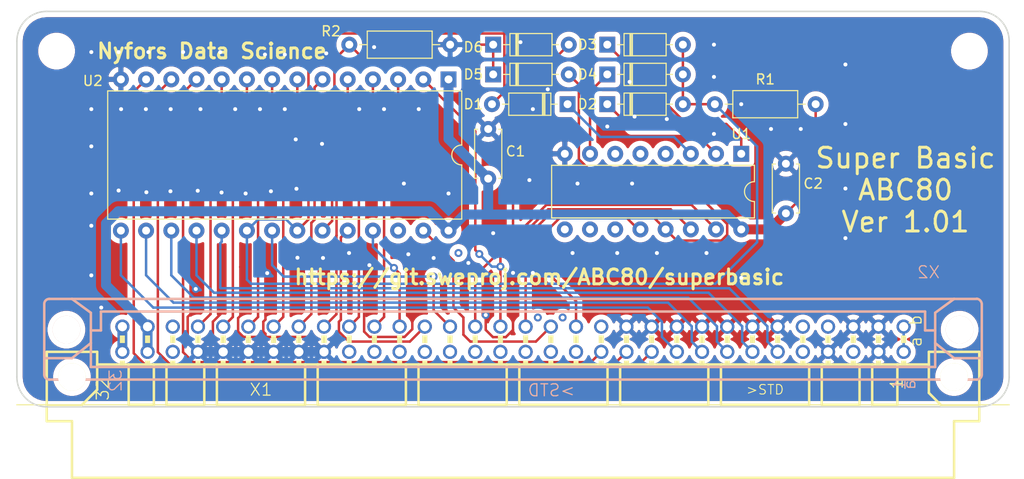
<source format=kicad_pcb>
(kicad_pcb (version 20171130) (host pcbnew 5.1.10-88a1d61d58~90~ubuntu20.04.1)

  (general
    (thickness 1.6)
    (drawings 11)
    (tracks 331)
    (zones 0)
    (modules 16)
    (nets 37)
  )

  (page A4)
  (title_block
    (title SuperBasic)
    (date 2021-07-31)
    (rev 1.01)
    (company SweProj.com)
  )

  (layers
    (0 F.Cu signal)
    (31 B.Cu signal)
    (32 B.Adhes user)
    (33 F.Adhes user)
    (34 B.Paste user)
    (35 F.Paste user)
    (36 B.SilkS user)
    (37 F.SilkS user)
    (38 B.Mask user)
    (39 F.Mask user)
    (40 Dwgs.User user)
    (41 Cmts.User user)
    (42 Eco1.User user)
    (43 Eco2.User user)
    (44 Edge.Cuts user)
    (45 Margin user)
    (46 B.CrtYd user)
    (47 F.CrtYd user)
    (48 B.Fab user)
    (49 F.Fab user)
  )

  (setup
    (last_trace_width 0.25)
    (trace_clearance 0.2)
    (zone_clearance 0.508)
    (zone_45_only no)
    (trace_min 0.2)
    (via_size 0.8)
    (via_drill 0.4)
    (via_min_size 0.4)
    (via_min_drill 0.3)
    (uvia_size 0.3)
    (uvia_drill 0.1)
    (uvias_allowed no)
    (uvia_min_size 0.2)
    (uvia_min_drill 0.1)
    (edge_width 0.05)
    (segment_width 0.2)
    (pcb_text_width 0.3)
    (pcb_text_size 1.5 1.5)
    (mod_edge_width 0.12)
    (mod_text_size 1 1)
    (mod_text_width 0.15)
    (pad_size 1.524 1.524)
    (pad_drill 0.762)
    (pad_to_mask_clearance 0)
    (aux_axis_origin 0 0)
    (grid_origin 139.65 100.15)
    (visible_elements FFFFFF7F)
    (pcbplotparams
      (layerselection 0x010fc_ffffffff)
      (usegerberextensions false)
      (usegerberattributes true)
      (usegerberadvancedattributes true)
      (creategerberjobfile true)
      (excludeedgelayer true)
      (linewidth 0.100000)
      (plotframeref false)
      (viasonmask false)
      (mode 1)
      (useauxorigin false)
      (hpglpennumber 1)
      (hpglpenspeed 20)
      (hpglpendiameter 15.000000)
      (psnegative false)
      (psa4output false)
      (plotreference true)
      (plotvalue true)
      (plotinvisibletext false)
      (padsonsilk false)
      (subtractmaskfromsilk false)
      (outputformat 1)
      (mirror false)
      (drillshape 1)
      (scaleselection 1)
      (outputdirectory ""))
  )

  (net 0 "")
  (net 1 GND)
  (net 2 +5V)
  (net 3 /~E_CE)
  (net 4 /Q_2)
  (net 5 /Q_1)
  (net 6 /Q_0)
  (net 7 /Q_7)
  (net 8 /A13)
  (net 9 /EA11)
  (net 10 /A11)
  (net 11 /A12)
  (net 12 /A15)
  (net 13 /A14)
  (net 14 /D2)
  (net 15 /D1)
  (net 16 /A8)
  (net 17 /D0)
  (net 18 /A9)
  (net 19 /A0)
  (net 20 /A1)
  (net 21 /A2)
  (net 22 /A10)
  (net 23 /A3)
  (net 24 /A4)
  (net 25 /D7)
  (net 26 /A5)
  (net 27 /D6)
  (net 28 /A6)
  (net 29 /D5)
  (net 30 /A7)
  (net 31 /D4)
  (net 32 /D3)
  (net 33 "Net-(X1-PadA32)")
  (net 34 "Net-(X1-PadA1)")
  (net 35 "Net-(X2-PadA32)")
  (net 36 "Net-(X2-PadA1)")

  (net_class Default "This is the default net class."
    (clearance 0.2)
    (trace_width 0.25)
    (via_dia 0.8)
    (via_drill 0.4)
    (uvia_dia 0.3)
    (uvia_drill 0.1)
    (add_net +5V)
    (add_net /A0)
    (add_net /A1)
    (add_net /A10)
    (add_net /A11)
    (add_net /A12)
    (add_net /A13)
    (add_net /A14)
    (add_net /A15)
    (add_net /A2)
    (add_net /A3)
    (add_net /A4)
    (add_net /A5)
    (add_net /A6)
    (add_net /A7)
    (add_net /A8)
    (add_net /A9)
    (add_net /D0)
    (add_net /D1)
    (add_net /D2)
    (add_net /D3)
    (add_net /D4)
    (add_net /D5)
    (add_net /D6)
    (add_net /D7)
    (add_net /EA11)
    (add_net /Q_0)
    (add_net /Q_1)
    (add_net /Q_2)
    (add_net /Q_7)
    (add_net /~E_CE)
    (add_net GND)
    (add_net "Net-(X1-PadA1)")
    (add_net "Net-(X1-PadA32)")
    (add_net "Net-(X2-PadA1)")
    (add_net "Net-(X2-PadA32)")
  )

  (module sm6uax:FAB64B (layer B.Cu) (tedit 0) (tstamp 6104FE88)
    (at 132 100.19 90)
    (descr "<b>DIN 41612 CONNECTOR</b>\n<p>\nFemale, 64 pins, type B, rows AB, grid 2.54 mm.<br />\nB mates with Q, but pin numbers reversed.\n</p>")
    (path /6105A34D)
    (fp_text reference X2 (at 6.05 40.65 180) (layer B.SilkS)
      (effects (font (size 1.2065 1.2065) (thickness 0.12065)) (justify right bottom mirror))
    )
    (fp_text value ABC-Bus (at -4.445 -34.29 180) (layer B.Fab)
      (effects (font (size 1.2065 1.2065) (thickness 0.12065)) (justify right bottom mirror))
    )
    (fp_poly (pts (xy 0.889 38.735) (xy 1.651 38.735) (xy 1.651 40.005) (xy 0.889 40.005)) (layer B.Fab) (width 0))
    (fp_poly (pts (xy 0.889 36.195) (xy 1.651 36.195) (xy 1.651 37.465) (xy 0.889 37.465)) (layer B.Fab) (width 0))
    (fp_poly (pts (xy 0.889 33.655) (xy 1.651 33.655) (xy 1.651 34.925) (xy 0.889 34.925)) (layer B.Fab) (width 0))
    (fp_poly (pts (xy 0.889 31.115) (xy 1.651 31.115) (xy 1.651 32.385) (xy 0.889 32.385)) (layer B.Fab) (width 0))
    (fp_poly (pts (xy 0.889 28.575) (xy 1.651 28.575) (xy 1.651 29.845) (xy 0.889 29.845)) (layer B.Fab) (width 0))
    (fp_poly (pts (xy 0.889 26.035) (xy 1.651 26.035) (xy 1.651 27.305) (xy 0.889 27.305)) (layer B.Fab) (width 0))
    (fp_poly (pts (xy -1.651 38.735) (xy -0.889 38.735) (xy -0.889 40.005) (xy -1.651 40.005)) (layer B.Fab) (width 0))
    (fp_poly (pts (xy -1.651 36.195) (xy -0.889 36.195) (xy -0.889 37.465) (xy -1.651 37.465)) (layer B.Fab) (width 0))
    (fp_poly (pts (xy -1.651 33.655) (xy -0.889 33.655) (xy -0.889 34.925) (xy -1.651 34.925)) (layer B.Fab) (width 0))
    (fp_poly (pts (xy -1.651 31.115) (xy -0.889 31.115) (xy -0.889 32.385) (xy -1.651 32.385)) (layer B.Fab) (width 0))
    (fp_poly (pts (xy -1.651 28.575) (xy -0.889 28.575) (xy -0.889 29.845) (xy -1.651 29.845)) (layer B.Fab) (width 0))
    (fp_poly (pts (xy -1.651 26.035) (xy -0.889 26.035) (xy -0.889 27.305) (xy -1.651 27.305)) (layer B.Fab) (width 0))
    (fp_poly (pts (xy -1.651 23.495) (xy -0.889 23.495) (xy -0.889 24.765) (xy -1.651 24.765)) (layer B.Fab) (width 0))
    (fp_poly (pts (xy -1.651 20.955) (xy -0.889 20.955) (xy -0.889 22.225) (xy -1.651 22.225)) (layer B.Fab) (width 0))
    (fp_poly (pts (xy -1.651 18.415) (xy -0.889 18.415) (xy -0.889 19.685) (xy -1.651 19.685)) (layer B.Fab) (width 0))
    (fp_poly (pts (xy -1.651 15.875) (xy -0.889 15.875) (xy -0.889 17.145) (xy -1.651 17.145)) (layer B.Fab) (width 0))
    (fp_poly (pts (xy -1.651 13.335) (xy -0.889 13.335) (xy -0.889 14.605) (xy -1.651 14.605)) (layer B.Fab) (width 0))
    (fp_poly (pts (xy -1.651 10.795) (xy -0.889 10.795) (xy -0.889 12.065) (xy -1.651 12.065)) (layer B.Fab) (width 0))
    (fp_poly (pts (xy -1.651 8.255) (xy -0.889 8.255) (xy -0.889 9.525) (xy -1.651 9.525)) (layer B.Fab) (width 0))
    (fp_poly (pts (xy -1.651 5.715) (xy -0.889 5.715) (xy -0.889 6.985) (xy -1.651 6.985)) (layer B.Fab) (width 0))
    (fp_poly (pts (xy -1.651 3.175) (xy -0.889 3.175) (xy -0.889 4.445) (xy -1.651 4.445)) (layer B.Fab) (width 0))
    (fp_poly (pts (xy -1.651 0.635) (xy -0.889 0.635) (xy -0.889 1.905) (xy -1.651 1.905)) (layer B.Fab) (width 0))
    (fp_poly (pts (xy -1.651 -1.905) (xy -0.889 -1.905) (xy -0.889 -0.635) (xy -1.651 -0.635)) (layer B.Fab) (width 0))
    (fp_poly (pts (xy -1.651 -4.445) (xy -0.889 -4.445) (xy -0.889 -3.175) (xy -1.651 -3.175)) (layer B.Fab) (width 0))
    (fp_poly (pts (xy -1.651 -6.985) (xy -0.889 -6.985) (xy -0.889 -5.715) (xy -1.651 -5.715)) (layer B.Fab) (width 0))
    (fp_poly (pts (xy -1.651 -9.525) (xy -0.889 -9.525) (xy -0.889 -8.255) (xy -1.651 -8.255)) (layer B.Fab) (width 0))
    (fp_poly (pts (xy -1.651 -12.065) (xy -0.889 -12.065) (xy -0.889 -10.795) (xy -1.651 -10.795)) (layer B.Fab) (width 0))
    (fp_poly (pts (xy -1.651 -14.605) (xy -0.889 -14.605) (xy -0.889 -13.335) (xy -1.651 -13.335)) (layer B.Fab) (width 0))
    (fp_poly (pts (xy 0.889 23.495) (xy 1.651 23.495) (xy 1.651 24.765) (xy 0.889 24.765)) (layer B.Fab) (width 0))
    (fp_poly (pts (xy 0.889 20.955) (xy 1.651 20.955) (xy 1.651 22.225) (xy 0.889 22.225)) (layer B.Fab) (width 0))
    (fp_poly (pts (xy 0.889 18.415) (xy 1.651 18.415) (xy 1.651 19.685) (xy 0.889 19.685)) (layer B.Fab) (width 0))
    (fp_poly (pts (xy 0.889 15.875) (xy 1.651 15.875) (xy 1.651 17.145) (xy 0.889 17.145)) (layer B.Fab) (width 0))
    (fp_poly (pts (xy 0.889 13.335) (xy 1.651 13.335) (xy 1.651 14.605) (xy 0.889 14.605)) (layer B.Fab) (width 0))
    (fp_poly (pts (xy 0.889 10.795) (xy 1.651 10.795) (xy 1.651 12.065) (xy 0.889 12.065)) (layer B.Fab) (width 0))
    (fp_poly (pts (xy 0.889 8.255) (xy 1.651 8.255) (xy 1.651 9.525) (xy 0.889 9.525)) (layer B.Fab) (width 0))
    (fp_poly (pts (xy 0.889 5.715) (xy 1.651 5.715) (xy 1.651 6.985) (xy 0.889 6.985)) (layer B.Fab) (width 0))
    (fp_poly (pts (xy 0.889 3.175) (xy 1.651 3.175) (xy 1.651 4.445) (xy 0.889 4.445)) (layer B.Fab) (width 0))
    (fp_poly (pts (xy 0.889 0.635) (xy 1.651 0.635) (xy 1.651 1.905) (xy 0.889 1.905)) (layer B.Fab) (width 0))
    (fp_poly (pts (xy 0.889 -1.905) (xy 1.651 -1.905) (xy 1.651 -0.635) (xy 0.889 -0.635)) (layer B.Fab) (width 0))
    (fp_poly (pts (xy 0.889 -4.445) (xy 1.651 -4.445) (xy 1.651 -3.175) (xy 0.889 -3.175)) (layer B.Fab) (width 0))
    (fp_poly (pts (xy 0.889 -6.985) (xy 1.651 -6.985) (xy 1.651 -5.715) (xy 0.889 -5.715)) (layer B.Fab) (width 0))
    (fp_poly (pts (xy 0.889 -9.525) (xy 1.651 -9.525) (xy 1.651 -8.255) (xy 0.889 -8.255)) (layer B.Fab) (width 0))
    (fp_poly (pts (xy 0.889 -12.065) (xy 1.651 -12.065) (xy 1.651 -10.795) (xy 0.889 -10.795)) (layer B.Fab) (width 0))
    (fp_poly (pts (xy 0.889 -14.605) (xy 1.651 -14.605) (xy 1.651 -13.335) (xy 0.889 -13.335)) (layer B.Fab) (width 0))
    (fp_poly (pts (xy -1.651 -17.145) (xy -0.889 -17.145) (xy -0.889 -15.875) (xy -1.651 -15.875)) (layer B.Fab) (width 0))
    (fp_poly (pts (xy 0.889 -17.145) (xy 1.651 -17.145) (xy 1.651 -15.875) (xy 0.889 -15.875)) (layer B.Fab) (width 0))
    (fp_poly (pts (xy 0.889 -19.685) (xy 1.651 -19.685) (xy 1.651 -18.415) (xy 0.889 -18.415)) (layer B.Fab) (width 0))
    (fp_poly (pts (xy 0.889 -22.225) (xy 1.651 -22.225) (xy 1.651 -20.955) (xy 0.889 -20.955)) (layer B.Fab) (width 0))
    (fp_poly (pts (xy -1.651 -19.685) (xy -0.889 -19.685) (xy -0.889 -18.415) (xy -1.651 -18.415)) (layer B.Fab) (width 0))
    (fp_poly (pts (xy -1.651 -22.225) (xy -0.889 -22.225) (xy -0.889 -20.955) (xy -1.651 -20.955)) (layer B.Fab) (width 0))
    (fp_poly (pts (xy -1.651 -24.765) (xy -0.889 -24.765) (xy -0.889 -23.495) (xy -1.651 -23.495)) (layer B.Fab) (width 0))
    (fp_poly (pts (xy 0.889 -24.765) (xy 1.651 -24.765) (xy 1.651 -23.495) (xy 0.889 -23.495)) (layer B.Fab) (width 0))
    (fp_poly (pts (xy 0.889 -27.305) (xy 1.651 -27.305) (xy 1.651 -26.035) (xy 0.889 -26.035)) (layer B.Fab) (width 0))
    (fp_poly (pts (xy 0.889 -29.845) (xy 1.651 -29.845) (xy 1.651 -28.575) (xy 0.889 -28.575)) (layer B.Fab) (width 0))
    (fp_poly (pts (xy -1.651 -27.305) (xy -0.889 -27.305) (xy -0.889 -26.035) (xy -1.651 -26.035)) (layer B.Fab) (width 0))
    (fp_poly (pts (xy -1.651 -29.845) (xy -0.889 -29.845) (xy -0.889 -28.575) (xy -1.651 -28.575)) (layer B.Fab) (width 0))
    (fp_poly (pts (xy 0.889 -32.385) (xy 1.651 -32.385) (xy 1.651 -31.115) (xy 0.889 -31.115)) (layer B.Fab) (width 0))
    (fp_poly (pts (xy 0.889 -34.925) (xy 1.651 -34.925) (xy 1.651 -33.655) (xy 0.889 -33.655)) (layer B.Fab) (width 0))
    (fp_poly (pts (xy -1.651 -32.385) (xy -0.889 -32.385) (xy -0.889 -31.115) (xy -1.651 -31.115)) (layer B.Fab) (width 0))
    (fp_poly (pts (xy -1.651 -34.925) (xy -0.889 -34.925) (xy -0.889 -33.655) (xy -1.651 -33.655)) (layer B.Fab) (width 0))
    (fp_poly (pts (xy -1.651 -37.465) (xy -0.889 -37.465) (xy -0.889 -36.195) (xy -1.651 -36.195)) (layer B.Fab) (width 0))
    (fp_poly (pts (xy 0.889 -37.465) (xy 1.651 -37.465) (xy 1.651 -36.195) (xy 0.889 -36.195)) (layer B.Fab) (width 0))
    (fp_poly (pts (xy -1.651 -40.005) (xy -0.889 -40.005) (xy -0.889 -38.735) (xy -1.651 -38.735)) (layer B.Fab) (width 0))
    (fp_poly (pts (xy 0.889 -40.005) (xy 1.651 -40.005) (xy 1.651 -38.735) (xy 0.889 -38.735)) (layer B.Fab) (width 0))
    (fp_circle (center 0.9652 45.0088) (end 2.2352 45.0088) (layer B.SilkS) (width 0.254))
    (fp_circle (center 0.9652 45.0088) (end 3.2512 45.0088) (layer Dwgs.User) (width 1.778))
    (fp_circle (center 0.9652 45.0088) (end 3.2512 45.0088) (layer Dwgs.User) (width 1.778))
    (fp_circle (center 0.9652 -45.0088) (end 2.2352 -45.0088) (layer B.SilkS) (width 0.254))
    (fp_circle (center 0.9652 -45.0088) (end 3.2512 -45.0088) (layer Dwgs.User) (width 1.778))
    (fp_circle (center 0.9652 -45.0088) (end 3.2512 -45.0088) (layer Dwgs.User) (width 1.778))
    (fp_line (start 4.064 -46.736) (end 4.064 -44.45) (layer B.SilkS) (width 0.254))
    (fp_line (start -4.064 -46.736) (end -4.064 46.736) (layer B.SilkS) (width 0.254))
    (fp_line (start -3.556 -47.244) (end -1.905 -47.244) (layer B.SilkS) (width 0.254))
    (fp_line (start 3.556 47.244) (end -1.905 47.244) (layer B.SilkS) (width 0.254))
    (fp_line (start -0.381 42.545) (end -2.794 42.545) (layer B.SilkS) (width 0.254))
    (fp_line (start 0.635 42.291) (end -2.54 42.291) (layer B.Fab) (width 0.254))
    (fp_line (start -0.381 42.545) (end 0.889 42.545) (layer B.SilkS) (width 0.254))
    (fp_line (start 0.635 41.275) (end 0.635 42.291) (layer B.Fab) (width 0.254))
    (fp_line (start 0.889 42.545) (end 2.667 42.545) (layer B.SilkS) (width 0.254))
    (fp_line (start 0.889 41.529) (end 0.889 42.545) (layer B.SilkS) (width 0.254))
    (fp_line (start 2.794 41.529) (end 0.889 41.529) (layer B.SilkS) (width 0.254))
    (fp_line (start -2.794 -42.545) (end -2.794 42.545) (layer B.SilkS) (width 0.254))
    (fp_line (start 2.794 -41.529) (end 2.794 41.529) (layer B.SilkS) (width 0.254))
    (fp_line (start 0.889 -41.529) (end 2.794 -41.529) (layer B.SilkS) (width 0.254))
    (fp_line (start 0.889 -42.545) (end 2.667 -42.545) (layer B.SilkS) (width 0.254))
    (fp_line (start 0.889 -42.545) (end 0.889 -41.529) (layer B.SilkS) (width 0.254))
    (fp_line (start -0.381 -42.545) (end -2.794 -42.545) (layer B.SilkS) (width 0.254))
    (fp_line (start 0.635 -42.291) (end -2.54 -42.291) (layer B.Fab) (width 0.254))
    (fp_line (start 0.889 -42.545) (end -0.381 -42.545) (layer B.SilkS) (width 0.254))
    (fp_line (start 0.635 -41.275) (end 0.635 -42.291) (layer B.Fab) (width 0.254))
    (fp_line (start 2.667 -42.545) (end 4.064 -44.45) (layer B.SilkS) (width 0.254))
    (fp_line (start 4.064 44.45) (end 4.064 -44.45) (layer B.SilkS) (width 0.254))
    (fp_line (start 2.667 42.545) (end 4.064 44.45) (layer B.SilkS) (width 0.254))
    (fp_line (start 4.064 44.45) (end 4.064 46.736) (layer B.SilkS) (width 0.254))
    (fp_line (start -0.381 -42.545) (end -1.905 -44.45) (layer B.SilkS) (width 0.254))
    (fp_line (start -1.905 -47.244) (end 3.556 -47.244) (layer B.SilkS) (width 0.254))
    (fp_line (start -1.905 -47.244) (end -1.905 -44.45) (layer B.SilkS) (width 0.254))
    (fp_line (start -0.381 42.545) (end -1.905 44.45) (layer B.SilkS) (width 0.254))
    (fp_line (start -1.905 47.244) (end -3.556 47.244) (layer B.SilkS) (width 0.254))
    (fp_line (start -1.905 47.244) (end -1.905 44.45) (layer B.SilkS) (width 0.254))
    (fp_line (start 2.54 41.275) (end 0.635 41.275) (layer B.Fab) (width 0.254))
    (fp_line (start 2.54 -41.275) (end 2.54 41.275) (layer B.Fab) (width 0.254))
    (fp_line (start 0.635 -41.275) (end 2.54 -41.275) (layer B.Fab) (width 0.254))
    (fp_line (start -2.54 42.291) (end -2.54 -42.291) (layer B.Fab) (width 0.254))
    (fp_text user >STD (at -5.85 1.4) (layer B.SilkS)
      (effects (font (size 1.2065 1.2065) (thickness 0.127)) (justify right bottom mirror))
    )
    (fp_text user 1 (at -3.95 39.65 270) (layer B.SilkS)
      (effects (font (size 1.2065 1.2065) (thickness 0.127)) (justify left bottom mirror))
    )
    (fp_text user a (at -3.95 40.65 270) (layer B.SilkS)
      (effects (font (size 1.2065 1.2065) (thickness 0.127)) (justify left bottom mirror))
    )
    (fp_text user 32 (at -2.95 -39.35 270) (layer B.SilkS)
      (effects (font (size 1.2065 1.2065) (thickness 0.127)) (justify left bottom mirror))
    )
    (fp_arc (start -3.556 -46.736) (end -4.064 -46.736) (angle 90) (layer B.SilkS) (width 0.254))
    (fp_arc (start 3.556 -46.736) (end 3.556 -47.244) (angle 90) (layer B.SilkS) (width 0.254))
    (fp_arc (start 3.504755 46.659599) (end 3.556 47.244) (angle -77.21006) (layer B.SilkS) (width 0.254))
    (fp_arc (start -3.556 46.736) (end -4.064 46.736) (angle -90) (layer B.SilkS) (width 0.254))
    (pad "" np_thru_hole circle (at 0.9652 45.0088 90) (size 2.794 2.794) (drill 2.794) (layers *.Cu *.Mask))
    (pad "" np_thru_hole circle (at 0.9652 -45.0088 90) (size 2.794 2.794) (drill 2.794) (layers *.Cu *.Mask))
    (pad B32 thru_hole circle (at 1.27 -39.37 90) (size 1.4224 1.4224) (drill 0.9144) (layers *.Cu *.Mask)
      (net 35 "Net-(X2-PadA32)") (solder_mask_margin 0.1016))
    (pad B31 thru_hole circle (at 1.27 -36.83 90) (size 1.4224 1.4224) (drill 0.9144) (layers *.Cu *.Mask)
      (net 2 +5V) (solder_mask_margin 0.1016))
    (pad B30 thru_hole circle (at 1.27 -34.29 90) (size 1.4224 1.4224) (drill 0.9144) (layers *.Cu *.Mask)
      (solder_mask_margin 0.1016))
    (pad B29 thru_hole circle (at 1.27 -31.75 90) (size 1.4224 1.4224) (drill 0.9144) (layers *.Cu *.Mask)
      (net 19 /A0) (solder_mask_margin 0.1016))
    (pad B28 thru_hole circle (at 1.27 -29.21 90) (size 1.4224 1.4224) (drill 0.9144) (layers *.Cu *.Mask)
      (net 20 /A1) (solder_mask_margin 0.1016))
    (pad B27 thru_hole circle (at 1.27 -26.67 90) (size 1.4224 1.4224) (drill 0.9144) (layers *.Cu *.Mask)
      (net 21 /A2) (solder_mask_margin 0.1016))
    (pad B26 thru_hole circle (at 1.27 -24.13 90) (size 1.4224 1.4224) (drill 0.9144) (layers *.Cu *.Mask)
      (net 23 /A3) (solder_mask_margin 0.1016))
    (pad B25 thru_hole circle (at 1.27 -21.59 90) (size 1.4224 1.4224) (drill 0.9144) (layers *.Cu *.Mask)
      (net 24 /A4) (solder_mask_margin 0.1016))
    (pad B24 thru_hole circle (at 1.27 -19.05 90) (size 1.4224 1.4224) (drill 0.9144) (layers *.Cu *.Mask)
      (net 26 /A5) (solder_mask_margin 0.1016))
    (pad B23 thru_hole circle (at 1.27 -16.51 90) (size 1.4224 1.4224) (drill 0.9144) (layers *.Cu *.Mask)
      (net 28 /A6) (solder_mask_margin 0.1016))
    (pad B22 thru_hole circle (at 1.27 -13.97 90) (size 1.4224 1.4224) (drill 0.9144) (layers *.Cu *.Mask)
      (net 30 /A7) (solder_mask_margin 0.1016))
    (pad B21 thru_hole circle (at 1.27 -11.43 90) (size 1.4224 1.4224) (drill 0.9144) (layers *.Cu *.Mask)
      (net 16 /A8) (solder_mask_margin 0.1016))
    (pad B20 thru_hole circle (at 1.27 -8.89 90) (size 1.4224 1.4224) (drill 0.9144) (layers *.Cu *.Mask)
      (net 18 /A9) (solder_mask_margin 0.1016))
    (pad B19 thru_hole circle (at 1.27 -6.35 90) (size 1.4224 1.4224) (drill 0.9144) (layers *.Cu *.Mask)
      (net 22 /A10) (solder_mask_margin 0.1016))
    (pad B18 thru_hole circle (at 1.27 -3.81 90) (size 1.4224 1.4224) (drill 0.9144) (layers *.Cu *.Mask)
      (net 10 /A11) (solder_mask_margin 0.1016))
    (pad B17 thru_hole circle (at 1.27 -1.27 90) (size 1.4224 1.4224) (drill 0.9144) (layers *.Cu *.Mask)
      (net 11 /A12) (solder_mask_margin 0.1016))
    (pad B16 thru_hole circle (at 1.27 1.27 90) (size 1.4224 1.4224) (drill 0.9144) (layers *.Cu *.Mask)
      (net 8 /A13) (solder_mask_margin 0.1016))
    (pad B15 thru_hole circle (at 1.27 3.81 90) (size 1.4224 1.4224) (drill 0.9144) (layers *.Cu *.Mask)
      (net 13 /A14) (solder_mask_margin 0.1016))
    (pad B14 thru_hole circle (at 1.27 6.35 90) (size 1.4224 1.4224) (drill 0.9144) (layers *.Cu *.Mask)
      (net 12 /A15) (solder_mask_margin 0.1016))
    (pad B13 thru_hole circle (at 1.27 8.89 90) (size 1.4224 1.4224) (drill 0.9144) (layers *.Cu *.Mask)
      (solder_mask_margin 0.1016))
    (pad B12 thru_hole circle (at 1.27 11.43 90) (size 1.4224 1.4224) (drill 0.9144) (layers *.Cu *.Mask)
      (net 1 GND) (solder_mask_margin 0.1016))
    (pad B11 thru_hole circle (at 1.27 13.97 90) (size 1.4224 1.4224) (drill 0.9144) (layers *.Cu *.Mask)
      (net 1 GND) (solder_mask_margin 0.1016))
    (pad B10 thru_hole circle (at 1.27 16.51 90) (size 1.4224 1.4224) (drill 0.9144) (layers *.Cu *.Mask)
      (net 1 GND) (solder_mask_margin 0.1016))
    (pad B9 thru_hole circle (at 1.27 19.05 90) (size 1.4224 1.4224) (drill 0.9144) (layers *.Cu *.Mask)
      (net 1 GND) (solder_mask_margin 0.1016))
    (pad B8 thru_hole circle (at 1.27 21.59 90) (size 1.4224 1.4224) (drill 0.9144) (layers *.Cu *.Mask)
      (net 1 GND) (solder_mask_margin 0.1016))
    (pad B7 thru_hole circle (at 1.27 24.13 90) (size 1.4224 1.4224) (drill 0.9144) (layers *.Cu *.Mask)
      (net 1 GND) (solder_mask_margin 0.1016))
    (pad B6 thru_hole circle (at 1.27 26.67 90) (size 1.4224 1.4224) (drill 0.9144) (layers *.Cu *.Mask)
      (net 1 GND) (solder_mask_margin 0.1016))
    (pad B5 thru_hole circle (at 1.27 29.21 90) (size 1.4224 1.4224) (drill 0.9144) (layers *.Cu *.Mask)
      (solder_mask_margin 0.1016))
    (pad B4 thru_hole circle (at 1.27 31.75 90) (size 1.4224 1.4224) (drill 0.9144) (layers *.Cu *.Mask)
      (solder_mask_margin 0.1016))
    (pad B3 thru_hole circle (at 1.27 34.29 90) (size 1.4224 1.4224) (drill 0.9144) (layers *.Cu *.Mask)
      (net 1 GND) (solder_mask_margin 0.1016))
    (pad B2 thru_hole circle (at 1.27 36.83 90) (size 1.4224 1.4224) (drill 0.9144) (layers *.Cu *.Mask)
      (net 1 GND) (solder_mask_margin 0.1016))
    (pad B1 thru_hole circle (at 1.27 39.37 90) (size 1.4224 1.4224) (drill 0.9144) (layers *.Cu *.Mask)
      (net 36 "Net-(X2-PadA1)") (solder_mask_margin 0.1016))
    (pad A32 thru_hole circle (at -1.27 -39.37 90) (size 1.4224 1.4224) (drill 0.9144) (layers *.Cu *.Mask)
      (net 35 "Net-(X2-PadA32)") (solder_mask_margin 0.1016))
    (pad A31 thru_hole circle (at -1.27 -36.83 90) (size 1.4224 1.4224) (drill 0.9144) (layers *.Cu *.Mask)
      (net 2 +5V) (solder_mask_margin 0.1016))
    (pad A30 thru_hole circle (at -1.27 -34.29 90) (size 1.4224 1.4224) (drill 0.9144) (layers *.Cu *.Mask)
      (solder_mask_margin 0.1016))
    (pad A29 thru_hole circle (at -1.27 -31.75 90) (size 1.4224 1.4224) (drill 0.9144) (layers *.Cu *.Mask)
      (net 1 GND) (solder_mask_margin 0.1016))
    (pad A28 thru_hole circle (at -1.27 -29.21 90) (size 1.4224 1.4224) (drill 0.9144) (layers *.Cu *.Mask)
      (net 1 GND) (solder_mask_margin 0.1016))
    (pad A27 thru_hole circle (at -1.27 -26.67 90) (size 1.4224 1.4224) (drill 0.9144) (layers *.Cu *.Mask)
      (net 1 GND) (solder_mask_margin 0.1016))
    (pad A26 thru_hole circle (at -1.27 -24.13 90) (size 1.4224 1.4224) (drill 0.9144) (layers *.Cu *.Mask)
      (net 1 GND) (solder_mask_margin 0.1016))
    (pad A25 thru_hole circle (at -1.27 -21.59 90) (size 1.4224 1.4224) (drill 0.9144) (layers *.Cu *.Mask)
      (net 1 GND) (solder_mask_margin 0.1016))
    (pad A24 thru_hole circle (at -1.27 -19.05 90) (size 1.4224 1.4224) (drill 0.9144) (layers *.Cu *.Mask)
      (net 1 GND) (solder_mask_margin 0.1016))
    (pad A23 thru_hole circle (at -1.27 -16.51 90) (size 1.4224 1.4224) (drill 0.9144) (layers *.Cu *.Mask)
      (solder_mask_margin 0.1016))
    (pad A22 thru_hole circle (at -1.27 -13.97 90) (size 1.4224 1.4224) (drill 0.9144) (layers *.Cu *.Mask)
      (solder_mask_margin 0.1016))
    (pad A21 thru_hole circle (at -1.27 -11.43 90) (size 1.4224 1.4224) (drill 0.9144) (layers *.Cu *.Mask)
      (solder_mask_margin 0.1016))
    (pad A20 thru_hole circle (at -1.27 -8.89 90) (size 1.4224 1.4224) (drill 0.9144) (layers *.Cu *.Mask)
      (solder_mask_margin 0.1016))
    (pad A19 thru_hole circle (at -1.27 -6.35 90) (size 1.4224 1.4224) (drill 0.9144) (layers *.Cu *.Mask)
      (solder_mask_margin 0.1016))
    (pad A18 thru_hole circle (at -1.27 -3.81 90) (size 1.4224 1.4224) (drill 0.9144) (layers *.Cu *.Mask)
      (solder_mask_margin 0.1016))
    (pad A17 thru_hole circle (at -1.27 -1.27 90) (size 1.4224 1.4224) (drill 0.9144) (layers *.Cu *.Mask)
      (solder_mask_margin 0.1016))
    (pad A16 thru_hole circle (at -1.27 1.27 90) (size 1.4224 1.4224) (drill 0.9144) (layers *.Cu *.Mask)
      (solder_mask_margin 0.1016))
    (pad A15 thru_hole circle (at -1.27 3.81 90) (size 1.4224 1.4224) (drill 0.9144) (layers *.Cu *.Mask)
      (solder_mask_margin 0.1016))
    (pad A14 thru_hole circle (at -1.27 6.35 90) (size 1.4224 1.4224) (drill 0.9144) (layers *.Cu *.Mask)
      (solder_mask_margin 0.1016))
    (pad A13 thru_hole circle (at -1.27 8.89 90) (size 1.4224 1.4224) (drill 0.9144) (layers *.Cu *.Mask)
      (net 17 /D0) (solder_mask_margin 0.1016))
    (pad A12 thru_hole circle (at -1.27 11.43 90) (size 1.4224 1.4224) (drill 0.9144) (layers *.Cu *.Mask)
      (net 15 /D1) (solder_mask_margin 0.1016))
    (pad A11 thru_hole circle (at -1.27 13.97 90) (size 1.4224 1.4224) (drill 0.9144) (layers *.Cu *.Mask)
      (net 14 /D2) (solder_mask_margin 0.1016))
    (pad A10 thru_hole circle (at -1.27 16.51 90) (size 1.4224 1.4224) (drill 0.9144) (layers *.Cu *.Mask)
      (net 32 /D3) (solder_mask_margin 0.1016))
    (pad A9 thru_hole circle (at -1.27 19.05 90) (size 1.4224 1.4224) (drill 0.9144) (layers *.Cu *.Mask)
      (net 31 /D4) (solder_mask_margin 0.1016))
    (pad A8 thru_hole circle (at -1.27 21.59 90) (size 1.4224 1.4224) (drill 0.9144) (layers *.Cu *.Mask)
      (net 29 /D5) (solder_mask_margin 0.1016))
    (pad A7 thru_hole circle (at -1.27 24.13 90) (size 1.4224 1.4224) (drill 0.9144) (layers *.Cu *.Mask)
      (net 27 /D6) (solder_mask_margin 0.1016))
    (pad A6 thru_hole circle (at -1.27 26.67 90) (size 1.4224 1.4224) (drill 0.9144) (layers *.Cu *.Mask)
      (net 25 /D7) (solder_mask_margin 0.1016))
    (pad A5 thru_hole circle (at -1.27 29.21 90) (size 1.4224 1.4224) (drill 0.9144) (layers *.Cu *.Mask)
      (solder_mask_margin 0.1016))
    (pad A4 thru_hole circle (at -1.27 31.75 90) (size 1.4224 1.4224) (drill 0.9144) (layers *.Cu *.Mask)
      (net 1 GND) (solder_mask_margin 0.1016))
    (pad A3 thru_hole circle (at -1.27 34.29 90) (size 1.4224 1.4224) (drill 0.9144) (layers *.Cu *.Mask)
      (solder_mask_margin 0.1016))
    (pad A2 thru_hole circle (at -1.27 36.83 90) (size 1.4224 1.4224) (drill 0.9144) (layers *.Cu *.Mask)
      (net 1 GND) (solder_mask_margin 0.1016))
    (pad A1 thru_hole circle (at -1.27 39.37 90) (size 1.4224 1.4224) (drill 0.9144) (layers *.Cu *.Mask)
      (net 36 "Net-(X2-PadA1)") (solder_mask_margin 0.1016))
  )

  (module MountingHole:MountingHole_2.7mm (layer F.Cu) (tedit 56D1B4CB) (tstamp 6105195F)
    (at 86 71.15)
    (descr "Mounting Hole 2.7mm, no annular")
    (tags "mounting hole 2.7mm no annular")
    (path /614CB520)
    (attr virtual)
    (fp_text reference H2 (at 0 -3.7) (layer F.SilkS) hide
      (effects (font (size 1 1) (thickness 0.15)))
    )
    (fp_text value MountingHole (at 0 3.7) (layer F.Fab)
      (effects (font (size 1 1) (thickness 0.15)))
    )
    (fp_circle (center 0 0) (end 2.7 0) (layer Cmts.User) (width 0.15))
    (fp_circle (center 0 0) (end 2.95 0) (layer F.CrtYd) (width 0.05))
    (fp_text user %R (at 0.3 0) (layer F.Fab)
      (effects (font (size 1 1) (thickness 0.15)))
    )
    (pad 1 np_thru_hole circle (at 0 0) (size 2.7 2.7) (drill 2.7) (layers *.Cu *.Mask))
  )

  (module MountingHole:MountingHole_2.7mm (layer F.Cu) (tedit 56D1B4CB) (tstamp 61058EB7)
    (at 178 71.15)
    (descr "Mounting Hole 2.7mm, no annular")
    (tags "mounting hole 2.7mm no annular")
    (path /614CA70E)
    (attr virtual)
    (fp_text reference H1 (at 0 -3.7) (layer F.SilkS) hide
      (effects (font (size 1 1) (thickness 0.15)))
    )
    (fp_text value MountingHole (at 0 3.7) (layer F.Fab)
      (effects (font (size 1 1) (thickness 0.15)))
    )
    (fp_circle (center 0 0) (end 2.7 0) (layer Cmts.User) (width 0.15))
    (fp_circle (center 0 0) (end 2.95 0) (layer F.CrtYd) (width 0.05))
    (fp_text user %R (at 0.3 0) (layer F.Fab)
      (effects (font (size 1 1) (thickness 0.15)))
    )
    (pad 1 np_thru_hole circle (at 0 0) (size 2.7 2.7) (drill 2.7) (layers *.Cu *.Mask))
  )

  (module superbasic:MAB64B-FAB64Q (layer F.Cu) (tedit 0) (tstamp 61050D6A)
    (at 132 104 270)
    (descr "<b>DIN 41612 CONNECTOR</b>\n<p>\nMale, 64 pins, type B, rows ab, grid 2.54 mm<br />\nFemale, 64 bits, type Q, rows ab, grid 2.54 mm<br />\nB mates with Q, but pin numbers reversed\n</p>")
    (path /6104D632)
    (fp_text reference X1 (at 1.27 25.4) (layer F.SilkS)
      (effects (font (size 1.2065 1.2065) (thickness 0.12065)))
    )
    (fp_text value ABC-Bus (at 1.27 5.1054) (layer F.Fab)
      (effects (font (size 1.2065 1.2065) (thickness 0.12065)))
    )
    (fp_poly (pts (xy -4.191 39.624) (xy -3.429 39.624) (xy -3.429 39.116) (xy -4.191 39.116)) (layer F.SilkS) (width 0))
    (fp_poly (pts (xy -4.191 37.084) (xy -3.429 37.084) (xy -3.429 36.576) (xy -4.191 36.576)) (layer F.SilkS) (width 0))
    (fp_poly (pts (xy -4.191 34.544) (xy -3.429 34.544) (xy -3.429 34.036) (xy -4.191 34.036)) (layer F.SilkS) (width 0))
    (fp_poly (pts (xy -4.191 32.004) (xy -3.429 32.004) (xy -3.429 31.496) (xy -4.191 31.496)) (layer F.SilkS) (width 0))
    (fp_poly (pts (xy -4.191 29.464) (xy -3.429 29.464) (xy -3.429 28.956) (xy -4.191 28.956)) (layer F.SilkS) (width 0))
    (fp_poly (pts (xy -4.191 26.924) (xy -3.429 26.924) (xy -3.429 26.416) (xy -4.191 26.416)) (layer F.SilkS) (width 0))
    (fp_poly (pts (xy -4.191 24.384) (xy -3.429 24.384) (xy -3.429 23.876) (xy -4.191 23.876)) (layer F.SilkS) (width 0))
    (fp_poly (pts (xy -4.191 21.844) (xy -3.429 21.844) (xy -3.429 21.336) (xy -4.191 21.336)) (layer F.SilkS) (width 0))
    (fp_poly (pts (xy -4.191 19.304) (xy -3.429 19.304) (xy -3.429 18.796) (xy -4.191 18.796)) (layer F.SilkS) (width 0))
    (fp_poly (pts (xy -4.191 16.764) (xy -3.429 16.764) (xy -3.429 16.256) (xy -4.191 16.256)) (layer F.SilkS) (width 0))
    (fp_poly (pts (xy -4.191 14.224) (xy -3.429 14.224) (xy -3.429 13.716) (xy -4.191 13.716)) (layer F.SilkS) (width 0))
    (fp_poly (pts (xy -4.191 11.684) (xy -3.429 11.684) (xy -3.429 11.176) (xy -4.191 11.176)) (layer F.SilkS) (width 0))
    (fp_poly (pts (xy -4.191 9.144) (xy -3.429 9.144) (xy -3.429 8.636) (xy -4.191 8.636)) (layer F.SilkS) (width 0))
    (fp_poly (pts (xy -4.191 6.604) (xy -3.429 6.604) (xy -3.429 6.096) (xy -4.191 6.096)) (layer F.SilkS) (width 0))
    (fp_poly (pts (xy -4.191 4.064) (xy -3.429 4.064) (xy -3.429 3.556) (xy -4.191 3.556)) (layer F.SilkS) (width 0))
    (fp_poly (pts (xy -4.191 1.524) (xy -3.429 1.524) (xy -3.429 1.016) (xy -4.191 1.016)) (layer F.SilkS) (width 0))
    (fp_poly (pts (xy -4.191 -1.016) (xy -3.429 -1.016) (xy -3.429 -1.524) (xy -4.191 -1.524)) (layer F.SilkS) (width 0))
    (fp_poly (pts (xy -4.191 -3.556) (xy -3.429 -3.556) (xy -3.429 -4.064) (xy -4.191 -4.064)) (layer F.SilkS) (width 0))
    (fp_poly (pts (xy -4.191 -6.096) (xy -3.429 -6.096) (xy -3.429 -6.604) (xy -4.191 -6.604)) (layer F.SilkS) (width 0))
    (fp_poly (pts (xy -4.191 -8.636) (xy -3.429 -8.636) (xy -3.429 -9.144) (xy -4.191 -9.144)) (layer F.SilkS) (width 0))
    (fp_poly (pts (xy -4.191 -11.176) (xy -3.429 -11.176) (xy -3.429 -11.684) (xy -4.191 -11.684)) (layer F.SilkS) (width 0))
    (fp_poly (pts (xy -4.191 -13.716) (xy -3.429 -13.716) (xy -3.429 -14.224) (xy -4.191 -14.224)) (layer F.SilkS) (width 0))
    (fp_poly (pts (xy -4.191 -16.256) (xy -3.429 -16.256) (xy -3.429 -16.764) (xy -4.191 -16.764)) (layer F.SilkS) (width 0))
    (fp_poly (pts (xy -4.191 -18.796) (xy -3.429 -18.796) (xy -3.429 -19.304) (xy -4.191 -19.304)) (layer F.SilkS) (width 0))
    (fp_poly (pts (xy -4.191 -21.336) (xy -3.429 -21.336) (xy -3.429 -21.844) (xy -4.191 -21.844)) (layer F.SilkS) (width 0))
    (fp_poly (pts (xy -4.191 -23.876) (xy -3.429 -23.876) (xy -3.429 -24.384) (xy -4.191 -24.384)) (layer F.SilkS) (width 0))
    (fp_poly (pts (xy -4.191 -26.416) (xy -3.429 -26.416) (xy -3.429 -26.924) (xy -4.191 -26.924)) (layer F.SilkS) (width 0))
    (fp_poly (pts (xy -4.191 -28.956) (xy -3.429 -28.956) (xy -3.429 -29.464) (xy -4.191 -29.464)) (layer F.SilkS) (width 0))
    (fp_poly (pts (xy -4.191 -31.496) (xy -3.429 -31.496) (xy -3.429 -32.004) (xy -4.191 -32.004)) (layer F.SilkS) (width 0))
    (fp_poly (pts (xy -4.191 -34.036) (xy -3.429 -34.036) (xy -3.429 -34.544) (xy -4.191 -34.544)) (layer F.SilkS) (width 0))
    (fp_poly (pts (xy -4.191 -36.576) (xy -3.429 -36.576) (xy -3.429 -37.084) (xy -4.191 -37.084)) (layer F.SilkS) (width 0))
    (fp_poly (pts (xy -4.191 -39.116) (xy -3.429 -39.116) (xy -3.429 -39.624) (xy -4.191 -39.624)) (layer F.SilkS) (width 0))
    (fp_poly (pts (xy -5.334 39.624) (xy -4.191 39.624) (xy -4.191 39.116) (xy -5.334 39.116)) (layer F.Fab) (width 0))
    (fp_poly (pts (xy -1.651 39.624) (xy -1.27 39.624) (xy -1.27 39.116) (xy -1.651 39.116)) (layer F.SilkS) (width 0))
    (fp_poly (pts (xy -3.429 39.624) (xy -1.651 39.624) (xy -1.651 39.116) (xy -3.429 39.116)) (layer F.Fab) (width 0))
    (fp_poly (pts (xy -1.651 37.084) (xy -1.27 37.084) (xy -1.27 36.576) (xy -1.651 36.576)) (layer F.SilkS) (width 0))
    (fp_poly (pts (xy -3.429 37.084) (xy -1.651 37.084) (xy -1.651 36.576) (xy -3.429 36.576)) (layer F.Fab) (width 0))
    (fp_poly (pts (xy -5.334 37.084) (xy -4.191 37.084) (xy -4.191 36.576) (xy -5.334 36.576)) (layer F.Fab) (width 0))
    (fp_poly (pts (xy -5.334 34.544) (xy -4.191 34.544) (xy -4.191 34.036) (xy -5.334 34.036)) (layer F.Fab) (width 0))
    (fp_poly (pts (xy -3.429 34.544) (xy -1.651 34.544) (xy -1.651 34.036) (xy -3.429 34.036)) (layer F.Fab) (width 0))
    (fp_poly (pts (xy -1.651 34.544) (xy -1.27 34.544) (xy -1.27 34.036) (xy -1.651 34.036)) (layer F.SilkS) (width 0))
    (fp_poly (pts (xy -1.651 32.004) (xy -1.27 32.004) (xy -1.27 31.496) (xy -1.651 31.496)) (layer F.SilkS) (width 0))
    (fp_poly (pts (xy -3.429 32.004) (xy -1.651 32.004) (xy -1.651 31.496) (xy -3.429 31.496)) (layer F.Fab) (width 0))
    (fp_poly (pts (xy -5.334 32.004) (xy -4.191 32.004) (xy -4.191 31.496) (xy -5.334 31.496)) (layer F.Fab) (width 0))
    (fp_poly (pts (xy -5.334 29.464) (xy -4.191 29.464) (xy -4.191 28.956) (xy -5.334 28.956)) (layer F.Fab) (width 0))
    (fp_poly (pts (xy -1.651 29.464) (xy -1.27 29.464) (xy -1.27 28.956) (xy -1.651 28.956)) (layer F.SilkS) (width 0))
    (fp_poly (pts (xy -3.429 29.464) (xy -1.651 29.464) (xy -1.651 28.956) (xy -3.429 28.956)) (layer F.Fab) (width 0))
    (fp_poly (pts (xy -5.334 26.924) (xy -4.191 26.924) (xy -4.191 26.416) (xy -5.334 26.416)) (layer F.Fab) (width 0))
    (fp_poly (pts (xy -1.651 26.924) (xy -1.27 26.924) (xy -1.27 26.416) (xy -1.651 26.416)) (layer F.SilkS) (width 0))
    (fp_poly (pts (xy -3.429 26.924) (xy -1.651 26.924) (xy -1.651 26.416) (xy -3.429 26.416)) (layer F.Fab) (width 0))
    (fp_poly (pts (xy -5.334 24.384) (xy -4.191 24.384) (xy -4.191 23.876) (xy -5.334 23.876)) (layer F.Fab) (width 0))
    (fp_poly (pts (xy -1.651 24.384) (xy -1.27 24.384) (xy -1.27 23.876) (xy -1.651 23.876)) (layer F.SilkS) (width 0))
    (fp_poly (pts (xy -3.429 24.384) (xy -1.651 24.384) (xy -1.651 23.876) (xy -3.429 23.876)) (layer F.Fab) (width 0))
    (fp_poly (pts (xy -1.651 21.844) (xy -1.27 21.844) (xy -1.27 21.336) (xy -1.651 21.336)) (layer F.SilkS) (width 0))
    (fp_poly (pts (xy -3.429 21.844) (xy -1.651 21.844) (xy -1.651 21.336) (xy -3.429 21.336)) (layer F.Fab) (width 0))
    (fp_poly (pts (xy -5.334 21.844) (xy -4.191 21.844) (xy -4.191 21.336) (xy -5.334 21.336)) (layer F.Fab) (width 0))
    (fp_poly (pts (xy -5.334 19.304) (xy -4.191 19.304) (xy -4.191 18.796) (xy -5.334 18.796)) (layer F.Fab) (width 0))
    (fp_poly (pts (xy -1.651 19.304) (xy -1.27 19.304) (xy -1.27 18.796) (xy -1.651 18.796)) (layer F.SilkS) (width 0))
    (fp_poly (pts (xy -3.429 19.304) (xy -1.651 19.304) (xy -1.651 18.796) (xy -3.429 18.796)) (layer F.Fab) (width 0))
    (fp_poly (pts (xy -5.334 14.224) (xy -4.191 14.224) (xy -4.191 13.716) (xy -5.334 13.716)) (layer F.Fab) (width 0))
    (fp_poly (pts (xy -3.429 14.224) (xy -1.651 14.224) (xy -1.651 13.716) (xy -3.429 13.716)) (layer F.Fab) (width 0))
    (fp_poly (pts (xy -5.334 16.764) (xy -4.191 16.764) (xy -4.191 16.256) (xy -5.334 16.256)) (layer F.Fab) (width 0))
    (fp_poly (pts (xy -1.651 16.764) (xy -1.27 16.764) (xy -1.27 16.256) (xy -1.651 16.256)) (layer F.SilkS) (width 0))
    (fp_poly (pts (xy -3.429 16.764) (xy -1.651 16.764) (xy -1.651 16.256) (xy -3.429 16.256)) (layer F.Fab) (width 0))
    (fp_poly (pts (xy -5.334 11.684) (xy -4.191 11.684) (xy -4.191 11.176) (xy -5.334 11.176)) (layer F.Fab) (width 0))
    (fp_poly (pts (xy -3.429 11.684) (xy -1.651 11.684) (xy -1.651 11.176) (xy -3.429 11.176)) (layer F.Fab) (width 0))
    (fp_poly (pts (xy -1.651 14.224) (xy -1.27 14.224) (xy -1.27 13.716) (xy -1.651 13.716)) (layer F.SilkS) (width 0))
    (fp_poly (pts (xy -1.651 11.684) (xy -1.27 11.684) (xy -1.27 11.176) (xy -1.651 11.176)) (layer F.SilkS) (width 0))
    (fp_poly (pts (xy -1.651 9.144) (xy -1.27 9.144) (xy -1.27 8.636) (xy -1.651 8.636)) (layer F.SilkS) (width 0))
    (fp_poly (pts (xy -3.429 9.144) (xy -1.651 9.144) (xy -1.651 8.636) (xy -3.429 8.636)) (layer F.Fab) (width 0))
    (fp_poly (pts (xy -5.334 9.144) (xy -4.191 9.144) (xy -4.191 8.636) (xy -5.334 8.636)) (layer F.Fab) (width 0))
    (fp_poly (pts (xy -5.334 6.604) (xy -4.191 6.604) (xy -4.191 6.096) (xy -5.334 6.096)) (layer F.Fab) (width 0))
    (fp_poly (pts (xy -1.651 6.604) (xy -1.27 6.604) (xy -1.27 6.096) (xy -1.651 6.096)) (layer F.SilkS) (width 0))
    (fp_poly (pts (xy -3.429 6.604) (xy -1.651 6.604) (xy -1.651 6.096) (xy -3.429 6.096)) (layer F.Fab) (width 0))
    (fp_poly (pts (xy -5.334 4.064) (xy -4.191 4.064) (xy -4.191 3.556) (xy -5.334 3.556)) (layer F.Fab) (width 0))
    (fp_poly (pts (xy -3.429 4.064) (xy -1.651 4.064) (xy -1.651 3.556) (xy -3.429 3.556)) (layer F.Fab) (width 0))
    (fp_poly (pts (xy -1.651 4.064) (xy -1.27 4.064) (xy -1.27 3.556) (xy -1.651 3.556)) (layer F.SilkS) (width 0))
    (fp_poly (pts (xy -5.334 1.524) (xy -4.191 1.524) (xy -4.191 1.016) (xy -5.334 1.016)) (layer F.Fab) (width 0))
    (fp_poly (pts (xy -3.429 1.524) (xy -1.651 1.524) (xy -1.651 1.016) (xy -3.429 1.016)) (layer F.Fab) (width 0))
    (fp_poly (pts (xy -1.651 1.524) (xy -1.27 1.524) (xy -1.27 1.016) (xy -1.651 1.016)) (layer F.SilkS) (width 0))
    (fp_poly (pts (xy -1.651 -1.016) (xy -1.27 -1.016) (xy -1.27 -1.524) (xy -1.651 -1.524)) (layer F.SilkS) (width 0))
    (fp_poly (pts (xy -3.429 -1.016) (xy -1.651 -1.016) (xy -1.651 -1.524) (xy -3.429 -1.524)) (layer F.Fab) (width 0))
    (fp_poly (pts (xy -5.334 -1.016) (xy -4.191 -1.016) (xy -4.191 -1.524) (xy -5.334 -1.524)) (layer F.Fab) (width 0))
    (fp_poly (pts (xy -5.334 -3.556) (xy -4.191 -3.556) (xy -4.191 -4.064) (xy -5.334 -4.064)) (layer F.Fab) (width 0))
    (fp_poly (pts (xy -1.651 -3.556) (xy -1.27 -3.556) (xy -1.27 -4.064) (xy -1.651 -4.064)) (layer F.SilkS) (width 0))
    (fp_poly (pts (xy -1.651 -6.096) (xy -1.27 -6.096) (xy -1.27 -6.604) (xy -1.651 -6.604)) (layer F.SilkS) (width 0))
    (fp_poly (pts (xy -3.429 -3.556) (xy -1.651 -3.556) (xy -1.651 -4.064) (xy -3.429 -4.064)) (layer F.Fab) (width 0))
    (fp_poly (pts (xy -3.429 -6.096) (xy -1.651 -6.096) (xy -1.651 -6.604) (xy -3.429 -6.604)) (layer F.Fab) (width 0))
    (fp_poly (pts (xy -5.334 -6.096) (xy -4.191 -6.096) (xy -4.191 -6.604) (xy -5.334 -6.604)) (layer F.Fab) (width 0))
    (fp_poly (pts (xy -5.334 -8.636) (xy -4.191 -8.636) (xy -4.191 -9.144) (xy -5.334 -9.144)) (layer F.Fab) (width 0))
    (fp_poly (pts (xy -5.334 -11.176) (xy -4.191 -11.176) (xy -4.191 -11.684) (xy -5.334 -11.684)) (layer F.Fab) (width 0))
    (fp_poly (pts (xy -1.651 -8.636) (xy -1.27 -8.636) (xy -1.27 -9.144) (xy -1.651 -9.144)) (layer F.SilkS) (width 0))
    (fp_poly (pts (xy -1.651 -11.176) (xy -1.27 -11.176) (xy -1.27 -11.684) (xy -1.651 -11.684)) (layer F.SilkS) (width 0))
    (fp_poly (pts (xy -3.429 -8.636) (xy -1.651 -8.636) (xy -1.651 -9.144) (xy -3.429 -9.144)) (layer F.Fab) (width 0))
    (fp_poly (pts (xy -3.429 -11.176) (xy -1.651 -11.176) (xy -1.651 -11.684) (xy -3.429 -11.684)) (layer F.Fab) (width 0))
    (fp_poly (pts (xy -1.651 -13.716) (xy -1.27 -13.716) (xy -1.27 -14.224) (xy -1.651 -14.224)) (layer F.SilkS) (width 0))
    (fp_poly (pts (xy -3.429 -13.716) (xy -1.651 -13.716) (xy -1.651 -14.224) (xy -3.429 -14.224)) (layer F.Fab) (width 0))
    (fp_poly (pts (xy -5.334 -13.716) (xy -4.191 -13.716) (xy -4.191 -14.224) (xy -5.334 -14.224)) (layer F.Fab) (width 0))
    (fp_poly (pts (xy -5.334 -16.256) (xy -4.191 -16.256) (xy -4.191 -16.764) (xy -5.334 -16.764)) (layer F.Fab) (width 0))
    (fp_poly (pts (xy -3.429 -16.256) (xy -1.651 -16.256) (xy -1.651 -16.764) (xy -3.429 -16.764)) (layer F.Fab) (width 0))
    (fp_poly (pts (xy -1.651 -16.256) (xy -1.27 -16.256) (xy -1.27 -16.764) (xy -1.651 -16.764)) (layer F.SilkS) (width 0))
    (fp_poly (pts (xy -5.334 -18.796) (xy -4.191 -18.796) (xy -4.191 -19.304) (xy -5.334 -19.304)) (layer F.Fab) (width 0))
    (fp_poly (pts (xy -1.651 -18.796) (xy -1.27 -18.796) (xy -1.27 -19.304) (xy -1.651 -19.304)) (layer F.SilkS) (width 0))
    (fp_poly (pts (xy -3.429 -18.796) (xy -1.651 -18.796) (xy -1.651 -19.304) (xy -3.429 -19.304)) (layer F.Fab) (width 0))
    (fp_poly (pts (xy -5.334 -21.336) (xy -4.191 -21.336) (xy -4.191 -21.844) (xy -5.334 -21.844)) (layer F.Fab) (width 0))
    (fp_poly (pts (xy -1.651 -21.336) (xy -1.27 -21.336) (xy -1.27 -21.844) (xy -1.651 -21.844)) (layer F.SilkS) (width 0))
    (fp_poly (pts (xy -3.429 -21.336) (xy -1.651 -21.336) (xy -1.651 -21.844) (xy -3.429 -21.844)) (layer F.Fab) (width 0))
    (fp_poly (pts (xy -3.429 -23.876) (xy -1.651 -23.876) (xy -1.651 -24.384) (xy -3.429 -24.384)) (layer F.Fab) (width 0))
    (fp_poly (pts (xy -1.651 -23.876) (xy -1.27 -23.876) (xy -1.27 -24.384) (xy -1.651 -24.384)) (layer F.SilkS) (width 0))
    (fp_poly (pts (xy -5.334 -23.876) (xy -4.191 -23.876) (xy -4.191 -24.384) (xy -5.334 -24.384)) (layer F.Fab) (width 0))
    (fp_poly (pts (xy -5.334 -26.416) (xy -4.191 -26.416) (xy -4.191 -26.924) (xy -5.334 -26.924)) (layer F.Fab) (width 0))
    (fp_poly (pts (xy -5.334 -28.956) (xy -4.191 -28.956) (xy -4.191 -29.464) (xy -5.334 -29.464)) (layer F.Fab) (width 0))
    (fp_poly (pts (xy -3.429 -26.416) (xy -1.651 -26.416) (xy -1.651 -26.924) (xy -3.429 -26.924)) (layer F.Fab) (width 0))
    (fp_poly (pts (xy -3.429 -28.956) (xy -1.651 -28.956) (xy -1.651 -29.464) (xy -3.429 -29.464)) (layer F.Fab) (width 0))
    (fp_poly (pts (xy -1.651 -26.416) (xy -1.27 -26.416) (xy -1.27 -26.924) (xy -1.651 -26.924)) (layer F.SilkS) (width 0))
    (fp_poly (pts (xy -1.651 -28.956) (xy -1.27 -28.956) (xy -1.27 -29.464) (xy -1.651 -29.464)) (layer F.SilkS) (width 0))
    (fp_poly (pts (xy -5.334 -31.496) (xy -4.191 -31.496) (xy -4.191 -32.004) (xy -5.334 -32.004)) (layer F.Fab) (width 0))
    (fp_poly (pts (xy -3.429 -31.496) (xy -1.651 -31.496) (xy -1.651 -32.004) (xy -3.429 -32.004)) (layer F.Fab) (width 0))
    (fp_poly (pts (xy -1.651 -31.496) (xy -1.27 -31.496) (xy -1.27 -32.004) (xy -1.651 -32.004)) (layer F.SilkS) (width 0))
    (fp_poly (pts (xy -3.429 -34.036) (xy -1.651 -34.036) (xy -1.651 -34.544) (xy -3.429 -34.544)) (layer F.Fab) (width 0))
    (fp_poly (pts (xy -1.651 -34.036) (xy -1.27 -34.036) (xy -1.27 -34.544) (xy -1.651 -34.544)) (layer F.SilkS) (width 0))
    (fp_poly (pts (xy -5.334 -34.036) (xy -4.191 -34.036) (xy -4.191 -34.544) (xy -5.334 -34.544)) (layer F.Fab) (width 0))
    (fp_poly (pts (xy -5.334 -36.576) (xy -4.191 -36.576) (xy -4.191 -37.084) (xy -5.334 -37.084)) (layer F.Fab) (width 0))
    (fp_poly (pts (xy -3.429 -36.576) (xy -1.651 -36.576) (xy -1.651 -37.084) (xy -3.429 -37.084)) (layer F.Fab) (width 0))
    (fp_poly (pts (xy -1.651 -36.576) (xy -1.27 -36.576) (xy -1.27 -37.084) (xy -1.651 -37.084)) (layer F.SilkS) (width 0))
    (fp_poly (pts (xy -5.334 -39.116) (xy -4.191 -39.116) (xy -4.191 -39.624) (xy -5.334 -39.624)) (layer F.Fab) (width 0))
    (fp_poly (pts (xy -3.429 -39.116) (xy -1.651 -39.116) (xy -1.651 -39.624) (xy -3.429 -39.624)) (layer F.Fab) (width 0))
    (fp_poly (pts (xy -1.651 -39.116) (xy -1.27 -39.116) (xy -1.27 -39.624) (xy -1.651 -39.624)) (layer F.SilkS) (width 0))
    (fp_circle (center 0 44.45) (end 1.27 44.45) (layer F.SilkS) (width 0.254))
    (fp_circle (center 0 -44.45) (end 1.27 -44.45) (layer F.SilkS) (width 0.254))
    (fp_line (start 2.794 50.0126) (end 2.794 -50.0126) (layer F.SilkS) (width 0.12))
    (fp_line (start -1.27 38.735) (end -1.27 41.91) (layer F.SilkS) (width 0.254))
    (fp_line (start 2.794 38.735) (end -1.27 38.735) (layer F.SilkS) (width 0.254))
    (fp_line (start -1.27 36.195) (end -1.27 38.735) (layer F.SilkS) (width 0.254))
    (fp_line (start 2.794 36.195) (end 2.794 38.735) (layer F.SilkS) (width 0.254))
    (fp_line (start 2.794 36.195) (end -1.27 36.195) (layer F.SilkS) (width 0.254))
    (fp_line (start -1.27 34.925) (end -1.27 36.195) (layer F.SilkS) (width 0.254))
    (fp_line (start 2.794 34.925) (end -1.27 34.925) (layer F.SilkS) (width 0.254))
    (fp_line (start -1.27 31.115) (end -1.27 34.925) (layer F.SilkS) (width 0.254))
    (fp_line (start 2.794 31.115) (end 2.794 34.925) (layer F.SilkS) (width 0.254))
    (fp_line (start 2.794 31.115) (end -1.27 31.115) (layer F.SilkS) (width 0.254))
    (fp_line (start -1.27 29.845) (end -1.27 31.115) (layer F.SilkS) (width 0.254))
    (fp_line (start 2.794 29.845) (end -1.27 29.845) (layer F.SilkS) (width 0.254))
    (fp_line (start -1.27 20.955) (end -1.27 29.845) (layer F.SilkS) (width 0.254))
    (fp_line (start 2.794 20.955) (end 2.794 29.845) (layer F.SilkS) (width 0.254))
    (fp_line (start 2.794 20.955) (end -1.27 20.955) (layer F.SilkS) (width 0.254))
    (fp_line (start -1.27 19.685) (end -1.27 20.955) (layer F.SilkS) (width 0.254))
    (fp_line (start 2.794 19.685) (end -1.27 19.685) (layer F.SilkS) (width 0.254))
    (fp_line (start -1.27 10.795) (end -1.27 19.685) (layer F.SilkS) (width 0.254))
    (fp_line (start 2.794 10.795) (end 2.794 19.685) (layer F.SilkS) (width 0.254))
    (fp_line (start 2.794 10.795) (end -1.27 10.795) (layer F.SilkS) (width 0.254))
    (fp_line (start -1.27 9.525) (end -1.27 10.795) (layer F.SilkS) (width 0.254))
    (fp_line (start 2.794 9.525) (end -1.27 9.525) (layer F.SilkS) (width 0.254))
    (fp_line (start -1.27 0.635) (end -1.27 9.525) (layer F.SilkS) (width 0.254))
    (fp_line (start 2.794 0.635) (end 2.794 9.525) (layer F.SilkS) (width 0.254))
    (fp_line (start 2.794 0.635) (end -1.27 0.635) (layer F.SilkS) (width 0.254))
    (fp_line (start -1.27 -0.635) (end -1.27 0.635) (layer F.SilkS) (width 0.254))
    (fp_line (start 2.794 -0.635) (end -1.27 -0.635) (layer F.SilkS) (width 0.254))
    (fp_line (start -1.27 -9.525) (end -1.27 -0.635) (layer F.SilkS) (width 0.254))
    (fp_line (start 2.794 -9.525) (end 2.794 -0.635) (layer F.SilkS) (width 0.254))
    (fp_line (start 2.794 -9.525) (end -1.27 -9.525) (layer F.SilkS) (width 0.254))
    (fp_line (start -1.27 -10.795) (end -1.27 -9.525) (layer F.SilkS) (width 0.254))
    (fp_line (start 2.794 -10.795) (end -1.27 -10.795) (layer F.SilkS) (width 0.254))
    (fp_line (start -1.27 -19.685) (end -1.27 -10.795) (layer F.SilkS) (width 0.254))
    (fp_line (start 2.794 -19.685) (end 2.794 -10.795) (layer F.SilkS) (width 0.254))
    (fp_line (start 2.794 -19.685) (end -1.27 -19.685) (layer F.SilkS) (width 0.254))
    (fp_line (start -1.27 -20.955) (end -1.27 -19.685) (layer F.SilkS) (width 0.254))
    (fp_line (start 2.794 -20.955) (end -1.27 -20.955) (layer F.SilkS) (width 0.254))
    (fp_line (start -1.27 -29.845) (end -1.27 -20.955) (layer F.SilkS) (width 0.254))
    (fp_line (start 2.794 -29.845) (end 2.794 -20.955) (layer F.SilkS) (width 0.254))
    (fp_line (start 2.794 -29.845) (end -1.27 -29.845) (layer F.SilkS) (width 0.254))
    (fp_line (start -1.27 -31.115) (end -1.27 -29.845) (layer F.SilkS) (width 0.254))
    (fp_line (start 2.794 -31.115) (end -1.27 -31.115) (layer F.SilkS) (width 0.254))
    (fp_line (start -1.27 -34.925) (end -1.27 -31.115) (layer F.SilkS) (width 0.254))
    (fp_line (start 2.794 -34.925) (end 2.794 -31.115) (layer F.SilkS) (width 0.254))
    (fp_line (start 2.794 -34.925) (end -1.27 -34.925) (layer F.SilkS) (width 0.254))
    (fp_line (start -1.27 -36.195) (end -1.27 -34.925) (layer F.SilkS) (width 0.254))
    (fp_line (start 2.794 -36.195) (end -1.27 -36.195) (layer F.SilkS) (width 0.254))
    (fp_line (start -1.27 -38.735) (end -1.27 -36.195) (layer F.SilkS) (width 0.254))
    (fp_line (start 2.794 -38.735) (end -1.27 -38.735) (layer F.SilkS) (width 0.254))
    (fp_line (start 2.794 -38.735) (end 2.794 -36.195) (layer F.SilkS) (width 0.254))
    (fp_line (start -1.27 -41.91) (end -1.27 -38.735) (layer F.SilkS) (width 0.254))
    (fp_line (start -1.27 41.91) (end 1.27 41.91) (layer F.SilkS) (width 0.254))
    (fp_line (start -2.54 41.91) (end -1.27 41.91) (layer F.SilkS) (width 0.254))
    (fp_line (start -2.54 41.91) (end -2.54 46.99) (layer F.SilkS) (width 0.254))
    (fp_line (start 2.8702 43.5102) (end 2.8702 46.99) (layer F.SilkS) (width 0.254))
    (fp_line (start 2.8702 43.5102) (end 1.27 41.91) (layer F.SilkS) (width 0.254))
    (fp_line (start 2.8702 46.99) (end 4.445 46.99) (layer F.SilkS) (width 0.254))
    (fp_line (start -2.54 46.99) (end 2.8702 46.99) (layer F.SilkS) (width 0.254))
    (fp_line (start 2.8702 -43.18) (end 2.8702 -46.99) (layer F.SilkS) (width 0.254))
    (fp_line (start 1.6002 -41.91) (end 2.8702 -43.18) (layer F.SilkS) (width 0.254))
    (fp_line (start 2.8702 -46.99) (end -2.54 -46.99) (layer F.SilkS) (width 0.254))
    (fp_line (start 4.445 -46.99) (end 2.8702 -46.99) (layer F.SilkS) (width 0.254))
    (fp_line (start -1.27 -41.91) (end 1.6002 -41.91) (layer F.SilkS) (width 0.254))
    (fp_line (start -2.54 -41.91) (end -1.27 -41.91) (layer F.SilkS) (width 0.254))
    (fp_line (start -2.54 -46.99) (end -2.54 -41.91) (layer F.SilkS) (width 0.254))
    (fp_line (start 4.445 -44.45) (end 4.445 -46.99) (layer F.SilkS) (width 0.254))
    (fp_line (start 10.16 -44.45) (end 4.445 -44.45) (layer F.SilkS) (width 0.254))
    (fp_line (start 10.16 44.45) (end 10.16 -44.45) (layer F.SilkS) (width 0.254))
    (fp_line (start 4.445 44.45) (end 10.16 44.45) (layer F.SilkS) (width 0.254))
    (fp_line (start 4.445 46.99) (end 4.445 44.45) (layer F.SilkS) (width 0.254))
    (fp_text user >STD (at 1.27 -25.4) (layer F.SilkS)
      (effects (font (size 0.9652 0.9652) (thickness 0.1016)))
    )
    (fp_text user 32 (at 0 40.64 90) (layer F.SilkS)
      (effects (font (size 1.2065 1.2065) (thickness 0.127)) (justify right bottom))
    )
    (fp_text user b (at -6.35 -41.275 90) (layer F.SilkS)
      (effects (font (size 1.2065 1.2065) (thickness 0.127)) (justify right bottom))
    )
    (fp_text user 1 (at 0 -39.37 90) (layer F.SilkS)
      (effects (font (size 1.2065 1.2065) (thickness 0.127)) (justify right bottom))
    )
    (fp_text user a (at -4.191 -41.275 90) (layer F.SilkS)
      (effects (font (size 1.2065 1.2065) (thickness 0.127)) (justify right bottom))
    )
    (pad "" np_thru_hole circle (at 0 44.45 270) (size 2.794 2.794) (drill 2.794) (layers *.Cu *.Mask))
    (pad "" np_thru_hole circle (at 0 -44.45 270) (size 2.794 2.794) (drill 2.794) (layers *.Cu *.Mask))
    (pad B32 thru_hole circle (at -5.08 39.37 270) (size 1.4224 1.4224) (drill 0.9144) (layers *.Cu *.Mask)
      (net 33 "Net-(X1-PadA32)") (solder_mask_margin 0.1016))
    (pad B31 thru_hole circle (at -5.08 36.83 270) (size 1.4224 1.4224) (drill 0.9144) (layers *.Cu *.Mask)
      (net 2 +5V) (solder_mask_margin 0.1016))
    (pad B30 thru_hole circle (at -5.08 34.29 270) (size 1.4224 1.4224) (drill 0.9144) (layers *.Cu *.Mask)
      (solder_mask_margin 0.1016))
    (pad B29 thru_hole circle (at -5.08 31.75 270) (size 1.4224 1.4224) (drill 0.9144) (layers *.Cu *.Mask)
      (net 19 /A0) (solder_mask_margin 0.1016))
    (pad B28 thru_hole circle (at -5.08 29.21 270) (size 1.4224 1.4224) (drill 0.9144) (layers *.Cu *.Mask)
      (net 20 /A1) (solder_mask_margin 0.1016))
    (pad B27 thru_hole circle (at -5.08 26.67 270) (size 1.4224 1.4224) (drill 0.9144) (layers *.Cu *.Mask)
      (net 21 /A2) (solder_mask_margin 0.1016))
    (pad B26 thru_hole circle (at -5.08 24.13 270) (size 1.4224 1.4224) (drill 0.9144) (layers *.Cu *.Mask)
      (net 23 /A3) (solder_mask_margin 0.1016))
    (pad B25 thru_hole circle (at -5.08 21.59 270) (size 1.4224 1.4224) (drill 0.9144) (layers *.Cu *.Mask)
      (net 24 /A4) (solder_mask_margin 0.1016))
    (pad B24 thru_hole circle (at -5.08 19.05 270) (size 1.4224 1.4224) (drill 0.9144) (layers *.Cu *.Mask)
      (net 26 /A5) (solder_mask_margin 0.1016))
    (pad B23 thru_hole circle (at -5.08 16.51 270) (size 1.4224 1.4224) (drill 0.9144) (layers *.Cu *.Mask)
      (net 28 /A6) (solder_mask_margin 0.1016))
    (pad B22 thru_hole circle (at -5.08 13.97 270) (size 1.4224 1.4224) (drill 0.9144) (layers *.Cu *.Mask)
      (net 30 /A7) (solder_mask_margin 0.1016))
    (pad B21 thru_hole circle (at -5.08 11.43 270) (size 1.4224 1.4224) (drill 0.9144) (layers *.Cu *.Mask)
      (net 16 /A8) (solder_mask_margin 0.1016))
    (pad B20 thru_hole circle (at -5.08 8.89 270) (size 1.4224 1.4224) (drill 0.9144) (layers *.Cu *.Mask)
      (net 18 /A9) (solder_mask_margin 0.1016))
    (pad B19 thru_hole circle (at -5.08 6.35 270) (size 1.4224 1.4224) (drill 0.9144) (layers *.Cu *.Mask)
      (net 22 /A10) (solder_mask_margin 0.1016))
    (pad B18 thru_hole circle (at -5.08 3.81 270) (size 1.4224 1.4224) (drill 0.9144) (layers *.Cu *.Mask)
      (net 10 /A11) (solder_mask_margin 0.1016))
    (pad B17 thru_hole circle (at -5.08 1.27 270) (size 1.4224 1.4224) (drill 0.9144) (layers *.Cu *.Mask)
      (net 11 /A12) (solder_mask_margin 0.1016))
    (pad B16 thru_hole circle (at -5.08 -1.27 270) (size 1.4224 1.4224) (drill 0.9144) (layers *.Cu *.Mask)
      (net 8 /A13) (solder_mask_margin 0.1016))
    (pad B15 thru_hole circle (at -5.08 -3.81 270) (size 1.4224 1.4224) (drill 0.9144) (layers *.Cu *.Mask)
      (net 13 /A14) (solder_mask_margin 0.1016))
    (pad B14 thru_hole circle (at -5.08 -6.35 270) (size 1.4224 1.4224) (drill 0.9144) (layers *.Cu *.Mask)
      (net 12 /A15) (solder_mask_margin 0.1016))
    (pad B13 thru_hole circle (at -5.08 -8.89 270) (size 1.4224 1.4224) (drill 0.9144) (layers *.Cu *.Mask)
      (solder_mask_margin 0.1016))
    (pad B12 thru_hole circle (at -5.08 -11.43 270) (size 1.4224 1.4224) (drill 0.9144) (layers *.Cu *.Mask)
      (net 1 GND) (solder_mask_margin 0.1016))
    (pad B11 thru_hole circle (at -5.08 -13.97 270) (size 1.4224 1.4224) (drill 0.9144) (layers *.Cu *.Mask)
      (net 1 GND) (solder_mask_margin 0.1016))
    (pad B10 thru_hole circle (at -5.08 -16.51 270) (size 1.4224 1.4224) (drill 0.9144) (layers *.Cu *.Mask)
      (net 1 GND) (solder_mask_margin 0.1016))
    (pad B9 thru_hole circle (at -5.08 -19.05 270) (size 1.4224 1.4224) (drill 0.9144) (layers *.Cu *.Mask)
      (net 1 GND) (solder_mask_margin 0.1016))
    (pad B8 thru_hole circle (at -5.08 -21.59 270) (size 1.4224 1.4224) (drill 0.9144) (layers *.Cu *.Mask)
      (net 1 GND) (solder_mask_margin 0.1016))
    (pad B7 thru_hole circle (at -5.08 -24.13 270) (size 1.4224 1.4224) (drill 0.9144) (layers *.Cu *.Mask)
      (net 1 GND) (solder_mask_margin 0.1016))
    (pad B6 thru_hole circle (at -5.08 -26.67 270) (size 1.4224 1.4224) (drill 0.9144) (layers *.Cu *.Mask)
      (net 1 GND) (solder_mask_margin 0.1016))
    (pad B5 thru_hole circle (at -5.08 -29.21 270) (size 1.4224 1.4224) (drill 0.9144) (layers *.Cu *.Mask)
      (solder_mask_margin 0.1016))
    (pad B4 thru_hole circle (at -5.08 -31.75 270) (size 1.4224 1.4224) (drill 0.9144) (layers *.Cu *.Mask)
      (solder_mask_margin 0.1016))
    (pad B3 thru_hole circle (at -5.08 -34.29 270) (size 1.4224 1.4224) (drill 0.9144) (layers *.Cu *.Mask)
      (net 1 GND) (solder_mask_margin 0.1016))
    (pad B2 thru_hole circle (at -5.08 -36.83 270) (size 1.4224 1.4224) (drill 0.9144) (layers *.Cu *.Mask)
      (net 1 GND) (solder_mask_margin 0.1016))
    (pad B1 thru_hole circle (at -5.08 -39.37 270) (size 1.4224 1.4224) (drill 0.9144) (layers *.Cu *.Mask)
      (net 34 "Net-(X1-PadA1)") (solder_mask_margin 0.1016))
    (pad A32 thru_hole circle (at -2.54 39.37 270) (size 1.4224 1.4224) (drill 0.9144) (layers *.Cu *.Mask)
      (net 33 "Net-(X1-PadA32)") (solder_mask_margin 0.1016))
    (pad A31 thru_hole circle (at -2.54 36.83 270) (size 1.4224 1.4224) (drill 0.9144) (layers *.Cu *.Mask)
      (net 2 +5V) (solder_mask_margin 0.1016))
    (pad A30 thru_hole circle (at -2.54 34.29 270) (size 1.4224 1.4224) (drill 0.9144) (layers *.Cu *.Mask)
      (solder_mask_margin 0.1016))
    (pad A29 thru_hole circle (at -2.54 31.75 270) (size 1.4224 1.4224) (drill 0.9144) (layers *.Cu *.Mask)
      (net 1 GND) (solder_mask_margin 0.1016))
    (pad A28 thru_hole circle (at -2.54 29.21 270) (size 1.4224 1.4224) (drill 0.9144) (layers *.Cu *.Mask)
      (net 1 GND) (solder_mask_margin 0.1016))
    (pad A27 thru_hole circle (at -2.54 26.67 270) (size 1.4224 1.4224) (drill 0.9144) (layers *.Cu *.Mask)
      (net 1 GND) (solder_mask_margin 0.1016))
    (pad A26 thru_hole circle (at -2.54 24.13 270) (size 1.4224 1.4224) (drill 0.9144) (layers *.Cu *.Mask)
      (net 1 GND) (solder_mask_margin 0.1016))
    (pad A25 thru_hole circle (at -2.54 21.59 270) (size 1.4224 1.4224) (drill 0.9144) (layers *.Cu *.Mask)
      (net 1 GND) (solder_mask_margin 0.1016))
    (pad A24 thru_hole circle (at -2.54 19.05 270) (size 1.4224 1.4224) (drill 0.9144) (layers *.Cu *.Mask)
      (net 1 GND) (solder_mask_margin 0.1016))
    (pad A23 thru_hole circle (at -2.54 16.51 270) (size 1.4224 1.4224) (drill 0.9144) (layers *.Cu *.Mask)
      (solder_mask_margin 0.1016))
    (pad A22 thru_hole circle (at -2.54 13.97 270) (size 1.4224 1.4224) (drill 0.9144) (layers *.Cu *.Mask)
      (solder_mask_margin 0.1016))
    (pad A21 thru_hole circle (at -2.54 11.43 270) (size 1.4224 1.4224) (drill 0.9144) (layers *.Cu *.Mask)
      (solder_mask_margin 0.1016))
    (pad A20 thru_hole circle (at -2.54 8.89 270) (size 1.4224 1.4224) (drill 0.9144) (layers *.Cu *.Mask)
      (solder_mask_margin 0.1016))
    (pad A19 thru_hole circle (at -2.54 6.35 270) (size 1.4224 1.4224) (drill 0.9144) (layers *.Cu *.Mask)
      (solder_mask_margin 0.1016))
    (pad A18 thru_hole circle (at -2.54 3.81 270) (size 1.4224 1.4224) (drill 0.9144) (layers *.Cu *.Mask)
      (solder_mask_margin 0.1016))
    (pad A17 thru_hole circle (at -2.54 1.27 270) (size 1.4224 1.4224) (drill 0.9144) (layers *.Cu *.Mask)
      (solder_mask_margin 0.1016))
    (pad A16 thru_hole circle (at -2.54 -1.27 270) (size 1.4224 1.4224) (drill 0.9144) (layers *.Cu *.Mask)
      (solder_mask_margin 0.1016))
    (pad A15 thru_hole circle (at -2.54 -3.81 270) (size 1.4224 1.4224) (drill 0.9144) (layers *.Cu *.Mask)
      (solder_mask_margin 0.1016))
    (pad A14 thru_hole circle (at -2.54 -6.35 270) (size 1.4224 1.4224) (drill 0.9144) (layers *.Cu *.Mask)
      (solder_mask_margin 0.1016))
    (pad A13 thru_hole circle (at -2.54 -8.89 270) (size 1.4224 1.4224) (drill 0.9144) (layers *.Cu *.Mask)
      (net 17 /D0) (solder_mask_margin 0.1016))
    (pad A12 thru_hole circle (at -2.54 -11.43 270) (size 1.4224 1.4224) (drill 0.9144) (layers *.Cu *.Mask)
      (net 15 /D1) (solder_mask_margin 0.1016))
    (pad A11 thru_hole circle (at -2.54 -13.97 270) (size 1.4224 1.4224) (drill 0.9144) (layers *.Cu *.Mask)
      (net 14 /D2) (solder_mask_margin 0.1016))
    (pad A10 thru_hole circle (at -2.54 -16.51 270) (size 1.4224 1.4224) (drill 0.9144) (layers *.Cu *.Mask)
      (net 32 /D3) (solder_mask_margin 0.1016))
    (pad A9 thru_hole circle (at -2.54 -19.05 270) (size 1.4224 1.4224) (drill 0.9144) (layers *.Cu *.Mask)
      (net 31 /D4) (solder_mask_margin 0.1016))
    (pad A8 thru_hole circle (at -2.54 -21.59 270) (size 1.4224 1.4224) (drill 0.9144) (layers *.Cu *.Mask)
      (net 29 /D5) (solder_mask_margin 0.1016))
    (pad A7 thru_hole circle (at -2.54 -24.13 270) (size 1.4224 1.4224) (drill 0.9144) (layers *.Cu *.Mask)
      (net 27 /D6) (solder_mask_margin 0.1016))
    (pad A6 thru_hole circle (at -2.54 -26.67 270) (size 1.4224 1.4224) (drill 0.9144) (layers *.Cu *.Mask)
      (net 25 /D7) (solder_mask_margin 0.1016))
    (pad A5 thru_hole circle (at -2.54 -29.21 270) (size 1.4224 1.4224) (drill 0.9144) (layers *.Cu *.Mask)
      (solder_mask_margin 0.1016))
    (pad A4 thru_hole circle (at -2.54 -31.75 270) (size 1.4224 1.4224) (drill 0.9144) (layers *.Cu *.Mask)
      (net 1 GND) (solder_mask_margin 0.1016))
    (pad A3 thru_hole circle (at -2.54 -34.29 270) (size 1.4224 1.4224) (drill 0.9144) (layers *.Cu *.Mask)
      (solder_mask_margin 0.1016))
    (pad A2 thru_hole circle (at -2.54 -36.83 270) (size 1.4224 1.4224) (drill 0.9144) (layers *.Cu *.Mask)
      (net 1 GND) (solder_mask_margin 0.1016))
    (pad A1 thru_hole circle (at -2.54 -39.37 270) (size 1.4224 1.4224) (drill 0.9144) (layers *.Cu *.Mask)
      (net 34 "Net-(X1-PadA1)") (solder_mask_margin 0.1016))
  )

  (module Package_DIP:DIP-28_W15.24mm (layer F.Cu) (tedit 5A02E8C5) (tstamp 61054825)
    (at 125.5 74 270)
    (descr "28-lead though-hole mounted DIP package, row spacing 15.24 mm (600 mils)")
    (tags "THT DIP DIL PDIP 2.54mm 15.24mm 600mil")
    (path /6104EE26)
    (fp_text reference U2 (at 0.15 35.85 180) (layer F.SilkS)
      (effects (font (size 1 1) (thickness 0.15)))
    )
    (fp_text value 27C64 (at 7.62 35.35 90) (layer F.Fab)
      (effects (font (size 1 1) (thickness 0.15)))
    )
    (fp_line (start 1.255 -1.27) (end 14.985 -1.27) (layer F.Fab) (width 0.1))
    (fp_line (start 14.985 -1.27) (end 14.985 34.29) (layer F.Fab) (width 0.1))
    (fp_line (start 14.985 34.29) (end 0.255 34.29) (layer F.Fab) (width 0.1))
    (fp_line (start 0.255 34.29) (end 0.255 -0.27) (layer F.Fab) (width 0.1))
    (fp_line (start 0.255 -0.27) (end 1.255 -1.27) (layer F.Fab) (width 0.1))
    (fp_line (start 6.62 -1.33) (end 1.16 -1.33) (layer F.SilkS) (width 0.12))
    (fp_line (start 1.16 -1.33) (end 1.16 34.35) (layer F.SilkS) (width 0.12))
    (fp_line (start 1.16 34.35) (end 14.08 34.35) (layer F.SilkS) (width 0.12))
    (fp_line (start 14.08 34.35) (end 14.08 -1.33) (layer F.SilkS) (width 0.12))
    (fp_line (start 14.08 -1.33) (end 8.62 -1.33) (layer F.SilkS) (width 0.12))
    (fp_line (start -1.05 -1.55) (end -1.05 34.55) (layer F.CrtYd) (width 0.05))
    (fp_line (start -1.05 34.55) (end 16.3 34.55) (layer F.CrtYd) (width 0.05))
    (fp_line (start 16.3 34.55) (end 16.3 -1.55) (layer F.CrtYd) (width 0.05))
    (fp_line (start 16.3 -1.55) (end -1.05 -1.55) (layer F.CrtYd) (width 0.05))
    (fp_text user %R (at 7.62 16.51 90) (layer F.Fab)
      (effects (font (size 1 1) (thickness 0.15)))
    )
    (fp_arc (start 7.62 -1.33) (end 6.62 -1.33) (angle -180) (layer F.SilkS) (width 0.12))
    (pad 28 thru_hole oval (at 15.24 0 270) (size 1.6 1.6) (drill 0.8) (layers *.Cu *.Mask)
      (net 2 +5V))
    (pad 14 thru_hole oval (at 0 33.02 270) (size 1.6 1.6) (drill 0.8) (layers *.Cu *.Mask)
      (net 1 GND))
    (pad 27 thru_hole oval (at 15.24 2.54 270) (size 1.6 1.6) (drill 0.8) (layers *.Cu *.Mask)
      (net 13 /A14))
    (pad 13 thru_hole oval (at 0 30.48 270) (size 1.6 1.6) (drill 0.8) (layers *.Cu *.Mask)
      (net 14 /D2))
    (pad 26 thru_hole oval (at 15.24 5.08 270) (size 1.6 1.6) (drill 0.8) (layers *.Cu *.Mask))
    (pad 12 thru_hole oval (at 0 27.94 270) (size 1.6 1.6) (drill 0.8) (layers *.Cu *.Mask)
      (net 15 /D1))
    (pad 25 thru_hole oval (at 15.24 7.62 270) (size 1.6 1.6) (drill 0.8) (layers *.Cu *.Mask)
      (net 16 /A8))
    (pad 11 thru_hole oval (at 0 25.4 270) (size 1.6 1.6) (drill 0.8) (layers *.Cu *.Mask)
      (net 17 /D0))
    (pad 24 thru_hole oval (at 15.24 10.16 270) (size 1.6 1.6) (drill 0.8) (layers *.Cu *.Mask)
      (net 18 /A9))
    (pad 10 thru_hole oval (at 0 22.86 270) (size 1.6 1.6) (drill 0.8) (layers *.Cu *.Mask)
      (net 19 /A0))
    (pad 23 thru_hole oval (at 15.24 12.7 270) (size 1.6 1.6) (drill 0.8) (layers *.Cu *.Mask)
      (net 9 /EA11))
    (pad 9 thru_hole oval (at 0 20.32 270) (size 1.6 1.6) (drill 0.8) (layers *.Cu *.Mask)
      (net 20 /A1))
    (pad 22 thru_hole oval (at 15.24 15.24 270) (size 1.6 1.6) (drill 0.8) (layers *.Cu *.Mask)
      (net 3 /~E_CE))
    (pad 8 thru_hole oval (at 0 17.78 270) (size 1.6 1.6) (drill 0.8) (layers *.Cu *.Mask)
      (net 21 /A2))
    (pad 21 thru_hole oval (at 15.24 17.78 270) (size 1.6 1.6) (drill 0.8) (layers *.Cu *.Mask)
      (net 22 /A10))
    (pad 7 thru_hole oval (at 0 15.24 270) (size 1.6 1.6) (drill 0.8) (layers *.Cu *.Mask)
      (net 23 /A3))
    (pad 20 thru_hole oval (at 15.24 20.32 270) (size 1.6 1.6) (drill 0.8) (layers *.Cu *.Mask)
      (net 3 /~E_CE))
    (pad 6 thru_hole oval (at 0 12.7 270) (size 1.6 1.6) (drill 0.8) (layers *.Cu *.Mask)
      (net 24 /A4))
    (pad 19 thru_hole oval (at 15.24 22.86 270) (size 1.6 1.6) (drill 0.8) (layers *.Cu *.Mask)
      (net 25 /D7))
    (pad 5 thru_hole oval (at 0 10.16 270) (size 1.6 1.6) (drill 0.8) (layers *.Cu *.Mask)
      (net 26 /A5))
    (pad 18 thru_hole oval (at 15.24 25.4 270) (size 1.6 1.6) (drill 0.8) (layers *.Cu *.Mask)
      (net 27 /D6))
    (pad 4 thru_hole oval (at 0 7.62 270) (size 1.6 1.6) (drill 0.8) (layers *.Cu *.Mask)
      (net 28 /A6))
    (pad 17 thru_hole oval (at 15.24 27.94 270) (size 1.6 1.6) (drill 0.8) (layers *.Cu *.Mask)
      (net 29 /D5))
    (pad 3 thru_hole oval (at 0 5.08 270) (size 1.6 1.6) (drill 0.8) (layers *.Cu *.Mask)
      (net 30 /A7))
    (pad 16 thru_hole oval (at 15.24 30.48 270) (size 1.6 1.6) (drill 0.8) (layers *.Cu *.Mask)
      (net 31 /D4))
    (pad 2 thru_hole oval (at 0 2.54 270) (size 1.6 1.6) (drill 0.8) (layers *.Cu *.Mask)
      (net 11 /A12))
    (pad 15 thru_hole oval (at 15.24 33.02 270) (size 1.6 1.6) (drill 0.8) (layers *.Cu *.Mask)
      (net 32 /D3))
    (pad 1 thru_hole rect (at 0 0 270) (size 1.6 1.6) (drill 0.8) (layers *.Cu *.Mask)
      (net 2 +5V))
    (model ${KISYS3DMOD}/Package_DIP.3dshapes/DIP-28_W15.24mm.wrl
      (at (xyz 0 0 0))
      (scale (xyz 1 1 1))
      (rotate (xyz 0 0 0))
    )
  )

  (module Package_DIP:DIP-16_W7.62mm (layer F.Cu) (tedit 5A02E8C5) (tstamp 610547F5)
    (at 155 81.5 270)
    (descr "16-lead though-hole mounted DIP package, row spacing 7.62 mm (300 mils)")
    (tags "THT DIP DIL PDIP 2.54mm 7.62mm 300mil")
    (path /6105093B)
    (fp_text reference U1 (at -2 0 180) (layer F.SilkS)
      (effects (font (size 1 1) (thickness 0.15)))
    )
    (fp_text value 74LS42 (at 3.81 20.11 90) (layer F.Fab)
      (effects (font (size 1 1) (thickness 0.15)))
    )
    (fp_line (start 1.635 -1.27) (end 6.985 -1.27) (layer F.Fab) (width 0.1))
    (fp_line (start 6.985 -1.27) (end 6.985 19.05) (layer F.Fab) (width 0.1))
    (fp_line (start 6.985 19.05) (end 0.635 19.05) (layer F.Fab) (width 0.1))
    (fp_line (start 0.635 19.05) (end 0.635 -0.27) (layer F.Fab) (width 0.1))
    (fp_line (start 0.635 -0.27) (end 1.635 -1.27) (layer F.Fab) (width 0.1))
    (fp_line (start 2.81 -1.33) (end 1.16 -1.33) (layer F.SilkS) (width 0.12))
    (fp_line (start 1.16 -1.33) (end 1.16 19.11) (layer F.SilkS) (width 0.12))
    (fp_line (start 1.16 19.11) (end 6.46 19.11) (layer F.SilkS) (width 0.12))
    (fp_line (start 6.46 19.11) (end 6.46 -1.33) (layer F.SilkS) (width 0.12))
    (fp_line (start 6.46 -1.33) (end 4.81 -1.33) (layer F.SilkS) (width 0.12))
    (fp_line (start -1.1 -1.55) (end -1.1 19.3) (layer F.CrtYd) (width 0.05))
    (fp_line (start -1.1 19.3) (end 8.7 19.3) (layer F.CrtYd) (width 0.05))
    (fp_line (start 8.7 19.3) (end 8.7 -1.55) (layer F.CrtYd) (width 0.05))
    (fp_line (start 8.7 -1.55) (end -1.1 -1.55) (layer F.CrtYd) (width 0.05))
    (fp_text user %R (at 3.81 8.89 90) (layer F.Fab)
      (effects (font (size 1 1) (thickness 0.15)))
    )
    (fp_arc (start 3.81 -1.33) (end 2.81 -1.33) (angle -180) (layer F.SilkS) (width 0.12))
    (pad 16 thru_hole oval (at 7.62 0 270) (size 1.6 1.6) (drill 0.8) (layers *.Cu *.Mask)
      (net 2 +5V))
    (pad 8 thru_hole oval (at 0 17.78 270) (size 1.6 1.6) (drill 0.8) (layers *.Cu *.Mask)
      (net 1 GND))
    (pad 15 thru_hole oval (at 7.62 2.54 270) (size 1.6 1.6) (drill 0.8) (layers *.Cu *.Mask)
      (net 10 /A11))
    (pad 7 thru_hole oval (at 0 15.24 270) (size 1.6 1.6) (drill 0.8) (layers *.Cu *.Mask)
      (net 7 /Q_7))
    (pad 14 thru_hole oval (at 7.62 5.08 270) (size 1.6 1.6) (drill 0.8) (layers *.Cu *.Mask)
      (net 11 /A12))
    (pad 6 thru_hole oval (at 0 12.7 270) (size 1.6 1.6) (drill 0.8) (layers *.Cu *.Mask))
    (pad 13 thru_hole oval (at 7.62 7.62 270) (size 1.6 1.6) (drill 0.8) (layers *.Cu *.Mask)
      (net 8 /A13))
    (pad 5 thru_hole oval (at 0 10.16 270) (size 1.6 1.6) (drill 0.8) (layers *.Cu *.Mask))
    (pad 12 thru_hole oval (at 7.62 10.16 270) (size 1.6 1.6) (drill 0.8) (layers *.Cu *.Mask)
      (net 12 /A15))
    (pad 4 thru_hole oval (at 0 7.62 270) (size 1.6 1.6) (drill 0.8) (layers *.Cu *.Mask))
    (pad 11 thru_hole oval (at 7.62 12.7 270) (size 1.6 1.6) (drill 0.8) (layers *.Cu *.Mask))
    (pad 3 thru_hole oval (at 0 5.08 270) (size 1.6 1.6) (drill 0.8) (layers *.Cu *.Mask)
      (net 4 /Q_2))
    (pad 10 thru_hole oval (at 7.62 15.24 270) (size 1.6 1.6) (drill 0.8) (layers *.Cu *.Mask))
    (pad 2 thru_hole oval (at 0 2.54 270) (size 1.6 1.6) (drill 0.8) (layers *.Cu *.Mask)
      (net 5 /Q_1))
    (pad 9 thru_hole oval (at 7.62 17.78 270) (size 1.6 1.6) (drill 0.8) (layers *.Cu *.Mask))
    (pad 1 thru_hole rect (at 0 0 270) (size 1.6 1.6) (drill 0.8) (layers *.Cu *.Mask)
      (net 6 /Q_0))
    (model ${KISYS3DMOD}/Package_DIP.3dshapes/DIP-16_W7.62mm.wrl
      (at (xyz 0 0 0))
      (scale (xyz 1 1 1))
      (rotate (xyz 0 0 0))
    )
  )

  (module Resistor_THT:R_Axial_DIN0207_L6.3mm_D2.5mm_P10.16mm_Horizontal (layer F.Cu) (tedit 5AE5139B) (tstamp 610547D1)
    (at 115.5 70.5)
    (descr "Resistor, Axial_DIN0207 series, Axial, Horizontal, pin pitch=10.16mm, 0.25W = 1/4W, length*diameter=6.3*2.5mm^2, http://cdn-reichelt.de/documents/datenblatt/B400/1_4W%23YAG.pdf")
    (tags "Resistor Axial_DIN0207 series Axial Horizontal pin pitch 10.16mm 0.25W = 1/4W length 6.3mm diameter 2.5mm")
    (path /6105B95A)
    (fp_text reference R2 (at -1.85 -1.35) (layer F.SilkS)
      (effects (font (size 1 1) (thickness 0.15)))
    )
    (fp_text value 2.2k (at 5.08 2.37) (layer F.Fab)
      (effects (font (size 1 1) (thickness 0.15)))
    )
    (fp_line (start 1.93 -1.25) (end 1.93 1.25) (layer F.Fab) (width 0.1))
    (fp_line (start 1.93 1.25) (end 8.23 1.25) (layer F.Fab) (width 0.1))
    (fp_line (start 8.23 1.25) (end 8.23 -1.25) (layer F.Fab) (width 0.1))
    (fp_line (start 8.23 -1.25) (end 1.93 -1.25) (layer F.Fab) (width 0.1))
    (fp_line (start 0 0) (end 1.93 0) (layer F.Fab) (width 0.1))
    (fp_line (start 10.16 0) (end 8.23 0) (layer F.Fab) (width 0.1))
    (fp_line (start 1.81 -1.37) (end 1.81 1.37) (layer F.SilkS) (width 0.12))
    (fp_line (start 1.81 1.37) (end 8.35 1.37) (layer F.SilkS) (width 0.12))
    (fp_line (start 8.35 1.37) (end 8.35 -1.37) (layer F.SilkS) (width 0.12))
    (fp_line (start 8.35 -1.37) (end 1.81 -1.37) (layer F.SilkS) (width 0.12))
    (fp_line (start 1.04 0) (end 1.81 0) (layer F.SilkS) (width 0.12))
    (fp_line (start 9.12 0) (end 8.35 0) (layer F.SilkS) (width 0.12))
    (fp_line (start -1.05 -1.5) (end -1.05 1.5) (layer F.CrtYd) (width 0.05))
    (fp_line (start -1.05 1.5) (end 11.21 1.5) (layer F.CrtYd) (width 0.05))
    (fp_line (start 11.21 1.5) (end 11.21 -1.5) (layer F.CrtYd) (width 0.05))
    (fp_line (start 11.21 -1.5) (end -1.05 -1.5) (layer F.CrtYd) (width 0.05))
    (fp_text user %R (at 5.08 0) (layer F.Fab)
      (effects (font (size 1 1) (thickness 0.15)))
    )
    (pad 2 thru_hole oval (at 10.16 0) (size 1.6 1.6) (drill 0.8) (layers *.Cu *.Mask)
      (net 1 GND))
    (pad 1 thru_hole circle (at 0 0) (size 1.6 1.6) (drill 0.8) (layers *.Cu *.Mask)
      (net 9 /EA11))
    (model ${KISYS3DMOD}/Resistor_THT.3dshapes/R_Axial_DIN0207_L6.3mm_D2.5mm_P10.16mm_Horizontal.wrl
      (at (xyz 0 0 0))
      (scale (xyz 1 1 1))
      (rotate (xyz 0 0 0))
    )
  )

  (module Resistor_THT:R_Axial_DIN0207_L6.3mm_D2.5mm_P10.16mm_Horizontal (layer F.Cu) (tedit 5AE5139B) (tstamp 610547BA)
    (at 162.5 76.5 180)
    (descr "Resistor, Axial_DIN0207 series, Axial, Horizontal, pin pitch=10.16mm, 0.25W = 1/4W, length*diameter=6.3*2.5mm^2, http://cdn-reichelt.de/documents/datenblatt/B400/1_4W%23YAG.pdf")
    (tags "Resistor Axial_DIN0207 series Axial Horizontal pin pitch 10.16mm 0.25W = 1/4W length 6.3mm diameter 2.5mm")
    (path /6105AF62)
    (fp_text reference R1 (at 5.08 2.5) (layer F.SilkS)
      (effects (font (size 1 1) (thickness 0.15)))
    )
    (fp_text value 2.2k (at 5.08 2.37) (layer F.Fab)
      (effects (font (size 1 1) (thickness 0.15)))
    )
    (fp_line (start 1.93 -1.25) (end 1.93 1.25) (layer F.Fab) (width 0.1))
    (fp_line (start 1.93 1.25) (end 8.23 1.25) (layer F.Fab) (width 0.1))
    (fp_line (start 8.23 1.25) (end 8.23 -1.25) (layer F.Fab) (width 0.1))
    (fp_line (start 8.23 -1.25) (end 1.93 -1.25) (layer F.Fab) (width 0.1))
    (fp_line (start 0 0) (end 1.93 0) (layer F.Fab) (width 0.1))
    (fp_line (start 10.16 0) (end 8.23 0) (layer F.Fab) (width 0.1))
    (fp_line (start 1.81 -1.37) (end 1.81 1.37) (layer F.SilkS) (width 0.12))
    (fp_line (start 1.81 1.37) (end 8.35 1.37) (layer F.SilkS) (width 0.12))
    (fp_line (start 8.35 1.37) (end 8.35 -1.37) (layer F.SilkS) (width 0.12))
    (fp_line (start 8.35 -1.37) (end 1.81 -1.37) (layer F.SilkS) (width 0.12))
    (fp_line (start 1.04 0) (end 1.81 0) (layer F.SilkS) (width 0.12))
    (fp_line (start 9.12 0) (end 8.35 0) (layer F.SilkS) (width 0.12))
    (fp_line (start -1.05 -1.5) (end -1.05 1.5) (layer F.CrtYd) (width 0.05))
    (fp_line (start -1.05 1.5) (end 11.21 1.5) (layer F.CrtYd) (width 0.05))
    (fp_line (start 11.21 1.5) (end 11.21 -1.5) (layer F.CrtYd) (width 0.05))
    (fp_line (start 11.21 -1.5) (end -1.05 -1.5) (layer F.CrtYd) (width 0.05))
    (fp_text user %R (at 5.08 0) (layer F.Fab)
      (effects (font (size 1 1) (thickness 0.15)))
    )
    (pad 2 thru_hole oval (at 10.16 0 180) (size 1.6 1.6) (drill 0.8) (layers *.Cu *.Mask)
      (net 3 /~E_CE))
    (pad 1 thru_hole circle (at 0 0 180) (size 1.6 1.6) (drill 0.8) (layers *.Cu *.Mask)
      (net 2 +5V))
    (model ${KISYS3DMOD}/Resistor_THT.3dshapes/R_Axial_DIN0207_L6.3mm_D2.5mm_P10.16mm_Horizontal.wrl
      (at (xyz 0 0 0))
      (scale (xyz 1 1 1))
      (rotate (xyz 0 0 0))
    )
  )

  (module Diode_THT:D_DO-35_SOD27_P7.62mm_Horizontal (layer F.Cu) (tedit 5AE50CD5) (tstamp 610547A3)
    (at 130 70.5)
    (descr "Diode, DO-35_SOD27 series, Axial, Horizontal, pin pitch=7.62mm, , length*diameter=4*2mm^2, , http://www.diodes.com/_files/packages/DO-35.pdf")
    (tags "Diode DO-35_SOD27 series Axial Horizontal pin pitch 7.62mm  length 4mm diameter 2mm")
    (path /610582DD)
    (fp_text reference D6 (at -2 0.25) (layer F.SilkS)
      (effects (font (size 1 1) (thickness 0.15)))
    )
    (fp_text value 1N4148 (at 3.81 2.12) (layer F.Fab)
      (effects (font (size 1 1) (thickness 0.15)))
    )
    (fp_line (start 1.81 -1) (end 1.81 1) (layer F.Fab) (width 0.1))
    (fp_line (start 1.81 1) (end 5.81 1) (layer F.Fab) (width 0.1))
    (fp_line (start 5.81 1) (end 5.81 -1) (layer F.Fab) (width 0.1))
    (fp_line (start 5.81 -1) (end 1.81 -1) (layer F.Fab) (width 0.1))
    (fp_line (start 0 0) (end 1.81 0) (layer F.Fab) (width 0.1))
    (fp_line (start 7.62 0) (end 5.81 0) (layer F.Fab) (width 0.1))
    (fp_line (start 2.41 -1) (end 2.41 1) (layer F.Fab) (width 0.1))
    (fp_line (start 2.51 -1) (end 2.51 1) (layer F.Fab) (width 0.1))
    (fp_line (start 2.31 -1) (end 2.31 1) (layer F.Fab) (width 0.1))
    (fp_line (start 1.69 -1.12) (end 1.69 1.12) (layer F.SilkS) (width 0.12))
    (fp_line (start 1.69 1.12) (end 5.93 1.12) (layer F.SilkS) (width 0.12))
    (fp_line (start 5.93 1.12) (end 5.93 -1.12) (layer F.SilkS) (width 0.12))
    (fp_line (start 5.93 -1.12) (end 1.69 -1.12) (layer F.SilkS) (width 0.12))
    (fp_line (start 1.04 0) (end 1.69 0) (layer F.SilkS) (width 0.12))
    (fp_line (start 6.58 0) (end 5.93 0) (layer F.SilkS) (width 0.12))
    (fp_line (start 2.41 -1.12) (end 2.41 1.12) (layer F.SilkS) (width 0.12))
    (fp_line (start 2.53 -1.12) (end 2.53 1.12) (layer F.SilkS) (width 0.12))
    (fp_line (start 2.29 -1.12) (end 2.29 1.12) (layer F.SilkS) (width 0.12))
    (fp_line (start -1.05 -1.25) (end -1.05 1.25) (layer F.CrtYd) (width 0.05))
    (fp_line (start -1.05 1.25) (end 8.67 1.25) (layer F.CrtYd) (width 0.05))
    (fp_line (start 8.67 1.25) (end 8.67 -1.25) (layer F.CrtYd) (width 0.05))
    (fp_line (start 8.67 -1.25) (end -1.05 -1.25) (layer F.CrtYd) (width 0.05))
    (fp_text user K (at 0 -1.8) (layer F.SilkS) hide
      (effects (font (size 1 1) (thickness 0.15)))
    )
    (fp_text user K (at 0 -1.8) (layer F.Fab) hide
      (effects (font (size 1 1) (thickness 0.15)))
    )
    (fp_text user %R (at 4.11 0) (layer F.Fab)
      (effects (font (size 0.8 0.8) (thickness 0.12)))
    )
    (pad 2 thru_hole oval (at 7.62 0) (size 1.6 1.6) (drill 0.8) (layers *.Cu *.Mask)
      (net 10 /A11))
    (pad 1 thru_hole rect (at 0 0) (size 1.6 1.6) (drill 0.8) (layers *.Cu *.Mask)
      (net 9 /EA11))
    (model ${KISYS3DMOD}/Diode_THT.3dshapes/D_DO-35_SOD27_P7.62mm_Horizontal.wrl
      (at (xyz 0 0 0))
      (scale (xyz 1 1 1))
      (rotate (xyz 0 0 0))
    )
  )

  (module Diode_THT:D_DO-35_SOD27_P7.62mm_Horizontal (layer F.Cu) (tedit 5AE50CD5) (tstamp 61054784)
    (at 130 73.5)
    (descr "Diode, DO-35_SOD27 series, Axial, Horizontal, pin pitch=7.62mm, , length*diameter=4*2mm^2, , http://www.diodes.com/_files/packages/DO-35.pdf")
    (tags "Diode DO-35_SOD27 series Axial Horizontal pin pitch 7.62mm  length 4mm diameter 2mm")
    (path /610580D5)
    (fp_text reference D5 (at -2 0) (layer F.SilkS)
      (effects (font (size 1 1) (thickness 0.15)))
    )
    (fp_text value 1N4148 (at 3.81 2.12) (layer F.Fab)
      (effects (font (size 1 1) (thickness 0.15)))
    )
    (fp_line (start 1.81 -1) (end 1.81 1) (layer F.Fab) (width 0.1))
    (fp_line (start 1.81 1) (end 5.81 1) (layer F.Fab) (width 0.1))
    (fp_line (start 5.81 1) (end 5.81 -1) (layer F.Fab) (width 0.1))
    (fp_line (start 5.81 -1) (end 1.81 -1) (layer F.Fab) (width 0.1))
    (fp_line (start 0 0) (end 1.81 0) (layer F.Fab) (width 0.1))
    (fp_line (start 7.62 0) (end 5.81 0) (layer F.Fab) (width 0.1))
    (fp_line (start 2.41 -1) (end 2.41 1) (layer F.Fab) (width 0.1))
    (fp_line (start 2.51 -1) (end 2.51 1) (layer F.Fab) (width 0.1))
    (fp_line (start 2.31 -1) (end 2.31 1) (layer F.Fab) (width 0.1))
    (fp_line (start 1.69 -1.12) (end 1.69 1.12) (layer F.SilkS) (width 0.12))
    (fp_line (start 1.69 1.12) (end 5.93 1.12) (layer F.SilkS) (width 0.12))
    (fp_line (start 5.93 1.12) (end 5.93 -1.12) (layer F.SilkS) (width 0.12))
    (fp_line (start 5.93 -1.12) (end 1.69 -1.12) (layer F.SilkS) (width 0.12))
    (fp_line (start 1.04 0) (end 1.69 0) (layer F.SilkS) (width 0.12))
    (fp_line (start 6.58 0) (end 5.93 0) (layer F.SilkS) (width 0.12))
    (fp_line (start 2.41 -1.12) (end 2.41 1.12) (layer F.SilkS) (width 0.12))
    (fp_line (start 2.53 -1.12) (end 2.53 1.12) (layer F.SilkS) (width 0.12))
    (fp_line (start 2.29 -1.12) (end 2.29 1.12) (layer F.SilkS) (width 0.12))
    (fp_line (start -1.05 -1.25) (end -1.05 1.25) (layer F.CrtYd) (width 0.05))
    (fp_line (start -1.05 1.25) (end 8.67 1.25) (layer F.CrtYd) (width 0.05))
    (fp_line (start 8.67 1.25) (end 8.67 -1.25) (layer F.CrtYd) (width 0.05))
    (fp_line (start 8.67 -1.25) (end -1.05 -1.25) (layer F.CrtYd) (width 0.05))
    (fp_text user K (at 0 -1.8) (layer F.SilkS) hide
      (effects (font (size 1 1) (thickness 0.15)))
    )
    (fp_text user K (at 0 -1.8) (layer F.Fab)
      (effects (font (size 1 1) (thickness 0.15)))
    )
    (fp_text user %R (at 4.11 0) (layer F.Fab)
      (effects (font (size 0.8 0.8) (thickness 0.12)))
    )
    (pad 2 thru_hole oval (at 7.62 0) (size 1.6 1.6) (drill 0.8) (layers *.Cu *.Mask)
      (net 8 /A13))
    (pad 1 thru_hole rect (at 0 0) (size 1.6 1.6) (drill 0.8) (layers *.Cu *.Mask)
      (net 9 /EA11))
    (model ${KISYS3DMOD}/Diode_THT.3dshapes/D_DO-35_SOD27_P7.62mm_Horizontal.wrl
      (at (xyz 0 0 0))
      (scale (xyz 1 1 1))
      (rotate (xyz 0 0 0))
    )
  )

  (module Diode_THT:D_DO-35_SOD27_P7.62mm_Horizontal (layer F.Cu) (tedit 5AE50CD5) (tstamp 61054765)
    (at 141.5 73.5)
    (descr "Diode, DO-35_SOD27 series, Axial, Horizontal, pin pitch=7.62mm, , length*diameter=4*2mm^2, , http://www.diodes.com/_files/packages/DO-35.pdf")
    (tags "Diode DO-35_SOD27 series Axial Horizontal pin pitch 7.62mm  length 4mm diameter 2mm")
    (path /61055A3D)
    (fp_text reference D4 (at -2 0) (layer F.SilkS)
      (effects (font (size 1 1) (thickness 0.15)))
    )
    (fp_text value 1N4148 (at 3.81 2.12) (layer F.Fab)
      (effects (font (size 1 1) (thickness 0.15)))
    )
    (fp_line (start 1.81 -1) (end 1.81 1) (layer F.Fab) (width 0.1))
    (fp_line (start 1.81 1) (end 5.81 1) (layer F.Fab) (width 0.1))
    (fp_line (start 5.81 1) (end 5.81 -1) (layer F.Fab) (width 0.1))
    (fp_line (start 5.81 -1) (end 1.81 -1) (layer F.Fab) (width 0.1))
    (fp_line (start 0 0) (end 1.81 0) (layer F.Fab) (width 0.1))
    (fp_line (start 7.62 0) (end 5.81 0) (layer F.Fab) (width 0.1))
    (fp_line (start 2.41 -1) (end 2.41 1) (layer F.Fab) (width 0.1))
    (fp_line (start 2.51 -1) (end 2.51 1) (layer F.Fab) (width 0.1))
    (fp_line (start 2.31 -1) (end 2.31 1) (layer F.Fab) (width 0.1))
    (fp_line (start 1.69 -1.12) (end 1.69 1.12) (layer F.SilkS) (width 0.12))
    (fp_line (start 1.69 1.12) (end 5.93 1.12) (layer F.SilkS) (width 0.12))
    (fp_line (start 5.93 1.12) (end 5.93 -1.12) (layer F.SilkS) (width 0.12))
    (fp_line (start 5.93 -1.12) (end 1.69 -1.12) (layer F.SilkS) (width 0.12))
    (fp_line (start 1.04 0) (end 1.69 0) (layer F.SilkS) (width 0.12))
    (fp_line (start 6.58 0) (end 5.93 0) (layer F.SilkS) (width 0.12))
    (fp_line (start 2.41 -1.12) (end 2.41 1.12) (layer F.SilkS) (width 0.12))
    (fp_line (start 2.53 -1.12) (end 2.53 1.12) (layer F.SilkS) (width 0.12))
    (fp_line (start 2.29 -1.12) (end 2.29 1.12) (layer F.SilkS) (width 0.12))
    (fp_line (start -1.05 -1.25) (end -1.05 1.25) (layer F.CrtYd) (width 0.05))
    (fp_line (start -1.05 1.25) (end 8.67 1.25) (layer F.CrtYd) (width 0.05))
    (fp_line (start 8.67 1.25) (end 8.67 -1.25) (layer F.CrtYd) (width 0.05))
    (fp_line (start 8.67 -1.25) (end -1.05 -1.25) (layer F.CrtYd) (width 0.05))
    (fp_text user K (at 0 -1.8) (layer F.SilkS) hide
      (effects (font (size 1 1) (thickness 0.15)))
    )
    (fp_text user K (at 0 -1.8) (layer F.Fab)
      (effects (font (size 1 1) (thickness 0.15)))
    )
    (fp_text user %R (at 4.11 0) (layer F.Fab)
      (effects (font (size 0.8 0.8) (thickness 0.12)))
    )
    (pad 2 thru_hole oval (at 7.62 0) (size 1.6 1.6) (drill 0.8) (layers *.Cu *.Mask)
      (net 3 /~E_CE))
    (pad 1 thru_hole rect (at 0 0) (size 1.6 1.6) (drill 0.8) (layers *.Cu *.Mask)
      (net 7 /Q_7))
    (model ${KISYS3DMOD}/Diode_THT.3dshapes/D_DO-35_SOD27_P7.62mm_Horizontal.wrl
      (at (xyz 0 0 0))
      (scale (xyz 1 1 1))
      (rotate (xyz 0 0 0))
    )
  )

  (module Diode_THT:D_DO-35_SOD27_P7.62mm_Horizontal (layer F.Cu) (tedit 5AE50CD5) (tstamp 61054746)
    (at 141.5 70.5)
    (descr "Diode, DO-35_SOD27 series, Axial, Horizontal, pin pitch=7.62mm, , length*diameter=4*2mm^2, , http://www.diodes.com/_files/packages/DO-35.pdf")
    (tags "Diode DO-35_SOD27 series Axial Horizontal pin pitch 7.62mm  length 4mm diameter 2mm")
    (path /6105589D)
    (fp_text reference D3 (at -2 0) (layer F.SilkS)
      (effects (font (size 1 1) (thickness 0.15)))
    )
    (fp_text value 1N4148 (at 3.81 2.12) (layer F.Fab)
      (effects (font (size 1 1) (thickness 0.15)))
    )
    (fp_line (start 1.81 -1) (end 1.81 1) (layer F.Fab) (width 0.1))
    (fp_line (start 1.81 1) (end 5.81 1) (layer F.Fab) (width 0.1))
    (fp_line (start 5.81 1) (end 5.81 -1) (layer F.Fab) (width 0.1))
    (fp_line (start 5.81 -1) (end 1.81 -1) (layer F.Fab) (width 0.1))
    (fp_line (start 0 0) (end 1.81 0) (layer F.Fab) (width 0.1))
    (fp_line (start 7.62 0) (end 5.81 0) (layer F.Fab) (width 0.1))
    (fp_line (start 2.41 -1) (end 2.41 1) (layer F.Fab) (width 0.1))
    (fp_line (start 2.51 -1) (end 2.51 1) (layer F.Fab) (width 0.1))
    (fp_line (start 2.31 -1) (end 2.31 1) (layer F.Fab) (width 0.1))
    (fp_line (start 1.69 -1.12) (end 1.69 1.12) (layer F.SilkS) (width 0.12))
    (fp_line (start 1.69 1.12) (end 5.93 1.12) (layer F.SilkS) (width 0.12))
    (fp_line (start 5.93 1.12) (end 5.93 -1.12) (layer F.SilkS) (width 0.12))
    (fp_line (start 5.93 -1.12) (end 1.69 -1.12) (layer F.SilkS) (width 0.12))
    (fp_line (start 1.04 0) (end 1.69 0) (layer F.SilkS) (width 0.12))
    (fp_line (start 6.58 0) (end 5.93 0) (layer F.SilkS) (width 0.12))
    (fp_line (start 2.41 -1.12) (end 2.41 1.12) (layer F.SilkS) (width 0.12))
    (fp_line (start 2.53 -1.12) (end 2.53 1.12) (layer F.SilkS) (width 0.12))
    (fp_line (start 2.29 -1.12) (end 2.29 1.12) (layer F.SilkS) (width 0.12))
    (fp_line (start -1.05 -1.25) (end -1.05 1.25) (layer F.CrtYd) (width 0.05))
    (fp_line (start -1.05 1.25) (end 8.67 1.25) (layer F.CrtYd) (width 0.05))
    (fp_line (start 8.67 1.25) (end 8.67 -1.25) (layer F.CrtYd) (width 0.05))
    (fp_line (start 8.67 -1.25) (end -1.05 -1.25) (layer F.CrtYd) (width 0.05))
    (fp_text user K (at 0 -1.8) (layer F.SilkS) hide
      (effects (font (size 1 1) (thickness 0.15)))
    )
    (fp_text user K (at 0 -1.8) (layer F.Fab)
      (effects (font (size 1 1) (thickness 0.15)))
    )
    (fp_text user %R (at 4.11 0) (layer F.Fab)
      (effects (font (size 0.8 0.8) (thickness 0.12)))
    )
    (pad 2 thru_hole oval (at 7.62 0) (size 1.6 1.6) (drill 0.8) (layers *.Cu *.Mask)
      (net 3 /~E_CE))
    (pad 1 thru_hole rect (at 0 0) (size 1.6 1.6) (drill 0.8) (layers *.Cu *.Mask)
      (net 6 /Q_0))
    (model ${KISYS3DMOD}/Diode_THT.3dshapes/D_DO-35_SOD27_P7.62mm_Horizontal.wrl
      (at (xyz 0 0 0))
      (scale (xyz 1 1 1))
      (rotate (xyz 0 0 0))
    )
  )

  (module Diode_THT:D_DO-35_SOD27_P7.62mm_Horizontal (layer F.Cu) (tedit 5AE50CD5) (tstamp 61054727)
    (at 141.5 76.5)
    (descr "Diode, DO-35_SOD27 series, Axial, Horizontal, pin pitch=7.62mm, , length*diameter=4*2mm^2, , http://www.diodes.com/_files/packages/DO-35.pdf")
    (tags "Diode DO-35_SOD27 series Axial Horizontal pin pitch 7.62mm  length 4mm diameter 2mm")
    (path /61053D41)
    (fp_text reference D2 (at -2 0) (layer F.SilkS)
      (effects (font (size 1 1) (thickness 0.15)))
    )
    (fp_text value 1N4148 (at 3.81 2.12) (layer F.Fab)
      (effects (font (size 1 1) (thickness 0.15)))
    )
    (fp_line (start 1.81 -1) (end 1.81 1) (layer F.Fab) (width 0.1))
    (fp_line (start 1.81 1) (end 5.81 1) (layer F.Fab) (width 0.1))
    (fp_line (start 5.81 1) (end 5.81 -1) (layer F.Fab) (width 0.1))
    (fp_line (start 5.81 -1) (end 1.81 -1) (layer F.Fab) (width 0.1))
    (fp_line (start 0 0) (end 1.81 0) (layer F.Fab) (width 0.1))
    (fp_line (start 7.62 0) (end 5.81 0) (layer F.Fab) (width 0.1))
    (fp_line (start 2.41 -1) (end 2.41 1) (layer F.Fab) (width 0.1))
    (fp_line (start 2.51 -1) (end 2.51 1) (layer F.Fab) (width 0.1))
    (fp_line (start 2.31 -1) (end 2.31 1) (layer F.Fab) (width 0.1))
    (fp_line (start 1.69 -1.12) (end 1.69 1.12) (layer F.SilkS) (width 0.12))
    (fp_line (start 1.69 1.12) (end 5.93 1.12) (layer F.SilkS) (width 0.12))
    (fp_line (start 5.93 1.12) (end 5.93 -1.12) (layer F.SilkS) (width 0.12))
    (fp_line (start 5.93 -1.12) (end 1.69 -1.12) (layer F.SilkS) (width 0.12))
    (fp_line (start 1.04 0) (end 1.69 0) (layer F.SilkS) (width 0.12))
    (fp_line (start 6.58 0) (end 5.93 0) (layer F.SilkS) (width 0.12))
    (fp_line (start 2.41 -1.12) (end 2.41 1.12) (layer F.SilkS) (width 0.12))
    (fp_line (start 2.53 -1.12) (end 2.53 1.12) (layer F.SilkS) (width 0.12))
    (fp_line (start 2.29 -1.12) (end 2.29 1.12) (layer F.SilkS) (width 0.12))
    (fp_line (start -1.05 -1.25) (end -1.05 1.25) (layer F.CrtYd) (width 0.05))
    (fp_line (start -1.05 1.25) (end 8.67 1.25) (layer F.CrtYd) (width 0.05))
    (fp_line (start 8.67 1.25) (end 8.67 -1.25) (layer F.CrtYd) (width 0.05))
    (fp_line (start 8.67 -1.25) (end -1.05 -1.25) (layer F.CrtYd) (width 0.05))
    (fp_text user K (at 0 -1.8) (layer F.SilkS) hide
      (effects (font (size 1 1) (thickness 0.15)))
    )
    (fp_text user K (at 0 -1.8) (layer F.Fab)
      (effects (font (size 1 1) (thickness 0.15)))
    )
    (fp_text user %R (at 4.11 0) (layer F.Fab)
      (effects (font (size 0.8 0.8) (thickness 0.12)))
    )
    (pad 2 thru_hole oval (at 7.62 0) (size 1.6 1.6) (drill 0.8) (layers *.Cu *.Mask)
      (net 3 /~E_CE))
    (pad 1 thru_hole rect (at 0 0) (size 1.6 1.6) (drill 0.8) (layers *.Cu *.Mask)
      (net 5 /Q_1))
    (model ${KISYS3DMOD}/Diode_THT.3dshapes/D_DO-35_SOD27_P7.62mm_Horizontal.wrl
      (at (xyz 0 0 0))
      (scale (xyz 1 1 1))
      (rotate (xyz 0 0 0))
    )
  )

  (module Diode_THT:D_DO-35_SOD27_P7.62mm_Horizontal (layer F.Cu) (tedit 5AE50CD5) (tstamp 61054708)
    (at 137.5 76.5 180)
    (descr "Diode, DO-35_SOD27 series, Axial, Horizontal, pin pitch=7.62mm, , length*diameter=4*2mm^2, , http://www.diodes.com/_files/packages/DO-35.pdf")
    (tags "Diode DO-35_SOD27 series Axial Horizontal pin pitch 7.62mm  length 4mm diameter 2mm")
    (path /610527DB)
    (fp_text reference D1 (at 9.5 0) (layer F.SilkS)
      (effects (font (size 1 1) (thickness 0.15)))
    )
    (fp_text value 1N4148 (at 3.81 2.12) (layer F.Fab)
      (effects (font (size 1 1) (thickness 0.15)))
    )
    (fp_line (start 1.81 -1) (end 1.81 1) (layer F.Fab) (width 0.1))
    (fp_line (start 1.81 1) (end 5.81 1) (layer F.Fab) (width 0.1))
    (fp_line (start 5.81 1) (end 5.81 -1) (layer F.Fab) (width 0.1))
    (fp_line (start 5.81 -1) (end 1.81 -1) (layer F.Fab) (width 0.1))
    (fp_line (start 0 0) (end 1.81 0) (layer F.Fab) (width 0.1))
    (fp_line (start 7.62 0) (end 5.81 0) (layer F.Fab) (width 0.1))
    (fp_line (start 2.41 -1) (end 2.41 1) (layer F.Fab) (width 0.1))
    (fp_line (start 2.51 -1) (end 2.51 1) (layer F.Fab) (width 0.1))
    (fp_line (start 2.31 -1) (end 2.31 1) (layer F.Fab) (width 0.1))
    (fp_line (start 1.69 -1.12) (end 1.69 1.12) (layer F.SilkS) (width 0.12))
    (fp_line (start 1.69 1.12) (end 5.93 1.12) (layer F.SilkS) (width 0.12))
    (fp_line (start 5.93 1.12) (end 5.93 -1.12) (layer F.SilkS) (width 0.12))
    (fp_line (start 5.93 -1.12) (end 1.69 -1.12) (layer F.SilkS) (width 0.12))
    (fp_line (start 1.04 0) (end 1.69 0) (layer F.SilkS) (width 0.12))
    (fp_line (start 6.58 0) (end 5.93 0) (layer F.SilkS) (width 0.12))
    (fp_line (start 2.41 -1.12) (end 2.41 1.12) (layer F.SilkS) (width 0.12))
    (fp_line (start 2.53 -1.12) (end 2.53 1.12) (layer F.SilkS) (width 0.12))
    (fp_line (start 2.29 -1.12) (end 2.29 1.12) (layer F.SilkS) (width 0.12))
    (fp_line (start -1.05 -1.25) (end -1.05 1.25) (layer F.CrtYd) (width 0.05))
    (fp_line (start -1.05 1.25) (end 8.67 1.25) (layer F.CrtYd) (width 0.05))
    (fp_line (start 8.67 1.25) (end 8.67 -1.25) (layer F.CrtYd) (width 0.05))
    (fp_line (start 8.67 -1.25) (end -1.05 -1.25) (layer F.CrtYd) (width 0.05))
    (fp_text user K (at 0 -1.8) (layer F.SilkS) hide
      (effects (font (size 1 1) (thickness 0.15)))
    )
    (fp_text user K (at 0 -1.8) (layer F.Fab)
      (effects (font (size 1 1) (thickness 0.15)))
    )
    (fp_text user %R (at 4.11 0) (layer F.Fab)
      (effects (font (size 0.8 0.8) (thickness 0.12)))
    )
    (pad 2 thru_hole oval (at 7.62 0 180) (size 1.6 1.6) (drill 0.8) (layers *.Cu *.Mask)
      (net 3 /~E_CE))
    (pad 1 thru_hole rect (at 0 0 180) (size 1.6 1.6) (drill 0.8) (layers *.Cu *.Mask)
      (net 4 /Q_2))
    (model ${KISYS3DMOD}/Diode_THT.3dshapes/D_DO-35_SOD27_P7.62mm_Horizontal.wrl
      (at (xyz 0 0 0))
      (scale (xyz 1 1 1))
      (rotate (xyz 0 0 0))
    )
  )

  (module Capacitor_THT:C_Disc_D4.7mm_W2.5mm_P5.00mm (layer F.Cu) (tedit 5AE50EF0) (tstamp 61055BAA)
    (at 159.5 87.5 90)
    (descr "C, Disc series, Radial, pin pitch=5.00mm, , diameter*width=4.7*2.5mm^2, Capacitor, http://www.vishay.com/docs/45233/krseries.pdf")
    (tags "C Disc series Radial pin pitch 5.00mm  diameter 4.7mm width 2.5mm Capacitor")
    (path /61087E48)
    (fp_text reference C2 (at 3 2.75 180) (layer F.SilkS)
      (effects (font (size 1 1) (thickness 0.15)))
    )
    (fp_text value 100nf (at 2.5 2.5 90) (layer F.Fab)
      (effects (font (size 1 1) (thickness 0.15)))
    )
    (fp_line (start 0.15 -1.25) (end 0.15 1.25) (layer F.Fab) (width 0.1))
    (fp_line (start 0.15 1.25) (end 4.85 1.25) (layer F.Fab) (width 0.1))
    (fp_line (start 4.85 1.25) (end 4.85 -1.25) (layer F.Fab) (width 0.1))
    (fp_line (start 4.85 -1.25) (end 0.15 -1.25) (layer F.Fab) (width 0.1))
    (fp_line (start 0.03 -1.37) (end 4.97 -1.37) (layer F.SilkS) (width 0.12))
    (fp_line (start 0.03 1.37) (end 4.97 1.37) (layer F.SilkS) (width 0.12))
    (fp_line (start 0.03 -1.37) (end 0.03 -1.055) (layer F.SilkS) (width 0.12))
    (fp_line (start 0.03 1.055) (end 0.03 1.37) (layer F.SilkS) (width 0.12))
    (fp_line (start 4.97 -1.37) (end 4.97 -1.055) (layer F.SilkS) (width 0.12))
    (fp_line (start 4.97 1.055) (end 4.97 1.37) (layer F.SilkS) (width 0.12))
    (fp_line (start -1.05 -1.5) (end -1.05 1.5) (layer F.CrtYd) (width 0.05))
    (fp_line (start -1.05 1.5) (end 6.05 1.5) (layer F.CrtYd) (width 0.05))
    (fp_line (start 6.05 1.5) (end 6.05 -1.5) (layer F.CrtYd) (width 0.05))
    (fp_line (start 6.05 -1.5) (end -1.05 -1.5) (layer F.CrtYd) (width 0.05))
    (fp_text user %R (at 2.5 0 90) (layer F.Fab)
      (effects (font (size 0.94 0.94) (thickness 0.141)))
    )
    (pad 2 thru_hole circle (at 5 0 90) (size 1.6 1.6) (drill 0.8) (layers *.Cu *.Mask)
      (net 1 GND))
    (pad 1 thru_hole circle (at 0 0 90) (size 1.6 1.6) (drill 0.8) (layers *.Cu *.Mask)
      (net 2 +5V))
    (model ${KISYS3DMOD}/Capacitor_THT.3dshapes/C_Disc_D4.7mm_W2.5mm_P5.00mm.wrl
      (at (xyz 0 0 0))
      (scale (xyz 1 1 1))
      (rotate (xyz 0 0 0))
    )
  )

  (module Capacitor_THT:C_Disc_D4.7mm_W2.5mm_P5.00mm (layer F.Cu) (tedit 5AE50EF0) (tstamp 610546D4)
    (at 129.5 84 90)
    (descr "C, Disc series, Radial, pin pitch=5.00mm, , diameter*width=4.7*2.5mm^2, Capacitor, http://www.vishay.com/docs/45233/krseries.pdf")
    (tags "C Disc series Radial pin pitch 5.00mm  diameter 4.7mm width 2.5mm Capacitor")
    (path /61089138)
    (fp_text reference C1 (at 2.75 2.75 180) (layer F.SilkS)
      (effects (font (size 1 1) (thickness 0.15)))
    )
    (fp_text value 100nf (at 2.5 2.5 90) (layer F.Fab)
      (effects (font (size 1 1) (thickness 0.15)))
    )
    (fp_line (start 0.15 -1.25) (end 0.15 1.25) (layer F.Fab) (width 0.1))
    (fp_line (start 0.15 1.25) (end 4.85 1.25) (layer F.Fab) (width 0.1))
    (fp_line (start 4.85 1.25) (end 4.85 -1.25) (layer F.Fab) (width 0.1))
    (fp_line (start 4.85 -1.25) (end 0.15 -1.25) (layer F.Fab) (width 0.1))
    (fp_line (start 0.03 -1.37) (end 4.97 -1.37) (layer F.SilkS) (width 0.12))
    (fp_line (start 0.03 1.37) (end 4.97 1.37) (layer F.SilkS) (width 0.12))
    (fp_line (start 0.03 -1.37) (end 0.03 -1.055) (layer F.SilkS) (width 0.12))
    (fp_line (start 0.03 1.055) (end 0.03 1.37) (layer F.SilkS) (width 0.12))
    (fp_line (start 4.97 -1.37) (end 4.97 -1.055) (layer F.SilkS) (width 0.12))
    (fp_line (start 4.97 1.055) (end 4.97 1.37) (layer F.SilkS) (width 0.12))
    (fp_line (start -1.05 -1.5) (end -1.05 1.5) (layer F.CrtYd) (width 0.05))
    (fp_line (start -1.05 1.5) (end 6.05 1.5) (layer F.CrtYd) (width 0.05))
    (fp_line (start 6.05 1.5) (end 6.05 -1.5) (layer F.CrtYd) (width 0.05))
    (fp_line (start 6.05 -1.5) (end -1.05 -1.5) (layer F.CrtYd) (width 0.05))
    (fp_text user %R (at 2.5 0 90) (layer F.Fab)
      (effects (font (size 0.94 0.94) (thickness 0.141)))
    )
    (pad 2 thru_hole circle (at 5 0 90) (size 1.6 1.6) (drill 0.8) (layers *.Cu *.Mask)
      (net 1 GND))
    (pad 1 thru_hole circle (at 0 0 90) (size 1.6 1.6) (drill 0.8) (layers *.Cu *.Mask)
      (net 2 +5V))
    (model ${KISYS3DMOD}/Capacitor_THT.3dshapes/C_Disc_D4.7mm_W2.5mm_P5.00mm.wrl
      (at (xyz 0 0 0))
      (scale (xyz 1 1 1))
      (rotate (xyz 0 0 0))
    )
  )

  (gr_text "Nyfors Data Science" (at 101.65 71.15) (layer F.SilkS)
    (effects (font (size 1.5 1.5) (thickness 0.3)))
  )
  (gr_text https://git.sweproj.com/ABC80/superbasic (at 134.65 93.925) (layer F.SilkS)
    (effects (font (size 1.5 1.5) (thickness 0.3)))
  )
  (gr_text "Super Basic\nABC80\nVer 1.01" (at 171.55 85.15) (layer F.SilkS)
    (effects (font (size 2 2) (thickness 0.3)))
  )
  (gr_arc (start 85 70.15) (end 85 67.15) (angle -90) (layer Edge.Cuts) (width 0.15) (tstamp 6105528F))
  (gr_arc (start 85 104) (end 82 104) (angle -90) (layer Edge.Cuts) (width 0.15) (tstamp 6105528A))
  (gr_arc (start 179 104) (end 179 107) (angle -90) (layer Edge.Cuts) (width 0.15) (tstamp 61055285))
  (gr_arc (start 179 70.15) (end 182 70.15) (angle -90) (layer Edge.Cuts) (width 0.15))
  (gr_line (start 82 104) (end 82 70.15) (layer Edge.Cuts) (width 0.15) (tstamp 61054444))
  (gr_line (start 179 107) (end 85 107) (layer Edge.Cuts) (width 0.15))
  (gr_line (start 182 70.15) (end 182 104) (layer Edge.Cuts) (width 0.15))
  (gr_line (start 85 67.15) (end 179 67.15) (layer Edge.Cuts) (width 0.15))

  (via (at 126.5 91.5) (size 0.8) (drill 0.4) (layers F.Cu B.Cu) (net 0))
  (via (at 134.5 98) (size 0.8) (drill 0.4) (layers F.Cu B.Cu) (net 0))
  (via (at 137 98) (size 0.8) (drill 0.4) (layers F.Cu B.Cu) (net 0))
  (segment (start 100.25 101.46) (end 102.79 101.46) (width 1) (layer B.Cu) (net 1))
  (segment (start 102.79 101.46) (end 105.33 101.46) (width 1) (layer B.Cu) (net 1))
  (segment (start 107.87 101.46) (end 105.33 101.46) (width 1) (layer B.Cu) (net 1))
  (segment (start 107.87 101.46) (end 110.41 101.46) (width 1) (layer B.Cu) (net 1))
  (segment (start 110.41 101.46) (end 112.95 101.46) (width 1) (layer B.Cu) (net 1))
  (via (at 95 77) (size 0.8) (drill 0.4) (layers F.Cu B.Cu) (net 1))
  (via (at 97.5 77) (size 0.8) (drill 0.4) (layers F.Cu B.Cu) (net 1))
  (via (at 100.5 77) (size 0.8) (drill 0.4) (layers F.Cu B.Cu) (net 1))
  (via (at 104 77) (size 0.8) (drill 0.4) (layers F.Cu B.Cu) (net 1))
  (via (at 106.5 77) (size 0.8) (drill 0.4) (layers F.Cu B.Cu) (net 1))
  (via (at 109 77) (size 0.8) (drill 0.4) (layers F.Cu B.Cu) (net 1))
  (via (at 112.75 80.5) (size 0.8) (drill 0.4) (layers F.Cu B.Cu) (net 1))
  (via (at 116.5 77) (size 0.8) (drill 0.4) (layers F.Cu B.Cu) (net 1))
  (via (at 119 77) (size 0.8) (drill 0.4) (layers F.Cu B.Cu) (net 1))
  (via (at 122.5 77) (size 0.8) (drill 0.4) (layers F.Cu B.Cu) (net 1))
  (via (at 125.5 85.5) (size 0.8) (drill 0.4) (layers F.Cu B.Cu) (net 1))
  (via (at 130 89.5) (size 0.8) (drill 0.4) (layers F.Cu B.Cu) (net 1))
  (via (at 138 91.5) (size 0.8) (drill 0.4) (layers F.Cu B.Cu) (net 1))
  (via (at 142.5 91.5) (size 0.8) (drill 0.4) (layers F.Cu B.Cu) (net 1))
  (via (at 146.5 91.5) (size 0.8) (drill 0.4) (layers F.Cu B.Cu) (net 1))
  (via (at 151.5 91.5) (size 0.8) (drill 0.4) (layers F.Cu B.Cu) (net 1))
  (via (at 155 94) (size 0.8) (drill 0.4) (layers F.Cu B.Cu) (net 1))
  (via (at 158 79) (size 0.8) (drill 0.4) (layers F.Cu B.Cu) (net 1))
  (via (at 155 76.5) (size 0.8) (drill 0.4) (layers F.Cu B.Cu) (net 1))
  (via (at 138.5 84.5) (size 0.8) (drill 0.4) (layers F.Cu B.Cu) (net 1))
  (via (at 144 84.5) (size 0.8) (drill 0.4) (layers F.Cu B.Cu) (net 1))
  (via (at 134 77) (size 0.8) (drill 0.4) (layers F.Cu B.Cu) (net 1))
  (via (at 135.5 75) (size 0.8) (drill 0.4) (layers F.Cu B.Cu) (net 1))
  (via (at 121 84.5) (size 0.8) (drill 0.4) (layers F.Cu B.Cu) (net 1))
  (via (at 92.5 77) (size 0.8) (drill 0.4) (layers F.Cu B.Cu) (net 1))
  (via (at 165.5 72.5) (size 0.8) (drill 0.4) (layers F.Cu B.Cu) (net 1))
  (via (at 165.5 78.5) (size 0.8) (drill 0.4) (layers F.Cu B.Cu) (net 1))
  (via (at 165.5 85) (size 0.8) (drill 0.4) (layers F.Cu B.Cu) (net 1))
  (via (at 165.5 90) (size 0.8) (drill 0.4) (layers F.Cu B.Cu) (net 1))
  (via (at 134 93.5) (size 0.8) (drill 0.4) (layers F.Cu B.Cu) (net 1))
  (via (at 132 93.5) (size 0.8) (drill 0.4) (layers F.Cu B.Cu) (net 1))
  (via (at 127.5 92.5) (size 0.8) (drill 0.4) (layers F.Cu B.Cu) (net 1))
  (via (at 124 92) (size 0.8) (drill 0.4) (layers F.Cu B.Cu) (net 1))
  (via (at 109 71.5) (size 0.8) (drill 0.4) (layers F.Cu B.Cu) (net 1))
  (via (at 107 71.5) (size 0.8) (drill 0.4) (layers F.Cu B.Cu) (net 1))
  (via (at 102.5 71.25) (size 0.8) (drill 0.4) (layers F.Cu B.Cu) (net 1))
  (via (at 98.75 71.25) (size 0.8) (drill 0.4) (layers F.Cu B.Cu) (net 1))
  (via (at 95.25 71.25) (size 0.8) (drill 0.4) (layers F.Cu B.Cu) (net 1))
  (via (at 92.25 71.25) (size 0.8) (drill 0.4) (layers F.Cu B.Cu) (net 1))
  (via (at 89.5 71.25) (size 0.8) (drill 0.4) (layers F.Cu B.Cu) (net 1))
  (via (at 89.5 77) (size 0.8) (drill 0.4) (layers F.Cu B.Cu) (net 1))
  (via (at 89.5 80.75) (size 0.8) (drill 0.4) (layers F.Cu B.Cu) (net 1))
  (via (at 89.5 85.5) (size 0.8) (drill 0.4) (layers F.Cu B.Cu) (net 1))
  (via (at 89.5 88.75) (size 0.8) (drill 0.4) (layers F.Cu B.Cu) (net 1))
  (via (at 89.5 93.75) (size 0.8) (drill 0.4) (layers F.Cu B.Cu) (net 1))
  (via (at 90.5 97) (size 0.8) (drill 0.4) (layers F.Cu B.Cu) (net 1))
  (via (at 141.5 78.75) (size 0.8) (drill 0.4) (layers F.Cu B.Cu) (net 1))
  (via (at 143.75 74.25) (size 0.8) (drill 0.4) (layers F.Cu B.Cu) (net 1))
  (via (at 147.5 78) (size 0.8) (drill 0.4) (layers F.Cu B.Cu) (net 1))
  (via (at 144.25 77.75) (size 0.8) (drill 0.4) (layers F.Cu B.Cu) (net 1))
  (via (at 152.25 79.5) (size 0.8) (drill 0.4) (layers F.Cu B.Cu) (net 1))
  (via (at 161 79) (size 0.8) (drill 0.4) (layers F.Cu B.Cu) (net 1))
  (via (at 152.25 73.75) (size 0.8) (drill 0.4) (layers F.Cu B.Cu) (net 1))
  (via (at 152.25 70.5) (size 0.8) (drill 0.4) (layers F.Cu B.Cu) (net 1))
  (via (at 132.75 70.25) (size 0.8) (drill 0.4) (layers F.Cu B.Cu) (net 1))
  (segment (start 131.424989 68.924989) (end 132.75 70.25) (width 0.25) (layer F.Cu) (net 1))
  (segment (start 111.575011 68.924989) (end 131.424989 68.924989) (width 0.25) (layer F.Cu) (net 1))
  (segment (start 109 71.5) (end 111.575011 68.924989) (width 0.25) (layer F.Cu) (net 1))
  (via (at 118 70.75) (size 0.8) (drill 0.4) (layers F.Cu B.Cu) (net 1))
  (segment (start 129.973789 99.973789) (end 129.25 99.25) (width 0.25) (layer F.Cu) (net 1))
  (segment (start 132 99.25) (end 131.276211 99.973789) (width 0.25) (layer F.Cu) (net 1))
  (segment (start 131.276211 99.973789) (end 129.973789 99.973789) (width 0.25) (layer F.Cu) (net 1))
  (segment (start 132 93.5) (end 132 99.25) (width 0.25) (layer F.Cu) (net 1))
  (segment (start 129.25 99.25) (end 129.25 97.75) (width 0.25) (layer F.Cu) (net 1))
  (segment (start 129.25 97.75) (end 129.25 96.25) (width 0.25) (layer F.Cu) (net 1) (tstamp 610572F2))
  (via (at 129.25 97.75) (size 0.8) (drill 0.4) (layers F.Cu B.Cu) (net 1))
  (via (at 121.45 91.625) (size 0.8) (drill 0.4) (layers F.Cu B.Cu) (net 1))
  (segment (start 117.532623 99.956201) (end 116.993799 99.417377) (width 0.25) (layer F.Cu) (net 1))
  (segment (start 121.067377 99.956201) (end 117.532623 99.956201) (width 0.25) (layer F.Cu) (net 1))
  (segment (start 121.849999 99.173579) (end 121.067377 99.956201) (width 0.25) (layer F.Cu) (net 1))
  (via (at 117.525 92.725) (size 0.8) (drill 0.4) (layers F.Cu B.Cu) (net 1))
  (segment (start 116.993799 93.256201) (end 117.525 92.725) (width 0.25) (layer F.Cu) (net 1))
  (segment (start 116.993799 99.417377) (end 116.993799 93.256201) (width 0.25) (layer F.Cu) (net 1))
  (segment (start 121.849999 92.024999) (end 121.849999 99.173579) (width 0.25) (layer F.Cu) (net 1))
  (segment (start 121.45 91.625) (end 121.849999 92.024999) (width 0.25) (layer F.Cu) (net 1))
  (via (at 112.85 92) (size 0.8) (drill 0.4) (layers F.Cu B.Cu) (net 1))
  (via (at 110.275 91.975) (size 0.8) (drill 0.4) (layers F.Cu B.Cu) (net 1))
  (segment (start 102.5 97.676422) (end 102.5 94.125) (width 0.25) (layer F.Cu) (net 1))
  (segment (start 101.753799 98.422623) (end 102.5 97.676422) (width 0.25) (layer F.Cu) (net 1))
  (segment (start 101.753799 100.423799) (end 101.753799 98.422623) (width 0.25) (layer F.Cu) (net 1))
  (segment (start 102.79 101.46) (end 101.753799 100.423799) (width 0.25) (layer F.Cu) (net 1))
  (via (at 100.025 95.125) (size 0.8) (drill 0.4) (layers F.Cu B.Cu) (net 1))
  (via (at 110.1 80.05) (size 0.8) (drill 0.4) (layers F.Cu B.Cu) (net 1))
  (via (at 110.175 85.025) (size 0.8) (drill 0.4) (layers F.Cu B.Cu) (net 1))
  (via (at 107.6 85.275) (size 0.8) (drill 0.4) (layers F.Cu B.Cu) (net 1))
  (via (at 105.05 85.5) (size 0.8) (drill 0.4) (layers F.Cu B.Cu) (net 1))
  (via (at 102.625 85.4) (size 0.8) (drill 0.4) (layers F.Cu B.Cu) (net 1))
  (via (at 100.225 85.225) (size 0.8) (drill 0.4) (layers F.Cu B.Cu) (net 1))
  (via (at 97.475 85.275) (size 0.8) (drill 0.4) (layers F.Cu B.Cu) (net 1))
  (via (at 95.05 85.375) (size 0.8) (drill 0.4) (layers F.Cu B.Cu) (net 1))
  (via (at 92.25 85.2) (size 0.8) (drill 0.4) (layers F.Cu B.Cu) (net 1))
  (segment (start 100.025 97.125) (end 100.025 95.125) (width 0.25) (layer F.Cu) (net 1))
  (segment (start 99.213799 97.936201) (end 100.025 97.125) (width 0.25) (layer F.Cu) (net 1))
  (segment (start 99.213799 100.423799) (end 99.213799 97.936201) (width 0.25) (layer F.Cu) (net 1))
  (segment (start 100.25 101.46) (end 99.213799 100.423799) (width 0.25) (layer F.Cu) (net 1))
  (via (at 107.224998 93.525) (size 0.8) (drill 0.4) (layers F.Cu B.Cu) (net 1))
  (segment (start 107.05 93.699998) (end 107.224998 93.525) (width 0.25) (layer F.Cu) (net 1))
  (segment (start 106.833799 98.422623) (end 107.05 98.206422) (width 0.25) (layer F.Cu) (net 1))
  (segment (start 106.833799 99.417377) (end 106.833799 98.422623) (width 0.25) (layer F.Cu) (net 1))
  (segment (start 107.05 98.206422) (end 107.05 93.699998) (width 0.25) (layer F.Cu) (net 1))
  (segment (start 107.05 99.633578) (end 106.833799 99.417377) (width 0.25) (layer F.Cu) (net 1))
  (segment (start 107.05 100.64) (end 107.05 99.633578) (width 0.25) (layer F.Cu) (net 1))
  (segment (start 107.87 101.46) (end 107.05 100.64) (width 0.25) (layer F.Cu) (net 1))
  (via (at 115.475 91.5) (size 0.8) (drill 0.4) (layers F.Cu B.Cu) (net 1))
  (via (at 113.175 71.375) (size 0.8) (drill 0.4) (layers F.Cu B.Cu) (net 1))
  (via (at 133.65 84.15) (size 0.8) (drill 0.4) (layers F.Cu B.Cu) (net 1))
  (segment (start 105.025 93.425) (end 104.5 92.9) (width 0.25) (layer F.Cu) (net 1))
  (segment (start 104.293799 98.056201) (end 105.025 97.325) (width 0.25) (layer F.Cu) (net 1))
  (segment (start 104.293799 99.417377) (end 104.293799 98.056201) (width 0.25) (layer F.Cu) (net 1))
  (segment (start 104.832623 99.956201) (end 104.293799 99.417377) (width 0.25) (layer F.Cu) (net 1))
  (segment (start 111.446201 99.956201) (end 104.832623 99.956201) (width 0.25) (layer F.Cu) (net 1))
  (segment (start 112.95 101.46) (end 111.446201 99.956201) (width 0.25) (layer F.Cu) (net 1))
  (segment (start 105.025 97.325) (end 105.025 93.425) (width 0.25) (layer F.Cu) (net 1))
  (segment (start 105.33 101.46) (end 112.95 101.46) (width 0.25) (layer F.Cu) (net 1))
  (segment (start 95.17 101.46) (end 95.17 98.92) (width 1) (layer B.Cu) (net 2))
  (segment (start 123.549989 87.289989) (end 125.5 89.24) (width 1) (layer B.Cu) (net 2))
  (segment (start 92.210009 87.289989) (end 123.549989 87.289989) (width 1) (layer B.Cu) (net 2))
  (segment (start 90.979999 88.519999) (end 92.210009 87.289989) (width 1) (layer B.Cu) (net 2))
  (segment (start 90.979999 94.729999) (end 90.979999 88.519999) (width 1) (layer B.Cu) (net 2))
  (segment (start 95.17 98.92) (end 90.979999 94.729999) (width 1) (layer B.Cu) (net 2))
  (segment (start 153.499999 87.619999) (end 155 89.12) (width 1) (layer B.Cu) (net 2))
  (segment (start 125.5 89.24) (end 127.120001 87.619999) (width 1) (layer B.Cu) (net 2))
  (segment (start 129.5 87.5) (end 129.380001 87.619999) (width 1) (layer B.Cu) (net 2))
  (segment (start 129.5 84) (end 129.5 87.5) (width 1) (layer B.Cu) (net 2))
  (segment (start 129.380001 87.619999) (end 153.499999 87.619999) (width 1) (layer B.Cu) (net 2))
  (segment (start 127.120001 87.619999) (end 129.380001 87.619999) (width 1) (layer B.Cu) (net 2))
  (segment (start 157.88 89.12) (end 159.5 87.5) (width 1) (layer F.Cu) (net 2))
  (segment (start 155 89.12) (end 157.88 89.12) (width 1) (layer F.Cu) (net 2))
  (segment (start 162.5 84.5) (end 162.5 76.5) (width 0.25) (layer F.Cu) (net 2))
  (segment (start 159.5 87.5) (end 162.5 84.5) (width 0.25) (layer F.Cu) (net 2))
  (segment (start 125.5 80) (end 129.5 84) (width 1) (layer B.Cu) (net 2))
  (segment (start 125.5 74) (end 125.5 80) (width 1) (layer B.Cu) (net 2))
  (segment (start 109.134999 88.114999) (end 110.26 89.24) (width 0.25) (layer B.Cu) (net 3))
  (segment (start 106.305001 88.114999) (end 109.134999 88.114999) (width 0.25) (layer B.Cu) (net 3))
  (segment (start 105.18 89.24) (end 106.305001 88.114999) (width 0.25) (layer B.Cu) (net 3))
  (segment (start 149.12 70.5) (end 149.12 73.5) (width 0.25) (layer F.Cu) (net 3))
  (segment (start 149.12 73.5) (end 149.12 76.5) (width 0.25) (layer F.Cu) (net 3))
  (segment (start 149.12 76.5) (end 152.34 76.5) (width 0.25) (layer F.Cu) (net 3))
  (segment (start 156.59998 80.75998) (end 152.34 76.5) (width 0.25) (layer B.Cu) (net 3))
  (segment (start 156.59998 90.40002) (end 156.59998 80.75998) (width 0.25) (layer B.Cu) (net 3))
  (segment (start 152.40002 94.59998) (end 156.59998 90.40002) (width 0.25) (layer B.Cu) (net 3))
  (segment (start 105.59998 94.59998) (end 152.40002 94.59998) (width 0.25) (layer B.Cu) (net 3))
  (segment (start 105.18 94.18) (end 105.59998 94.59998) (width 0.25) (layer B.Cu) (net 3))
  (segment (start 105.18 89.24) (end 105.18 94.18) (width 0.25) (layer B.Cu) (net 3))
  (segment (start 131.125001 75.254999) (end 129.88 76.5) (width 0.25) (layer F.Cu) (net 3))
  (segment (start 131.060001 69.374999) (end 131.125001 69.439999) (width 0.25) (layer F.Cu) (net 3))
  (segment (start 111.385001 71.734999) (end 113.745001 69.374999) (width 0.25) (layer F.Cu) (net 3))
  (segment (start 113.745001 69.374999) (end 131.060001 69.374999) (width 0.25) (layer F.Cu) (net 3))
  (segment (start 111.385001 88.114999) (end 111.385001 71.734999) (width 0.25) (layer F.Cu) (net 3))
  (segment (start 131.125001 69.439999) (end 131.125001 75.254999) (width 0.25) (layer F.Cu) (net 3))
  (segment (start 110.26 89.24) (end 111.385001 88.114999) (width 0.25) (layer F.Cu) (net 3))
  (segment (start 148.22 79.8) (end 149.92 81.5) (width 0.25) (layer B.Cu) (net 4))
  (segment (start 140.8 79.8) (end 148.22 79.8) (width 0.25) (layer B.Cu) (net 4))
  (segment (start 137.5 76.5) (end 140.8 79.8) (width 0.25) (layer B.Cu) (net 4))
  (segment (start 149.91001 78.95001) (end 152.46 81.5) (width 0.25) (layer F.Cu) (net 5))
  (segment (start 143.95001 78.95001) (end 149.91001 78.95001) (width 0.25) (layer F.Cu) (net 5))
  (segment (start 141.5 76.5) (end 143.95001 78.95001) (width 0.25) (layer F.Cu) (net 5))
  (segment (start 155 80) (end 155 81.5) (width 0.25) (layer F.Cu) (net 6))
  (segment (start 153.5 78.5) (end 155 80) (width 0.25) (layer F.Cu) (net 6))
  (segment (start 149.5 78.5) (end 153.5 78.5) (width 0.25) (layer F.Cu) (net 6))
  (segment (start 141.5 70.5) (end 149.5 78.5) (width 0.25) (layer F.Cu) (net 6))
  (segment (start 139.76 75.24) (end 139.76 81.5) (width 0.25) (layer F.Cu) (net 7))
  (segment (start 141.5 73.5) (end 139.76 75.24) (width 0.25) (layer F.Cu) (net 7))
  (segment (start 145.804991 87.544991) (end 147.38 89.12) (width 0.25) (layer F.Cu) (net 8))
  (segment (start 135.727829 87.544991) (end 145.804991 87.544991) (width 0.25) (layer F.Cu) (net 8))
  (segment (start 133.27 90.00282) (end 135.727829 87.544991) (width 0.25) (layer F.Cu) (net 8))
  (segment (start 133.27 98.92) (end 133.27 90.00282) (width 0.25) (layer F.Cu) (net 8))
  (segment (start 153.585001 89.660001) (end 153.000001 90.245001) (width 0.25) (layer F.Cu) (net 8))
  (segment (start 148.505001 90.245001) (end 147.38 89.12) (width 0.25) (layer F.Cu) (net 8))
  (segment (start 153.585001 88.579999) (end 153.585001 89.660001) (width 0.25) (layer F.Cu) (net 8))
  (segment (start 151.199961 86.194959) (end 153.585001 88.579999) (width 0.25) (layer F.Cu) (net 8))
  (segment (start 153.000001 90.245001) (end 148.505001 90.245001) (width 0.25) (layer F.Cu) (net 8))
  (segment (start 142.789957 86.194959) (end 151.199961 86.194959) (width 0.25) (layer F.Cu) (net 8))
  (segment (start 138.634999 82.040001) (end 142.789957 86.194959) (width 0.25) (layer F.Cu) (net 8))
  (segment (start 138.634999 74.514999) (end 138.634999 82.040001) (width 0.25) (layer F.Cu) (net 8))
  (segment (start 137.62 73.5) (end 138.634999 74.514999) (width 0.25) (layer F.Cu) (net 8))
  (segment (start 130 70.5) (end 130 73.5) (width 0.25) (layer F.Cu) (net 9))
  (segment (start 126.5 72) (end 128 70.5) (width 0.25) (layer F.Cu) (net 9))
  (segment (start 128 70.5) (end 130 70.5) (width 0.25) (layer F.Cu) (net 9))
  (segment (start 117 72) (end 126.5 72) (width 0.25) (layer F.Cu) (net 9))
  (segment (start 115.5 70.5) (end 117 72) (width 0.25) (layer F.Cu) (net 9))
  (segment (start 113.764989 79.235011) (end 114 79) (width 0.25) (layer F.Cu) (net 9))
  (segment (start 114 79) (end 114 72) (width 0.25) (layer F.Cu) (net 9))
  (segment (start 113.764989 88.275011) (end 113.764989 79.235011) (width 0.25) (layer F.Cu) (net 9))
  (segment (start 114 72) (end 115.5 70.5) (width 0.25) (layer F.Cu) (net 9))
  (segment (start 112.8 89.24) (end 113.764989 88.275011) (width 0.25) (layer F.Cu) (net 9))
  (segment (start 149.984969 86.644969) (end 152.46 89.12) (width 0.25) (layer F.Cu) (net 10))
  (segment (start 128.19 98.92) (end 128.19 93.81) (width 0.25) (layer F.Cu) (net 10))
  (segment (start 135.355031 86.644969) (end 149.984969 86.644969) (width 0.25) (layer F.Cu) (net 10))
  (segment (start 137.62 70.5) (end 132 76.12) (width 0.25) (layer F.Cu) (net 10))
  (segment (start 132 76.12) (end 132 89) (width 0.25) (layer F.Cu) (net 10))
  (segment (start 132 89) (end 132.5 89.5) (width 0.25) (layer F.Cu) (net 10))
  (segment (start 132.5 89.5) (end 135.355031 86.644969) (width 0.25) (layer F.Cu) (net 10))
  (segment (start 128.19 93.81) (end 132.5 89.5) (width 0.25) (layer F.Cu) (net 10))
  (segment (start 135.54143 87.09498) (end 147.89498 87.09498) (width 0.25) (layer F.Cu) (net 11))
  (segment (start 130.73 91.90641) (end 135.54143 87.09498) (width 0.25) (layer F.Cu) (net 11))
  (segment (start 147.89498 87.09498) (end 149.92 89.12) (width 0.25) (layer F.Cu) (net 11))
  (segment (start 130.73 98.92) (end 130.73 92.87) (width 0.25) (layer F.Cu) (net 11))
  (segment (start 130.73 92.87) (end 130.73 91.90641) (width 0.25) (layer F.Cu) (net 11) (tstamp 610561C5))
  (via (at 130.73 92.87) (size 0.8) (drill 0.4) (layers F.Cu B.Cu) (net 11))
  (via (at 128.6 91.6) (size 0.8) (drill 0.4) (layers F.Cu B.Cu) (net 11))
  (segment (start 129.87 92.87) (end 128.6 91.6) (width 0.25) (layer B.Cu) (net 11))
  (segment (start 130.73 92.87) (end 129.87 92.87) (width 0.25) (layer B.Cu) (net 11))
  (segment (start 122.902501 73.942501) (end 122.8 73.942501) (width 0.25) (layer F.Cu) (net 11))
  (segment (start 128.200001 79.240001) (end 122.902501 73.942501) (width 0.25) (layer F.Cu) (net 11))
  (segment (start 128.200001 91.200001) (end 128.200001 79.240001) (width 0.25) (layer F.Cu) (net 11))
  (segment (start 128.6 91.6) (end 128.200001 91.200001) (width 0.25) (layer F.Cu) (net 11))
  (segment (start 138.35 98.92) (end 138.35 96.35) (width 0.25) (layer F.Cu) (net 12))
  (segment (start 136.679999 87.994999) (end 143.494999 87.994999) (width 0.25) (layer F.Cu) (net 12))
  (segment (start 134.5 90.174998) (end 136.679999 87.994999) (width 0.25) (layer F.Cu) (net 12))
  (segment (start 134.5 92.5) (end 134.5 90.174998) (width 0.25) (layer F.Cu) (net 12))
  (segment (start 138.35 96.35) (end 134.5 92.5) (width 0.25) (layer F.Cu) (net 12))
  (segment (start 144.62 89.12) (end 144.84 89.12) (width 0.25) (layer F.Cu) (net 12))
  (segment (start 143.494999 87.994999) (end 144.62 89.12) (width 0.25) (layer F.Cu) (net 12))
  (segment (start 126 92.28) (end 122.96 89.24) (width 0.25) (layer F.Cu) (net 13))
  (segment (start 126 97) (end 126 92.28) (width 0.25) (layer F.Cu) (net 13))
  (segment (start 127 98) (end 126 97) (width 0.25) (layer F.Cu) (net 13))
  (segment (start 127 99.731176) (end 127 98) (width 0.25) (layer F.Cu) (net 13))
  (segment (start 134.306201 100.423799) (end 127.692623 100.423799) (width 0.25) (layer F.Cu) (net 13))
  (segment (start 127.692623 100.423799) (end 127 99.731176) (width 0.25) (layer F.Cu) (net 13))
  (segment (start 135.81 98.92) (end 134.306201 100.423799) (width 0.25) (layer F.Cu) (net 13))
  (segment (start 144.033781 103.396219) (end 145.97 101.46) (width 0.25) (layer F.Cu) (net 14))
  (segment (start 95.572641 103.396219) (end 144.033781 103.396219) (width 0.25) (layer F.Cu) (net 14))
  (segment (start 93.775 101.598578) (end 95.572641 103.396219) (width 0.25) (layer F.Cu) (net 14))
  (segment (start 93.775 75.245) (end 93.775 101.598578) (width 0.25) (layer F.Cu) (net 14))
  (segment (start 95.02 74) (end 93.775 75.245) (width 0.25) (layer F.Cu) (net 14))
  (segment (start 97.662632 102.94621) (end 141.94379 102.94621) (width 0.25) (layer F.Cu) (net 15))
  (segment (start 96.206201 101.489779) (end 97.662632 102.94621) (width 0.25) (layer F.Cu) (net 15))
  (segment (start 96.206201 75.353799) (end 96.206201 101.489779) (width 0.25) (layer F.Cu) (net 15))
  (segment (start 141.94379 102.94621) (end 143.43 101.46) (width 0.25) (layer F.Cu) (net 15))
  (segment (start 97.56 74) (end 96.206201 75.353799) (width 0.25) (layer F.Cu) (net 15))
  (via (at 120 93) (size 0.8) (drill 0.4) (layers F.Cu B.Cu) (net 16))
  (segment (start 120.57 93.57) (end 120 93) (width 0.25) (layer F.Cu) (net 16))
  (segment (start 120.57 98.92) (end 120.57 93.57) (width 0.25) (layer F.Cu) (net 16))
  (segment (start 117.88 90.88) (end 117.88 89.24) (width 0.25) (layer B.Cu) (net 16))
  (segment (start 120 93) (end 117.88 90.88) (width 0.25) (layer B.Cu) (net 16))
  (segment (start 139.853799 102.496201) (end 140.89 101.46) (width 0.25) (layer F.Cu) (net 17))
  (segment (start 99.752623 102.496201) (end 139.853799 102.496201) (width 0.25) (layer F.Cu) (net 17))
  (segment (start 98.746201 101.489779) (end 99.752623 102.496201) (width 0.25) (layer F.Cu) (net 17))
  (segment (start 98.746201 75.353799) (end 98.746201 101.489779) (width 0.25) (layer F.Cu) (net 17))
  (segment (start 100.1 74) (end 98.746201 75.353799) (width 0.25) (layer F.Cu) (net 17))
  (segment (start 121.606201 100.423799) (end 123.11 98.92) (width 0.25) (layer F.Cu) (net 18))
  (segment (start 114.453799 99.417377) (end 115.460221 100.423799) (width 0.25) (layer F.Cu) (net 18))
  (segment (start 115.460221 100.423799) (end 121.606201 100.423799) (width 0.25) (layer F.Cu) (net 18))
  (segment (start 114.453799 98.422623) (end 114.453799 99.417377) (width 0.25) (layer F.Cu) (net 18))
  (segment (start 115.34 89.24) (end 114.65 89.93) (width 0.25) (layer F.Cu) (net 18))
  (segment (start 114.65 98.226422) (end 114.453799 98.422623) (width 0.25) (layer F.Cu) (net 18))
  (segment (start 114.65 89.93) (end 114.65 98.226422) (width 0.25) (layer F.Cu) (net 18))
  (segment (start 101.514999 79.625001) (end 102.64 78.5) (width 0.25) (layer F.Cu) (net 19))
  (segment (start 101.514999 97.655001) (end 101.514999 79.625001) (width 0.25) (layer F.Cu) (net 19))
  (segment (start 100.25 98.92) (end 101.514999 97.655001) (width 0.25) (layer F.Cu) (net 19))
  (segment (start 102.64 78.5) (end 102.64 74) (width 0.25) (layer F.Cu) (net 19))
  (segment (start 103.765001 97.944999) (end 103.765001 79.914999) (width 0.25) (layer F.Cu) (net 20))
  (segment (start 103.765001 79.914999) (end 105.18 78.5) (width 0.25) (layer F.Cu) (net 20))
  (segment (start 102.79 98.92) (end 103.765001 97.944999) (width 0.25) (layer F.Cu) (net 20))
  (segment (start 105.18 78.5) (end 105.18 74) (width 0.25) (layer F.Cu) (net 20))
  (segment (start 106.305001 79.914999) (end 107.72 78.5) (width 0.25) (layer F.Cu) (net 21))
  (segment (start 106.305001 97.944999) (end 106.305001 79.914999) (width 0.25) (layer F.Cu) (net 21))
  (segment (start 105.33 98.92) (end 106.305001 97.944999) (width 0.25) (layer F.Cu) (net 21))
  (segment (start 107.72 78.5) (end 107.72 74) (width 0.25) (layer F.Cu) (net 21))
  (segment (start 107.72 89.24) (end 107.72 92.72) (width 0.25) (layer B.Cu) (net 22))
  (via (at 124 93.87498) (size 0.8) (drill 0.4) (layers F.Cu B.Cu) (net 22))
  (segment (start 108.87498 93.87498) (end 124 93.87498) (width 0.25) (layer B.Cu) (net 22))
  (segment (start 107.72 92.72) (end 108.87498 93.87498) (width 0.25) (layer B.Cu) (net 22))
  (segment (start 124 97.27) (end 125.65 98.92) (width 0.25) (layer F.Cu) (net 22))
  (segment (start 124 93.87498) (end 124 97.27) (width 0.25) (layer F.Cu) (net 22))
  (segment (start 108.845001 79.914999) (end 110.26 78.5) (width 0.25) (layer F.Cu) (net 23))
  (segment (start 108.845001 97.944999) (end 108.845001 79.914999) (width 0.25) (layer F.Cu) (net 23))
  (segment (start 107.87 98.92) (end 108.845001 97.944999) (width 0.25) (layer F.Cu) (net 23))
  (segment (start 110.26 78.5) (end 110.26 74) (width 0.25) (layer F.Cu) (net 23))
  (segment (start 111.674999 88.461412) (end 112.000001 88.13641) (width 0.25) (layer F.Cu) (net 24))
  (segment (start 111.674999 97.655001) (end 111.674999 88.461412) (width 0.25) (layer F.Cu) (net 24))
  (segment (start 112.000001 74.799999) (end 112.8 74) (width 0.25) (layer F.Cu) (net 24))
  (segment (start 110.41 98.92) (end 111.674999 97.655001) (width 0.25) (layer F.Cu) (net 24))
  (segment (start 112.000001 88.13641) (end 112.000001 74.799999) (width 0.25) (layer F.Cu) (net 24))
  (segment (start 157.633799 100.423799) (end 158.67 101.46) (width 0.25) (layer B.Cu) (net 25))
  (segment (start 153.793568 95.04999) (end 157.633799 98.890221) (width 0.25) (layer B.Cu) (net 25))
  (segment (start 102.5 95) (end 102.54999 95.04999) (width 0.25) (layer B.Cu) (net 25))
  (segment (start 157.633799 98.890221) (end 157.633799 100.423799) (width 0.25) (layer B.Cu) (net 25))
  (segment (start 102.5 90.5) (end 102.5 95) (width 0.25) (layer B.Cu) (net 25))
  (segment (start 102.54999 95.04999) (end 153.793568 95.04999) (width 0.25) (layer B.Cu) (net 25))
  (segment (start 102.64 90.36) (end 102.5 90.5) (width 0.25) (layer B.Cu) (net 25))
  (segment (start 102.64 89.24) (end 102.64 90.36) (width 0.25) (layer B.Cu) (net 25))
  (segment (start 114.199989 97.670011) (end 114.199989 89.7436) (width 0.25) (layer F.Cu) (net 26))
  (segment (start 114.214999 79.625001) (end 115.34 78.5) (width 0.25) (layer F.Cu) (net 26))
  (segment (start 112.95 98.92) (end 114.199989 97.670011) (width 0.25) (layer F.Cu) (net 26))
  (segment (start 114.199989 89.7436) (end 114.214999 89.72859) (width 0.25) (layer F.Cu) (net 26))
  (segment (start 114.214999 89.72859) (end 114.214999 79.625001) (width 0.25) (layer F.Cu) (net 26))
  (segment (start 115.34 78.5) (end 115.34 74) (width 0.25) (layer F.Cu) (net 26))
  (segment (start 155.093799 100.423799) (end 156.13 101.46) (width 0.25) (layer B.Cu) (net 27))
  (segment (start 151.703578 95.5) (end 155.093799 98.890221) (width 0.25) (layer B.Cu) (net 27))
  (segment (start 101.86 95.5) (end 151.703578 95.5) (width 0.25) (layer B.Cu) (net 27))
  (segment (start 155.093799 98.890221) (end 155.093799 100.423799) (width 0.25) (layer B.Cu) (net 27))
  (segment (start 100.1 93.74) (end 101.86 95.5) (width 0.25) (layer B.Cu) (net 27))
  (segment (start 100.1 89.24) (end 100.1 93.74) (width 0.25) (layer B.Cu) (net 27))
  (segment (start 116.465001 97.944999) (end 116.465001 79.914999) (width 0.25) (layer F.Cu) (net 28))
  (segment (start 116.465001 79.914999) (end 117.88 78.5) (width 0.25) (layer F.Cu) (net 28))
  (segment (start 115.49 98.92) (end 116.465001 97.944999) (width 0.25) (layer F.Cu) (net 28))
  (segment (start 117.88 78.5) (end 117.88 74) (width 0.25) (layer F.Cu) (net 28))
  (segment (start 97.56 93.74) (end 99.82 96) (width 0.25) (layer B.Cu) (net 29))
  (segment (start 152.553799 100.423799) (end 153.59 101.46) (width 0.25) (layer B.Cu) (net 29))
  (segment (start 152.553799 98.890221) (end 152.553799 100.423799) (width 0.25) (layer B.Cu) (net 29))
  (segment (start 149.663578 96) (end 152.553799 98.890221) (width 0.25) (layer B.Cu) (net 29))
  (segment (start 99.82 96) (end 149.663578 96) (width 0.25) (layer B.Cu) (net 29))
  (segment (start 97.56 89.24) (end 97.56 93.74) (width 0.25) (layer B.Cu) (net 29))
  (segment (start 119.005001 79.914999) (end 120.42 78.5) (width 0.25) (layer F.Cu) (net 30))
  (segment (start 119.005001 97.944999) (end 119.005001 79.914999) (width 0.25) (layer F.Cu) (net 30))
  (segment (start 118.03 98.92) (end 119.005001 97.944999) (width 0.25) (layer F.Cu) (net 30))
  (segment (start 120.42 74) (end 120.42 78.5) (width 0.25) (layer F.Cu) (net 30))
  (segment (start 95.02 93.74) (end 97.78 96.5) (width 0.25) (layer B.Cu) (net 31))
  (segment (start 150.013799 98.890221) (end 150.013799 100.423799) (width 0.25) (layer B.Cu) (net 31))
  (segment (start 147.623578 96.5) (end 150.013799 98.890221) (width 0.25) (layer B.Cu) (net 31))
  (segment (start 150.013799 100.423799) (end 151.05 101.46) (width 0.25) (layer B.Cu) (net 31))
  (segment (start 97.78 96.5) (end 147.623578 96.5) (width 0.25) (layer B.Cu) (net 31))
  (segment (start 95.02 93.74) (end 95.02 89.24) (width 0.25) (layer B.Cu) (net 31))
  (segment (start 92.48 93.74) (end 95.74 97) (width 0.25) (layer B.Cu) (net 32))
  (segment (start 95.74 97) (end 145.583578 97) (width 0.25) (layer B.Cu) (net 32))
  (segment (start 147.006201 98.422623) (end 147.006201 99.956201) (width 0.25) (layer B.Cu) (net 32))
  (segment (start 147.006201 99.956201) (end 148.51 101.46) (width 0.25) (layer B.Cu) (net 32))
  (segment (start 145.583578 97) (end 147.006201 98.422623) (width 0.25) (layer B.Cu) (net 32))
  (segment (start 92.48 93.74) (end 92.48 89.24) (width 0.25) (layer B.Cu) (net 32))
  (segment (start 92.63 101.46) (end 92.63 98.92) (width 1) (layer B.Cu) (net 33))
  (segment (start 171.37 98.92) (end 171.37 101.46) (width 0.25) (layer B.Cu) (net 34))

  (zone (net 1) (net_name GND) (layer B.Cu) (tstamp 610579CE) (hatch edge 0.508)
    (connect_pads (clearance 0.508))
    (min_thickness 0.254)
    (fill yes (arc_segments 32) (thermal_gap 0.508) (thermal_bridge_width 0.508))
    (polygon
      (pts
        (xy 183.5 108) (xy 80.5 108) (xy 80.5 66) (xy 183.5 66)
      )
    )
    (filled_polygon
      (pts
        (xy 179.444134 67.906953) (xy 179.871355 68.035938) (xy 180.265384 68.245446) (xy 180.611214 68.527499) (xy 180.895673 68.871351)
        (xy 181.107929 69.26391) (xy 181.239892 69.690213) (xy 181.29 70.166964) (xy 181.290001 103.965269) (xy 181.243048 104.444133)
        (xy 181.114063 104.871353) (xy 180.904554 105.265384) (xy 180.622501 105.611214) (xy 180.278651 105.895672) (xy 179.886093 106.107927)
        (xy 179.459788 106.239891) (xy 178.983036 106.29) (xy 85.034721 106.29) (xy 84.555867 106.243048) (xy 84.128647 106.114063)
        (xy 83.734616 105.904554) (xy 83.388786 105.622501) (xy 83.104328 105.278651) (xy 82.892073 104.886093) (xy 82.760109 104.459788)
        (xy 82.71 103.983036) (xy 82.71 103.799865) (xy 85.518 103.799865) (xy 85.518 104.200135) (xy 85.596089 104.592713)
        (xy 85.749265 104.962513) (xy 85.971643 105.295325) (xy 86.254675 105.578357) (xy 86.587487 105.800735) (xy 86.957287 105.953911)
        (xy 87.349865 106.032) (xy 87.750135 106.032) (xy 88.142713 105.953911) (xy 88.512513 105.800735) (xy 88.845325 105.578357)
        (xy 89.128357 105.295325) (xy 89.350735 104.962513) (xy 89.503911 104.592713) (xy 89.582 104.200135) (xy 89.582 103.799865)
        (xy 174.418 103.799865) (xy 174.418 104.200135) (xy 174.496089 104.592713) (xy 174.649265 104.962513) (xy 174.871643 105.295325)
        (xy 175.154675 105.578357) (xy 175.487487 105.800735) (xy 175.857287 105.953911) (xy 176.249865 106.032) (xy 176.650135 106.032)
        (xy 177.042713 105.953911) (xy 177.412513 105.800735) (xy 177.745325 105.578357) (xy 178.028357 105.295325) (xy 178.250735 104.962513)
        (xy 178.403911 104.592713) (xy 178.482 104.200135) (xy 178.482 103.799865) (xy 178.403911 103.407287) (xy 178.250735 103.037487)
        (xy 178.028357 102.704675) (xy 177.745325 102.421643) (xy 177.412513 102.199265) (xy 177.042713 102.046089) (xy 176.650135 101.968)
        (xy 176.249865 101.968) (xy 175.857287 102.046089) (xy 175.487487 102.199265) (xy 175.154675 102.421643) (xy 174.871643 102.704675)
        (xy 174.649265 103.037487) (xy 174.496089 103.407287) (xy 174.418 103.799865) (xy 89.582 103.799865) (xy 89.503911 103.407287)
        (xy 89.350735 103.037487) (xy 89.128357 102.704675) (xy 88.845325 102.421643) (xy 88.512513 102.199265) (xy 88.142713 102.046089)
        (xy 87.750135 101.968) (xy 87.349865 101.968) (xy 86.957287 102.046089) (xy 86.587487 102.199265) (xy 86.254675 102.421643)
        (xy 85.971643 102.704675) (xy 85.749265 103.037487) (xy 85.596089 103.407287) (xy 85.518 103.799865) (xy 82.71 103.799865)
        (xy 82.71 99.024665) (xy 84.9592 99.024665) (xy 84.9592 99.424935) (xy 85.037289 99.817513) (xy 85.190465 100.187313)
        (xy 85.412843 100.520125) (xy 85.695875 100.803157) (xy 86.028687 101.025535) (xy 86.398487 101.178711) (xy 86.791065 101.2568)
        (xy 87.191335 101.2568) (xy 87.583913 101.178711) (xy 87.953713 101.025535) (xy 88.286525 100.803157) (xy 88.569557 100.520125)
        (xy 88.791935 100.187313) (xy 88.945111 99.817513) (xy 89.0232 99.424935) (xy 89.0232 99.024665) (xy 88.945111 98.632087)
        (xy 88.791935 98.262287) (xy 88.569557 97.929475) (xy 88.286525 97.646443) (xy 87.953713 97.424065) (xy 87.583913 97.270889)
        (xy 87.191335 97.1928) (xy 86.791065 97.1928) (xy 86.398487 97.270889) (xy 86.028687 97.424065) (xy 85.695875 97.646443)
        (xy 85.412843 97.929475) (xy 85.190465 98.262287) (xy 85.037289 98.632087) (xy 84.9592 99.024665) (xy 82.71 99.024665)
        (xy 82.71 88.519999) (xy 89.839508 88.519999) (xy 89.845 88.57576) (xy 89.844999 94.674247) (xy 89.839508 94.729999)
        (xy 89.844999 94.78575) (xy 89.861422 94.952497) (xy 89.926323 95.166445) (xy 90.031715 95.363622) (xy 90.17355 95.536448)
        (xy 90.216864 95.571995) (xy 92.264914 97.620046) (xy 92.237328 97.625533) (xy 91.992335 97.727013) (xy 91.771847 97.874338)
        (xy 91.584338 98.061847) (xy 91.437013 98.282335) (xy 91.335533 98.527328) (xy 91.2838 98.787411) (xy 91.2838 99.052589)
        (xy 91.335533 99.312672) (xy 91.437013 99.557665) (xy 91.495001 99.64445) (xy 91.495 100.735551) (xy 91.437013 100.822335)
        (xy 91.335533 101.067328) (xy 91.2838 101.327411) (xy 91.2838 101.592589) (xy 91.335533 101.852672) (xy 91.437013 102.097665)
        (xy 91.584338 102.318153) (xy 91.771847 102.505662) (xy 91.992335 102.652987) (xy 92.237328 102.754467) (xy 92.497411 102.8062)
        (xy 92.762589 102.8062) (xy 93.022672 102.754467) (xy 93.267665 102.652987) (xy 93.488153 102.505662) (xy 93.675662 102.318153)
        (xy 93.822987 102.097665) (xy 93.9 101.91174) (xy 93.977013 102.097665) (xy 94.124338 102.318153) (xy 94.311847 102.505662)
        (xy 94.532335 102.652987) (xy 94.777328 102.754467) (xy 95.037411 102.8062) (xy 95.302589 102.8062) (xy 95.562672 102.754467)
        (xy 95.807665 102.652987) (xy 96.028153 102.505662) (xy 96.215662 102.318153) (xy 96.362987 102.097665) (xy 96.44 101.91174)
        (xy 96.517013 102.097665) (xy 96.664338 102.318153) (xy 96.851847 102.505662) (xy 97.072335 102.652987) (xy 97.317328 102.754467)
        (xy 97.577411 102.8062) (xy 97.842589 102.8062) (xy 98.102672 102.754467) (xy 98.347665 102.652987) (xy 98.568153 102.505662)
        (xy 98.684542 102.389273) (xy 99.500332 102.389273) (xy 99.561152 102.624183) (xy 99.801509 102.736202) (xy 100.059102 102.799176)
        (xy 100.32403 102.810687) (xy 100.586113 102.770291) (xy 100.83528 102.679542) (xy 100.938848 102.624183) (xy 100.999668 102.389273)
        (xy 102.040332 102.389273) (xy 102.101152 102.624183) (xy 102.341509 102.736202) (xy 102.599102 102.799176) (xy 102.86403 102.810687)
        (xy 103.126113 102.770291) (xy 103.37528 102.679542) (xy 103.478848 102.624183) (xy 103.539668 102.389273) (xy 104.580332 102.389273)
        (xy 104.641152 102.624183) (xy 104.881509 102.736202) (xy 105.139102 102.799176) (xy 105.40403 102.810687) (xy 105.666113 102.770291)
        (xy 105.91528 102.679542) (xy 106.018848 102.624183) (xy 106.079668 102.389273) (xy 107.120332 102.389273) (xy 107.181152 102.624183)
        (xy 107.421509 102.736202) (xy 107.679102 102.799176) (xy 107.94403 102.810687) (xy 108.206113 102.770291) (xy 108.45528 102.679542)
        (xy 108.558848 102.624183) (xy 108.619668 102.389273) (xy 109.660332 102.389273) (xy 109.721152 102.624183) (xy 109.961509 102.736202)
        (xy 110.219102 102.799176) (xy 110.48403 102.810687) (xy 110.746113 102.770291) (xy 110.99528 102.679542) (xy 111.098848 102.624183)
        (xy 111.159668 102.389273) (xy 112.200332 102.389273) (xy 112.261152 102.624183) (xy 112.501509 102.736202) (xy 112.759102 102.799176)
        (xy 113.02403 102.810687) (xy 113.286113 102.770291) (xy 113.53528 102.679542) (xy 113.638848 102.624183) (xy 113.699668 102.389273)
        (xy 112.95 101.639605) (xy 112.200332 102.389273) (xy 111.159668 102.389273) (xy 110.41 101.639605) (xy 109.660332 102.389273)
        (xy 108.619668 102.389273) (xy 107.87 101.639605) (xy 107.120332 102.389273) (xy 106.079668 102.389273) (xy 105.33 101.639605)
        (xy 104.580332 102.389273) (xy 103.539668 102.389273) (xy 102.79 101.639605) (xy 102.040332 102.389273) (xy 100.999668 102.389273)
        (xy 100.25 101.639605) (xy 99.500332 102.389273) (xy 98.684542 102.389273) (xy 98.755662 102.318153) (xy 98.902987 102.097665)
        (xy 98.980969 101.9094) (xy 99.030458 102.04528) (xy 99.085817 102.148848) (xy 99.320727 102.209668) (xy 100.070395 101.46)
        (xy 100.429605 101.46) (xy 101.179273 102.209668) (xy 101.414183 102.148848) (xy 101.523079 101.915192) (xy 101.570458 102.04528)
        (xy 101.625817 102.148848) (xy 101.860727 102.209668) (xy 102.610395 101.46) (xy 102.969605 101.46) (xy 103.719273 102.209668)
        (xy 103.954183 102.148848) (xy 104.063079 101.915192) (xy 104.110458 102.04528) (xy 104.165817 102.148848) (xy 104.400727 102.209668)
        (xy 105.150395 101.46) (xy 105.509605 101.46) (xy 106.259273 102.209668) (xy 106.494183 102.148848) (xy 106.603079 101.915192)
        (xy 106.650458 102.04528) (xy 106.705817 102.148848) (xy 106.940727 102.209668) (xy 107.690395 101.46) (xy 108.049605 101.46)
        (xy 108.799273 102.209668) (xy 109.034183 102.148848) (xy 109.143079 101.915192) (xy 109.190458 102.04528) (xy 109.245817 102.148848)
        (xy 109.480727 102.209668) (xy 110.230395 101.46) (xy 110.589605 101.46) (xy 111.339273 102.209668) (xy 111.574183 102.148848)
        (xy 111.683079 101.915192) (xy 111.730458 102.04528) (xy 111.785817 102.148848) (xy 112.020727 102.209668) (xy 112.770395 101.46)
        (xy 112.020727 100.710332) (xy 111.785817 100.771152) (xy 111.676921 101.004808) (xy 111.629542 100.87472) (xy 111.574183 100.771152)
        (xy 111.339273 100.710332) (xy 110.589605 101.46) (xy 110.230395 101.46) (xy 109.480727 100.710332) (xy 109.245817 100.771152)
        (xy 109.136921 101.004808) (xy 109.089542 100.87472) (xy 109.034183 100.771152) (xy 108.799273 100.710332) (xy 108.049605 101.46)
        (xy 107.690395 101.46) (xy 106.940727 100.710332) (xy 106.705817 100.771152) (xy 106.596921 101.004808) (xy 106.549542 100.87472)
        (xy 106.494183 100.771152) (xy 106.259273 100.710332) (xy 105.509605 101.46) (xy 105.150395 101.46) (xy 104.400727 100.710332)
        (xy 104.165817 100.771152) (xy 104.056921 101.004808) (xy 104.009542 100.87472) (xy 103.954183 100.771152) (xy 103.719273 100.710332)
        (xy 102.969605 101.46) (xy 102.610395 101.46) (xy 101.860727 100.710332) (xy 101.625817 100.771152) (xy 101.516921 101.004808)
        (xy 101.469542 100.87472) (xy 101.414183 100.771152) (xy 101.179273 100.710332) (xy 100.429605 101.46) (xy 100.070395 101.46)
        (xy 99.320727 100.710332) (xy 99.085817 100.771152) (xy 98.977794 101.002934) (xy 98.902987 100.822335) (xy 98.755662 100.601847)
        (xy 98.568153 100.414338) (xy 98.347665 100.267013) (xy 98.16174 100.19) (xy 98.347665 100.112987) (xy 98.568153 99.965662)
        (xy 98.755662 99.778153) (xy 98.902987 99.557665) (xy 98.98 99.37174) (xy 99.057013 99.557665) (xy 99.204338 99.778153)
        (xy 99.391847 99.965662) (xy 99.612335 100.112987) (xy 99.8006 100.190969) (xy 99.66472 100.240458) (xy 99.561152 100.295817)
        (xy 99.500332 100.530727) (xy 100.25 101.280395) (xy 100.999668 100.530727) (xy 100.938848 100.295817) (xy 100.707066 100.187794)
        (xy 100.887665 100.112987) (xy 101.108153 99.965662) (xy 101.295662 99.778153) (xy 101.442987 99.557665) (xy 101.52 99.37174)
        (xy 101.597013 99.557665) (xy 101.744338 99.778153) (xy 101.931847 99.965662) (xy 102.152335 100.112987) (xy 102.3406 100.190969)
        (xy 102.20472 100.240458) (xy 102.101152 100.295817) (xy 102.040332 100.530727) (xy 102.79 101.280395) (xy 103.539668 100.530727)
        (xy 103.478848 100.295817) (xy 103.247066 100.187794) (xy 103.427665 100.112987) (xy 103.648153 99.965662) (xy 103.835662 99.778153)
        (xy 103.982987 99.557665) (xy 104.06 99.37174) (xy 104.137013 99.557665) (xy 104.284338 99.778153) (xy 104.471847 99.965662)
        (xy 104.692335 100.112987) (xy 104.8806 100.190969) (xy 104.74472 100.240458) (xy 104.641152 100.295817) (xy 104.580332 100.530727)
        (xy 105.33 101.280395) (xy 106.079668 100.530727) (xy 106.018848 100.295817) (xy 105.787066 100.187794) (xy 105.967665 100.112987)
        (xy 106.188153 99.965662) (xy 106.375662 99.778153) (xy 106.522987 99.557665) (xy 106.6 99.37174) (xy 106.677013 99.557665)
        (xy 106.824338 99.778153) (xy 107.011847 99.965662) (xy 107.232335 100.112987) (xy 107.4206 100.190969) (xy 107.28472 100.240458)
        (xy 107.181152 100.295817) (xy 107.120332 100.530727) (xy 107.87 101.280395) (xy 108.619668 100.530727) (xy 108.558848 100.295817)
        (xy 108.327066 100.187794) (xy 108.507665 100.112987) (xy 108.728153 99.965662) (xy 108.915662 99.778153) (xy 109.062987 99.557665)
        (xy 109.14 99.37174) (xy 109.217013 99.557665) (xy 109.364338 99.778153) (xy 109.551847 99.965662) (xy 109.772335 100.112987)
        (xy 109.9606 100.190969) (xy 109.82472 100.240458) (xy 109.721152 100.295817) (xy 109.660332 100.530727) (xy 110.41 101.280395)
        (xy 111.159668 100.530727) (xy 111.098848 100.295817) (xy 110.867066 100.187794) (xy 111.047665 100.112987) (xy 111.268153 99.965662)
        (xy 111.455662 99.778153) (xy 111.602987 99.557665) (xy 111.68 99.37174) (xy 111.757013 99.557665) (xy 111.904338 99.778153)
        (xy 112.091847 99.965662) (xy 112.312335 100.112987) (xy 112.5006 100.190969) (xy 112.36472 100.240458) (xy 112.261152 100.295817)
        (xy 112.200332 100.530727) (xy 112.95 101.280395) (xy 113.699668 100.530727) (xy 113.638848 100.295817) (xy 113.407066 100.187794)
        (xy 113.587665 100.112987) (xy 113.808153 99.965662) (xy 113.995662 99.778153) (xy 114.142987 99.557665) (xy 114.22 99.37174)
        (xy 114.297013 99.557665) (xy 114.444338 99.778153) (xy 114.631847 99.965662) (xy 114.852335 100.112987) (xy 115.03826 100.19)
        (xy 114.852335 100.267013) (xy 114.631847 100.414338) (xy 114.444338 100.601847) (xy 114.297013 100.822335) (xy 114.219031 101.0106)
        (xy 114.169542 100.87472) (xy 114.114183 100.771152) (xy 113.879273 100.710332) (xy 113.129605 101.46) (xy 113.879273 102.209668)
        (xy 114.114183 102.148848) (xy 114.222206 101.917066) (xy 114.297013 102.097665) (xy 114.444338 102.318153) (xy 114.631847 102.505662)
        (xy 114.852335 102.652987) (xy 115.097328 102.754467) (xy 115.357411 102.8062) (xy 115.622589 102.8062) (xy 115.882672 102.754467)
        (xy 116.127665 102.652987) (xy 116.348153 102.505662) (xy 116.535662 102.318153) (xy 116.682987 102.097665) (xy 116.76 101.91174)
        (xy 116.837013 102.097665) (xy 116.984338 102.318153) (xy 117.171847 102.505662) (xy 117.392335 102.652987) (xy 117.637328 102.754467)
        (xy 117.897411 102.8062) (xy 118.162589 102.8062) (xy 118.422672 102.754467) (xy 118.667665 102.652987) (xy 118.888153 102.505662)
        (xy 119.075662 102.318153) (xy 119.222987 102.097665) (xy 119.3 101.91174) (xy 119.377013 102.097665) (xy 119.524338 102.318153)
        (xy 119.711847 102.505662) (xy 119.932335 102.652987) (xy 120.177328 102.754467) (xy 120.437411 102.8062) (xy 120.702589 102.8062)
        (xy 120.962672 102.754467) (xy 121.207665 102.652987) (xy 121.428153 102.505662) (xy 121.615662 102.318153) (xy 121.762987 102.097665)
        (xy 121.84 101.91174) (xy 121.917013 102.097665) (xy 122.064338 102.318153) (xy 122.251847 102.505662) (xy 122.472335 102.652987)
        (xy 122.717328 102.754467) (xy 122.977411 102.8062) (xy 123.242589 102.8062) (xy 123.502672 102.754467) (xy 123.747665 102.652987)
        (xy 123.968153 102.505662) (xy 124.155662 102.318153) (xy 124.302987 102.097665) (xy 124.38 101.91174) (xy 124.457013 102.097665)
        (xy 124.604338 102.318153) (xy 124.791847 102.505662) (xy 125.012335 102.652987) (xy 125.257328 102.754467) (xy 125.517411 102.8062)
        (xy 125.782589 102.8062) (xy 126.042672 102.754467) (xy 126.287665 102.652987) (xy 126.508153 102.505662) (xy 126.695662 102.318153)
        (xy 126.842987 102.097665) (xy 126.92 101.91174) (xy 126.997013 102.097665) (xy 127.144338 102.318153) (xy 127.331847 102.505662)
        (xy 127.552335 102.652987) (xy 127.797328 102.754467) (xy 128.057411 102.8062) (xy 128.322589 102.8062) (xy 128.582672 102.754467)
        (xy 128.827665 102.652987) (xy 129.048153 102.505662) (xy 129.235662 102.318153) (xy 129.382987 102.097665) (xy 129.46 101.91174)
        (xy 129.537013 102.097665) (xy 129.684338 102.318153) (xy 129.871847 102.505662) (xy 130.092335 102.652987) (xy 130.337328 102.754467)
        (xy 130.597411 102.8062) (xy 130.862589 102.8062) (xy 131.122672 102.754467) (xy 131.367665 102.652987) (xy 131.588153 102.505662)
        (xy 131.775662 102.318153) (xy 131.922987 102.097665) (xy 132 101.91174) (xy 132.077013 102.097665) (xy 132.224338 102.318153)
        (xy 132.411847 102.505662) (xy 132.632335 102.652987) (xy 132.877328 102.754467) (xy 133.137411 102.8062) (xy 133.402589 102.8062)
        (xy 133.662672 102.754467) (xy 133.907665 102.652987) (xy 134.128153 102.505662) (xy 134.315662 102.318153) (xy 134.462987 102.097665)
        (xy 134.54 101.91174) (xy 134.617013 102.097665) (xy 134.764338 102.318153) (xy 134.951847 102.505662) (xy 135.172335 102.652987)
        (xy 135.417328 102.754467) (xy 135.677411 102.8062) (xy 135.942589 102.8062) (xy 136.202672 102.754467) (xy 136.447665 102.652987)
        (xy 136.668153 102.505662) (xy 136.855662 102.318153) (xy 137.002987 102.097665) (xy 137.08 101.91174) (xy 137.157013 102.097665)
        (xy 137.304338 102.318153) (xy 137.491847 102.505662) (xy 137.712335 102.652987) (xy 137.957328 102.754467) (xy 138.217411 102.8062)
        (xy 138.482589 102.8062) (xy 138.742672 102.754467) (xy 138.987665 102.652987) (xy 139.208153 102.505662) (xy 139.395662 102.318153)
        (xy 139.542987 102.097665) (xy 139.62 101.91174) (xy 139.697013 102.097665) (xy 139.844338 102.318153) (xy 140.031847 102.505662)
        (xy 140.252335 102.652987) (xy 140.497328 102.754467) (xy 140.757411 102.8062) (xy 141.022589 102.8062) (xy 141.282672 102.754467)
        (xy 141.527665 102.652987) (xy 141.748153 102.505662) (xy 141.935662 102.318153) (xy 142.082987 102.097665) (xy 142.16 101.91174)
        (xy 142.237013 102.097665) (xy 142.384338 102.318153) (xy 142.571847 102.505662) (xy 142.792335 102.652987) (xy 143.037328 102.754467)
        (xy 143.297411 102.8062) (xy 143.562589 102.8062) (xy 143.822672 102.754467) (xy 144.067665 102.652987) (xy 144.288153 102.505662)
        (xy 144.475662 102.318153) (xy 144.622987 102.097665) (xy 144.7 101.91174) (xy 144.777013 102.097665) (xy 144.924338 102.318153)
        (xy 145.111847 102.505662) (xy 145.332335 102.652987) (xy 145.577328 102.754467) (xy 145.837411 102.8062) (xy 146.102589 102.8062)
        (xy 146.362672 102.754467) (xy 146.607665 102.652987) (xy 146.828153 102.505662) (xy 147.015662 102.318153) (xy 147.162987 102.097665)
        (xy 147.24 101.91174) (xy 147.317013 102.097665) (xy 147.464338 102.318153) (xy 147.651847 102.505662) (xy 147.872335 102.652987)
        (xy 148.117328 102.754467) (xy 148.377411 102.8062) (xy 148.642589 102.8062) (xy 148.902672 102.754467) (xy 149.147665 102.652987)
        (xy 149.368153 102.505662) (xy 149.555662 102.318153) (xy 149.702987 102.097665) (xy 149.78 101.91174) (xy 149.857013 102.097665)
        (xy 150.004338 102.318153) (xy 150.191847 102.505662) (xy 150.412335 102.652987) (xy 150.657328 102.754467) (xy 150.917411 102.8062)
        (xy 151.182589 102.8062) (xy 151.442672 102.754467) (xy 151.687665 102.652987) (xy 151.908153 102.505662) (xy 152.095662 102.318153)
        (xy 152.242987 102.097665) (xy 152.32 101.91174) (xy 152.397013 102.097665) (xy 152.544338 102.318153) (xy 152.731847 102.505662)
        (xy 152.952335 102.652987) (xy 153.197328 102.754467) (xy 153.457411 102.8062) (xy 153.722589 102.8062) (xy 153.982672 102.754467)
        (xy 154.227665 102.652987) (xy 154.448153 102.505662) (xy 154.635662 102.318153) (xy 154.782987 102.097665) (xy 154.86 101.91174)
        (xy 154.937013 102.097665) (xy 155.084338 102.318153) (xy 155.271847 102.505662) (xy 155.492335 102.652987) (xy 155.737328 102.754467)
        (xy 155.997411 102.8062) (xy 156.262589 102.8062) (xy 156.522672 102.754467) (xy 156.767665 102.652987) (xy 156.988153 102.505662)
        (xy 157.175662 102.318153) (xy 157.322987 102.097665) (xy 157.4 101.91174) (xy 157.477013 102.097665) (xy 157.624338 102.318153)
        (xy 157.811847 102.505662) (xy 158.032335 102.652987) (xy 158.277328 102.754467) (xy 158.537411 102.8062) (xy 158.802589 102.8062)
        (xy 159.062672 102.754467) (xy 159.307665 102.652987) (xy 159.528153 102.505662) (xy 159.715662 102.318153) (xy 159.862987 102.097665)
        (xy 159.94 101.91174) (xy 160.017013 102.097665) (xy 160.164338 102.318153) (xy 160.351847 102.505662) (xy 160.572335 102.652987)
        (xy 160.817328 102.754467) (xy 161.077411 102.8062) (xy 161.342589 102.8062) (xy 161.602672 102.754467) (xy 161.847665 102.652987)
        (xy 162.068153 102.505662) (xy 162.184542 102.389273) (xy 163.000332 102.389273) (xy 163.061152 102.624183) (xy 163.301509 102.736202)
        (xy 163.559102 102.799176) (xy 163.82403 102.810687) (xy 164.086113 102.770291) (xy 164.33528 102.679542) (xy 164.438848 102.624183)
        (xy 164.499668 102.389273) (xy 163.75 101.639605) (xy 163.000332 102.389273) (xy 162.184542 102.389273) (xy 162.255662 102.318153)
        (xy 162.402987 102.097665) (xy 162.480969 101.9094) (xy 162.530458 102.04528) (xy 162.585817 102.148848) (xy 162.820727 102.209668)
        (xy 163.570395 101.46) (xy 163.929605 101.46) (xy 164.679273 102.209668) (xy 164.914183 102.148848) (xy 165.022206 101.917066)
        (xy 165.097013 102.097665) (xy 165.244338 102.318153) (xy 165.431847 102.505662) (xy 165.652335 102.652987) (xy 165.897328 102.754467)
        (xy 166.157411 102.8062) (xy 166.422589 102.8062) (xy 166.682672 102.754467) (xy 166.927665 102.652987) (xy 167.148153 102.505662)
        (xy 167.264542 102.389273) (xy 168.080332 102.389273) (xy 168.141152 102.624183) (xy 168.381509 102.736202) (xy 168.639102 102.799176)
        (xy 168.90403 102.810687) (xy 169.166113 102.770291) (xy 169.41528 102.679542) (xy 169.518848 102.624183) (xy 169.579668 102.389273)
        (xy 168.83 101.639605) (xy 168.080332 102.389273) (xy 167.264542 102.389273) (xy 167.335662 102.318153) (xy 167.482987 102.097665)
        (xy 167.560969 101.9094) (xy 167.610458 102.04528) (xy 167.665817 102.148848) (xy 167.900727 102.209668) (xy 168.650395 101.46)
        (xy 167.900727 100.710332) (xy 167.665817 100.771152) (xy 167.557794 101.002934) (xy 167.482987 100.822335) (xy 167.335662 100.601847)
        (xy 167.148153 100.414338) (xy 166.927665 100.267013) (xy 166.7394 100.189031) (xy 166.87528 100.139542) (xy 166.978848 100.084183)
        (xy 167.039668 99.849273) (xy 168.080332 99.849273) (xy 168.141152 100.084183) (xy 168.374808 100.193079) (xy 168.24472 100.240458)
        (xy 168.141152 100.295817) (xy 168.080332 100.530727) (xy 168.83 101.280395) (xy 169.579668 100.530727) (xy 169.518848 100.295817)
        (xy 169.285192 100.186921) (xy 169.41528 100.139542) (xy 169.518848 100.084183) (xy 169.579668 99.849273) (xy 168.83 99.099605)
        (xy 168.080332 99.849273) (xy 167.039668 99.849273) (xy 166.29 99.099605) (xy 165.540332 99.849273) (xy 165.601152 100.084183)
        (xy 165.832934 100.192206) (xy 165.652335 100.267013) (xy 165.431847 100.414338) (xy 165.244338 100.601847) (xy 165.097013 100.822335)
        (xy 165.019031 101.0106) (xy 164.969542 100.87472) (xy 164.914183 100.771152) (xy 164.679273 100.710332) (xy 163.929605 101.46)
        (xy 163.570395 101.46) (xy 162.820727 100.710332) (xy 162.585817 100.771152) (xy 162.477794 101.002934) (xy 162.402987 100.822335)
        (xy 162.255662 100.601847) (xy 162.068153 100.414338) (xy 161.847665 100.267013) (xy 161.66174 100.19) (xy 161.847665 100.112987)
        (xy 162.068153 99.965662) (xy 162.255662 99.778153) (xy 162.402987 99.557665) (xy 162.48 99.37174) (xy 162.557013 99.557665)
        (xy 162.704338 99.778153) (xy 162.891847 99.965662) (xy 163.112335 100.112987) (xy 163.3006 100.190969) (xy 163.16472 100.240458)
        (xy 163.061152 100.295817) (xy 163.000332 100.530727) (xy 163.75 101.280395) (xy 164.499668 100.530727) (xy 164.438848 100.295817)
        (xy 164.207066 100.187794) (xy 164.387665 100.112987) (xy 164.608153 99.965662) (xy 164.795662 99.778153) (xy 164.942987 99.557665)
        (xy 165.020969 99.3694) (xy 165.070458 99.50528) (xy 165.125817 99.608848) (xy 165.360727 99.669668) (xy 166.110395 98.92)
        (xy 166.469605 98.92) (xy 167.219273 99.669668) (xy 167.454183 99.608848) (xy 167.563079 99.375192) (xy 167.610458 99.50528)
        (xy 167.665817 99.608848) (xy 167.900727 99.669668) (xy 168.650395 98.92) (xy 169.009605 98.92) (xy 169.759273 99.669668)
        (xy 169.994183 99.608848) (xy 170.102206 99.377066) (xy 170.177013 99.557665) (xy 170.324338 99.778153) (xy 170.511847 99.965662)
        (xy 170.61 100.031246) (xy 170.610001 100.348754) (xy 170.511847 100.414338) (xy 170.324338 100.601847) (xy 170.177013 100.822335)
        (xy 170.099031 101.0106) (xy 170.049542 100.87472) (xy 169.994183 100.771152) (xy 169.759273 100.710332) (xy 169.009605 101.46)
        (xy 169.759273 102.209668) (xy 169.994183 102.148848) (xy 170.102206 101.917066) (xy 170.177013 102.097665) (xy 170.324338 102.318153)
        (xy 170.511847 102.505662) (xy 170.732335 102.652987) (xy 170.977328 102.754467) (xy 171.237411 102.8062) (xy 171.502589 102.8062)
        (xy 171.762672 102.754467) (xy 172.007665 102.652987) (xy 172.228153 102.505662) (xy 172.415662 102.318153) (xy 172.562987 102.097665)
        (xy 172.664467 101.852672) (xy 172.7162 101.592589) (xy 172.7162 101.327411) (xy 172.664467 101.067328) (xy 172.562987 100.822335)
        (xy 172.415662 100.601847) (xy 172.228153 100.414338) (xy 172.13 100.348754) (xy 172.13 100.031246) (xy 172.228153 99.965662)
        (xy 172.415662 99.778153) (xy 172.562987 99.557665) (xy 172.664467 99.312672) (xy 172.7162 99.052589) (xy 172.7162 99.024665)
        (xy 174.9768 99.024665) (xy 174.9768 99.424935) (xy 175.054889 99.817513) (xy 175.208065 100.187313) (xy 175.430443 100.520125)
        (xy 175.713475 100.803157) (xy 176.046287 101.025535) (xy 176.416087 101.178711) (xy 176.808665 101.2568) (xy 177.208935 101.2568)
        (xy 177.601513 101.178711) (xy 177.971313 101.025535) (xy 178.304125 100.803157) (xy 178.587157 100.520125) (xy 178.809535 100.187313)
        (xy 178.962711 99.817513) (xy 179.0408 99.424935) (xy 179.0408 99.024665) (xy 178.962711 98.632087) (xy 178.809535 98.262287)
        (xy 178.587157 97.929475) (xy 178.304125 97.646443) (xy 177.971313 97.424065) (xy 177.601513 97.270889) (xy 177.208935 97.1928)
        (xy 176.808665 97.1928) (xy 176.416087 97.270889) (xy 176.046287 97.424065) (xy 175.713475 97.646443) (xy 175.430443 97.929475)
        (xy 175.208065 98.262287) (xy 175.054889 98.632087) (xy 174.9768 99.024665) (xy 172.7162 99.024665) (xy 172.7162 98.787411)
        (xy 172.664467 98.527328) (xy 172.562987 98.282335) (xy 172.415662 98.061847) (xy 172.228153 97.874338) (xy 172.007665 97.727013)
        (xy 171.762672 97.625533) (xy 171.502589 97.5738) (xy 171.237411 97.5738) (xy 170.977328 97.625533) (xy 170.732335 97.727013)
        (xy 170.511847 97.874338) (xy 170.324338 98.061847) (xy 170.177013 98.282335) (xy 170.099031 98.4706) (xy 170.049542 98.33472)
        (xy 169.994183 98.231152) (xy 169.759273 98.170332) (xy 169.009605 98.92) (xy 168.650395 98.92) (xy 167.900727 98.170332)
        (xy 167.665817 98.231152) (xy 167.556921 98.464808) (xy 167.509542 98.33472) (xy 167.454183 98.231152) (xy 167.219273 98.170332)
        (xy 166.469605 98.92) (xy 166.110395 98.92) (xy 165.360727 98.170332) (xy 165.125817 98.231152) (xy 165.017794 98.462934)
        (xy 164.942987 98.282335) (xy 164.795662 98.061847) (xy 164.724542 97.990727) (xy 165.540332 97.990727) (xy 166.29 98.740395)
        (xy 167.039668 97.990727) (xy 168.080332 97.990727) (xy 168.83 98.740395) (xy 169.579668 97.990727) (xy 169.518848 97.755817)
        (xy 169.278491 97.643798) (xy 169.020898 97.580824) (xy 168.75597 97.569313) (xy 168.493887 97.609709) (xy 168.24472 97.700458)
        (xy 168.141152 97.755817) (xy 168.080332 97.990727) (xy 167.039668 97.990727) (xy 166.978848 97.755817) (xy 166.738491 97.643798)
        (xy 166.480898 97.580824) (xy 166.21597 97.569313) (xy 165.953887 97.609709) (xy 165.70472 97.700458) (xy 165.601152 97.755817)
        (xy 165.540332 97.990727) (xy 164.724542 97.990727) (xy 164.608153 97.874338) (xy 164.387665 97.727013) (xy 164.142672 97.625533)
        (xy 163.882589 97.5738) (xy 163.617411 97.5738) (xy 163.357328 97.625533) (xy 163.112335 97.727013) (xy 162.891847 97.874338)
        (xy 162.704338 98.061847) (xy 162.557013 98.282335) (xy 162.48 98.46826) (xy 162.402987 98.282335) (xy 162.255662 98.061847)
        (xy 162.068153 97.874338) (xy 161.847665 97.727013) (xy 161.602672 97.625533) (xy 161.342589 97.5738) (xy 161.077411 97.5738)
        (xy 160.817328 97.625533) (xy 160.572335 97.727013) (xy 160.351847 97.874338) (xy 160.164338 98.061847) (xy 160.017013 98.282335)
        (xy 159.939031 98.4706) (xy 159.889542 98.33472) (xy 159.834183 98.231152) (xy 159.599273 98.170332) (xy 158.849605 98.92)
        (xy 159.599273 99.669668) (xy 159.834183 99.608848) (xy 159.942206 99.377066) (xy 160.017013 99.557665) (xy 160.164338 99.778153)
        (xy 160.351847 99.965662) (xy 160.572335 100.112987) (xy 160.75826 100.19) (xy 160.572335 100.267013) (xy 160.351847 100.414338)
        (xy 160.164338 100.601847) (xy 160.017013 100.822335) (xy 159.94 101.00826) (xy 159.862987 100.822335) (xy 159.715662 100.601847)
        (xy 159.528153 100.414338) (xy 159.307665 100.267013) (xy 159.1194 100.189031) (xy 159.25528 100.139542) (xy 159.358848 100.084183)
        (xy 159.419668 99.849273) (xy 158.67 99.099605) (xy 158.655858 99.113748) (xy 158.476253 98.934143) (xy 158.490395 98.92)
        (xy 158.476253 98.905858) (xy 158.655858 98.726253) (xy 158.67 98.740395) (xy 159.419668 97.990727) (xy 159.358848 97.755817)
        (xy 159.118491 97.643798) (xy 158.860898 97.580824) (xy 158.59597 97.569313) (xy 158.333887 97.609709) (xy 158.08472 97.700458)
        (xy 157.981152 97.755817) (xy 157.920333 97.990725) (xy 157.803726 97.874118) (xy 157.748112 97.929732) (xy 154.357372 94.538993)
        (xy 154.333569 94.509989) (xy 154.217844 94.415016) (xy 154.085815 94.344444) (xy 153.942554 94.300987) (xy 153.830901 94.28999)
        (xy 153.83089 94.28999) (xy 153.793568 94.286314) (xy 153.787932 94.286869) (xy 157.110989 90.963814) (xy 157.139981 90.940021)
        (xy 157.163775 90.911028) (xy 157.163779 90.911024) (xy 157.234953 90.824297) (xy 157.234954 90.824296) (xy 157.305526 90.692267)
        (xy 157.348983 90.549006) (xy 157.35998 90.437353) (xy 157.35998 90.437344) (xy 157.363656 90.400021) (xy 157.35998 90.362698)
        (xy 157.35998 87.358665) (xy 158.065 87.358665) (xy 158.065 87.641335) (xy 158.120147 87.918574) (xy 158.22832 88.179727)
        (xy 158.385363 88.414759) (xy 158.585241 88.614637) (xy 158.820273 88.77168) (xy 159.081426 88.879853) (xy 159.358665 88.935)
        (xy 159.641335 88.935) (xy 159.918574 88.879853) (xy 160.179727 88.77168) (xy 160.414759 88.614637) (xy 160.614637 88.414759)
        (xy 160.77168 88.179727) (xy 160.879853 87.918574) (xy 160.935 87.641335) (xy 160.935 87.358665) (xy 160.879853 87.081426)
        (xy 160.77168 86.820273) (xy 160.614637 86.585241) (xy 160.414759 86.385363) (xy 160.179727 86.22832) (xy 159.918574 86.120147)
        (xy 159.641335 86.065) (xy 159.358665 86.065) (xy 159.081426 86.120147) (xy 158.820273 86.22832) (xy 158.585241 86.385363)
        (xy 158.385363 86.585241) (xy 158.22832 86.820273) (xy 158.120147 87.081426) (xy 158.065 87.358665) (xy 157.35998 87.358665)
        (xy 157.35998 83.492702) (xy 158.686903 83.492702) (xy 158.758486 83.736671) (xy 159.013996 83.857571) (xy 159.288184 83.9263)
        (xy 159.570512 83.940217) (xy 159.85013 83.898787) (xy 160.116292 83.803603) (xy 160.241514 83.736671) (xy 160.313097 83.492702)
        (xy 159.5 82.679605) (xy 158.686903 83.492702) (xy 157.35998 83.492702) (xy 157.35998 82.570512) (xy 158.059783 82.570512)
        (xy 158.101213 82.85013) (xy 158.196397 83.116292) (xy 158.263329 83.241514) (xy 158.507298 83.313097) (xy 159.320395 82.5)
        (xy 159.679605 82.5) (xy 160.492702 83.313097) (xy 160.736671 83.241514) (xy 160.857571 82.986004) (xy 160.9263 82.711816)
        (xy 160.940217 82.429488) (xy 160.898787 82.14987) (xy 160.803603 81.883708) (xy 160.736671 81.758486) (xy 160.492702 81.686903)
        (xy 159.679605 82.5) (xy 159.320395 82.5) (xy 158.507298 81.686903) (xy 158.263329 81.758486) (xy 158.142429 82.013996)
        (xy 158.0737 82.288184) (xy 158.059783 82.570512) (xy 157.35998 82.570512) (xy 157.35998 81.507298) (xy 158.686903 81.507298)
        (xy 159.5 82.320395) (xy 160.313097 81.507298) (xy 160.241514 81.263329) (xy 159.986004 81.142429) (xy 159.711816 81.0737)
        (xy 159.429488 81.059783) (xy 159.14987 81.101213) (xy 158.883708 81.196397) (xy 158.758486 81.263329) (xy 158.686903 81.507298)
        (xy 157.35998 81.507298) (xy 157.35998 80.797302) (xy 157.363656 80.759979) (xy 157.35998 80.722656) (xy 157.35998 80.722647)
        (xy 157.348983 80.610994) (xy 157.305526 80.467733) (xy 157.234954 80.335704) (xy 157.214682 80.311002) (xy 157.163779 80.248976)
        (xy 157.163775 80.248972) (xy 157.139981 80.219979) (xy 157.110988 80.196185) (xy 153.738688 76.823886) (xy 153.775 76.641335)
        (xy 153.775 76.358665) (xy 161.065 76.358665) (xy 161.065 76.641335) (xy 161.120147 76.918574) (xy 161.22832 77.179727)
        (xy 161.385363 77.414759) (xy 161.585241 77.614637) (xy 161.820273 77.77168) (xy 162.081426 77.879853) (xy 162.358665 77.935)
        (xy 162.641335 77.935) (xy 162.918574 77.879853) (xy 163.179727 77.77168) (xy 163.414759 77.614637) (xy 163.614637 77.414759)
        (xy 163.77168 77.179727) (xy 163.879853 76.918574) (xy 163.935 76.641335) (xy 163.935 76.358665) (xy 163.879853 76.081426)
        (xy 163.77168 75.820273) (xy 163.614637 75.585241) (xy 163.414759 75.385363) (xy 163.179727 75.22832) (xy 162.918574 75.120147)
        (xy 162.641335 75.065) (xy 162.358665 75.065) (xy 162.081426 75.120147) (xy 161.820273 75.22832) (xy 161.585241 75.385363)
        (xy 161.385363 75.585241) (xy 161.22832 75.820273) (xy 161.120147 76.081426) (xy 161.065 76.358665) (xy 153.775 76.358665)
        (xy 153.719853 76.081426) (xy 153.61168 75.820273) (xy 153.454637 75.585241) (xy 153.254759 75.385363) (xy 153.019727 75.22832)
        (xy 152.758574 75.120147) (xy 152.481335 75.065) (xy 152.198665 75.065) (xy 151.921426 75.120147) (xy 151.660273 75.22832)
        (xy 151.425241 75.385363) (xy 151.225363 75.585241) (xy 151.06832 75.820273) (xy 150.960147 76.081426) (xy 150.905 76.358665)
        (xy 150.905 76.641335) (xy 150.960147 76.918574) (xy 151.06832 77.179727) (xy 151.225363 77.414759) (xy 151.425241 77.614637)
        (xy 151.660273 77.77168) (xy 151.921426 77.879853) (xy 152.198665 77.935) (xy 152.481335 77.935) (xy 152.663886 77.898688)
        (xy 154.827126 80.061928) (xy 154.2 80.061928) (xy 154.075518 80.074188) (xy 153.95582 80.110498) (xy 153.845506 80.169463)
        (xy 153.748815 80.248815) (xy 153.669463 80.345506) (xy 153.610498 80.45582) (xy 153.574188 80.575518) (xy 153.573357 80.583961)
        (xy 153.374759 80.385363) (xy 153.139727 80.22832) (xy 152.878574 80.120147) (xy 152.601335 80.065) (xy 152.318665 80.065)
        (xy 152.041426 80.120147) (xy 151.780273 80.22832) (xy 151.545241 80.385363) (xy 151.345363 80.585241) (xy 151.19 80.817759)
        (xy 151.034637 80.585241) (xy 150.834759 80.385363) (xy 150.599727 80.22832) (xy 150.338574 80.120147) (xy 150.061335 80.065)
        (xy 149.778665 80.065) (xy 149.596114 80.101312) (xy 148.783804 79.289003) (xy 148.760001 79.259999) (xy 148.644276 79.165026)
        (xy 148.512247 79.094454) (xy 148.368986 79.050997) (xy 148.257333 79.04) (xy 148.257322 79.04) (xy 148.22 79.036324)
        (xy 148.182678 79.04) (xy 141.114802 79.04) (xy 138.938072 76.863271) (xy 138.938072 75.7) (xy 140.061928 75.7)
        (xy 140.061928 77.3) (xy 140.074188 77.424482) (xy 140.110498 77.54418) (xy 140.169463 77.654494) (xy 140.248815 77.751185)
        (xy 140.345506 77.830537) (xy 140.45582 77.889502) (xy 140.575518 77.925812) (xy 140.7 77.938072) (xy 142.3 77.938072)
        (xy 142.424482 77.925812) (xy 142.54418 77.889502) (xy 142.654494 77.830537) (xy 142.751185 77.751185) (xy 142.830537 77.654494)
        (xy 142.889502 77.54418) (xy 142.925812 77.424482) (xy 142.938072 77.3) (xy 142.938072 76.358665) (xy 147.685 76.358665)
        (xy 147.685 76.641335) (xy 147.740147 76.918574) (xy 147.84832 77.179727) (xy 148.005363 77.414759) (xy 148.205241 77.614637)
        (xy 148.440273 77.77168) (xy 148.701426 77.879853) (xy 148.978665 77.935) (xy 149.261335 77.935) (xy 149.538574 77.879853)
        (xy 149.799727 77.77168) (xy 150.034759 77.614637) (xy 150.234637 77.414759) (xy 150.39168 77.179727) (xy 150.499853 76.918574)
        (xy 150.555 76.641335) (xy 150.555 76.358665) (xy 150.499853 76.081426) (xy 150.39168 75.820273) (xy 150.234637 75.585241)
        (xy 150.034759 75.385363) (xy 149.799727 75.22832) (xy 149.538574 75.120147) (xy 149.261335 75.065) (xy 148.978665 75.065)
        (xy 148.701426 75.120147) (xy 148.440273 75.22832) (xy 148.205241 75.385363) (xy 148.005363 75.585241) (xy 147.84832 75.820273)
        (xy 147.740147 76.081426) (xy 147.685 76.358665) (xy 142.938072 76.358665) (xy 142.938072 75.7) (xy 142.925812 75.575518)
        (xy 142.889502 75.45582) (xy 142.830537 75.345506) (xy 142.751185 75.248815) (xy 142.654494 75.169463) (xy 142.54418 75.110498)
        (xy 142.424482 75.074188) (xy 142.3 75.061928) (xy 140.7 75.061928) (xy 140.575518 75.074188) (xy 140.45582 75.110498)
        (xy 140.345506 75.169463) (xy 140.248815 75.248815) (xy 140.169463 75.345506) (xy 140.110498 75.45582) (xy 140.074188 75.575518)
        (xy 140.061928 75.7) (xy 138.938072 75.7) (xy 138.925812 75.575518) (xy 138.889502 75.45582) (xy 138.830537 75.345506)
        (xy 138.751185 75.248815) (xy 138.654494 75.169463) (xy 138.54418 75.110498) (xy 138.424482 75.074188) (xy 138.3 75.061928)
        (xy 136.7 75.061928) (xy 136.575518 75.074188) (xy 136.45582 75.110498) (xy 136.345506 75.169463) (xy 136.248815 75.248815)
        (xy 136.169463 75.345506) (xy 136.110498 75.45582) (xy 136.074188 75.575518) (xy 136.061928 75.7) (xy 136.061928 77.3)
        (xy 136.074188 77.424482) (xy 136.110498 77.54418) (xy 136.169463 77.654494) (xy 136.248815 77.751185) (xy 136.345506 77.830537)
        (xy 136.45582 77.889502) (xy 136.575518 77.925812) (xy 136.7 77.938072) (xy 137.863271 77.938072) (xy 140.012263 80.087065)
        (xy 139.901335 80.065) (xy 139.618665 80.065) (xy 139.341426 80.120147) (xy 139.080273 80.22832) (xy 138.845241 80.385363)
        (xy 138.645363 80.585241) (xy 138.48832 80.820273) (xy 138.483933 80.830865) (xy 138.372385 80.644869) (xy 138.183414 80.436481)
        (xy 137.95742 80.268963) (xy 137.703087 80.148754) (xy 137.569039 80.108096) (xy 137.347 80.230085) (xy 137.347 81.373)
        (xy 137.367 81.373) (xy 137.367 81.627) (xy 137.347 81.627) (xy 137.347 82.769915) (xy 137.569039 82.891904)
        (xy 137.703087 82.851246) (xy 137.95742 82.731037) (xy 138.183414 82.563519) (xy 138.372385 82.355131) (xy 138.483933 82.169135)
        (xy 138.48832 82.179727) (xy 138.645363 82.414759) (xy 138.845241 82.614637) (xy 139.080273 82.77168) (xy 139.341426 82.879853)
        (xy 139.618665 82.935) (xy 139.901335 82.935) (xy 140.178574 82.879853) (xy 140.439727 82.77168) (xy 140.674759 82.614637)
        (xy 140.874637 82.414759) (xy 141.03 82.182241) (xy 141.185363 82.414759) (xy 141.385241 82.614637) (xy 141.620273 82.77168)
        (xy 141.881426 82.879853) (xy 142.158665 82.935) (xy 142.441335 82.935) (xy 142.718574 82.879853) (xy 142.979727 82.77168)
        (xy 143.214759 82.614637) (xy 143.414637 82.414759) (xy 143.57 82.182241) (xy 143.725363 82.414759) (xy 143.925241 82.614637)
        (xy 144.160273 82.77168) (xy 144.421426 82.879853) (xy 144.698665 82.935) (xy 144.981335 82.935) (xy 145.258574 82.879853)
        (xy 145.519727 82.77168) (xy 145.754759 82.614637) (xy 145.954637 82.414759) (xy 146.11 82.182241) (xy 146.265363 82.414759)
        (xy 146.465241 82.614637) (xy 146.700273 82.77168) (xy 146.961426 82.879853) (xy 147.238665 82.935) (xy 147.521335 82.935)
        (xy 147.798574 82.879853) (xy 148.059727 82.77168) (xy 148.294759 82.614637) (xy 148.494637 82.414759) (xy 148.65 82.182241)
        (xy 148.805363 82.414759) (xy 149.005241 82.614637) (xy 149.240273 82.77168) (xy 149.501426 82.879853) (xy 149.778665 82.935)
        (xy 150.061335 82.935) (xy 150.338574 82.879853) (xy 150.599727 82.77168) (xy 150.834759 82.614637) (xy 151.034637 82.414759)
        (xy 151.19 82.182241) (xy 151.345363 82.414759) (xy 151.545241 82.614637) (xy 151.780273 82.77168) (xy 152.041426 82.879853)
        (xy 152.318665 82.935) (xy 152.601335 82.935) (xy 152.878574 82.879853) (xy 153.139727 82.77168) (xy 153.374759 82.614637)
        (xy 153.573357 82.416039) (xy 153.574188 82.424482) (xy 153.610498 82.54418) (xy 153.669463 82.654494) (xy 153.748815 82.751185)
        (xy 153.845506 82.830537) (xy 153.95582 82.889502) (xy 154.075518 82.925812) (xy 154.2 82.938072) (xy 155.8 82.938072)
        (xy 155.839981 82.934134) (xy 155.83998 87.955398) (xy 155.679727 87.84832) (xy 155.418574 87.740147) (xy 155.177282 87.69215)
        (xy 154.341995 86.856864) (xy 154.306448 86.81355) (xy 154.133622 86.671715) (xy 153.936446 86.566323) (xy 153.722498 86.501422)
        (xy 153.555751 86.484999) (xy 153.55575 86.484999) (xy 153.499999 86.479508) (xy 153.444248 86.484999) (xy 130.635 86.484999)
        (xy 130.635 84.884284) (xy 130.77168 84.679727) (xy 130.879853 84.418574) (xy 130.935 84.141335) (xy 130.935 83.858665)
        (xy 130.879853 83.581426) (xy 130.77168 83.320273) (xy 130.614637 83.085241) (xy 130.414759 82.885363) (xy 130.179727 82.72832)
        (xy 129.918574 82.620147) (xy 129.677282 82.57215) (xy 128.954172 81.84904) (xy 135.828091 81.84904) (xy 135.92293 82.113881)
        (xy 136.067615 82.355131) (xy 136.256586 82.563519) (xy 136.48258 82.731037) (xy 136.736913 82.851246) (xy 136.870961 82.891904)
        (xy 137.093 82.769915) (xy 137.093 81.627) (xy 135.949376 81.627) (xy 135.828091 81.84904) (xy 128.954172 81.84904)
        (xy 128.256092 81.15096) (xy 135.828091 81.15096) (xy 135.949376 81.373) (xy 137.093 81.373) (xy 137.093 80.230085)
        (xy 136.870961 80.108096) (xy 136.736913 80.148754) (xy 136.48258 80.268963) (xy 136.256586 80.436481) (xy 136.067615 80.644869)
        (xy 135.92293 80.886119) (xy 135.828091 81.15096) (xy 128.256092 81.15096) (xy 127.097834 79.992702) (xy 128.686903 79.992702)
        (xy 128.758486 80.236671) (xy 129.013996 80.357571) (xy 129.288184 80.4263) (xy 129.570512 80.440217) (xy 129.85013 80.398787)
        (xy 130.116292 80.303603) (xy 130.241514 80.236671) (xy 130.313097 79.992702) (xy 129.5 79.179605) (xy 128.686903 79.992702)
        (xy 127.097834 79.992702) (xy 126.635 79.529869) (xy 126.635 79.070512) (xy 128.059783 79.070512) (xy 128.101213 79.35013)
        (xy 128.196397 79.616292) (xy 128.263329 79.741514) (xy 128.507298 79.813097) (xy 129.320395 79) (xy 129.679605 79)
        (xy 130.492702 79.813097) (xy 130.736671 79.741514) (xy 130.857571 79.486004) (xy 130.9263 79.211816) (xy 130.940217 78.929488)
        (xy 130.898787 78.64987) (xy 130.803603 78.383708) (xy 130.736671 78.258486) (xy 130.492702 78.186903) (xy 129.679605 79)
        (xy 129.320395 79) (xy 128.507298 78.186903) (xy 128.263329 78.258486) (xy 128.142429 78.513996) (xy 128.0737 78.788184)
        (xy 128.059783 79.070512) (xy 126.635 79.070512) (xy 126.635 76.358665) (xy 128.445 76.358665) (xy 128.445 76.641335)
        (xy 128.500147 76.918574) (xy 128.60832 77.179727) (xy 128.765363 77.414759) (xy 128.965241 77.614637) (xy 129.016521 77.648901)
        (xy 128.883708 77.696397) (xy 128.758486 77.763329) (xy 128.686903 78.007298) (xy 129.5 78.820395) (xy 130.313097 78.007298)
        (xy 130.276965 77.884151) (xy 130.298574 77.879853) (xy 130.559727 77.77168) (xy 130.794759 77.614637) (xy 130.994637 77.414759)
        (xy 131.15168 77.179727) (xy 131.259853 76.918574) (xy 131.315 76.641335) (xy 131.315 76.358665) (xy 131.259853 76.081426)
        (xy 131.15168 75.820273) (xy 130.994637 75.585241) (xy 130.794759 75.385363) (xy 130.559727 75.22832) (xy 130.298574 75.120147)
        (xy 130.021335 75.065) (xy 129.738665 75.065) (xy 129.461426 75.120147) (xy 129.200273 75.22832) (xy 128.965241 75.385363)
        (xy 128.765363 75.585241) (xy 128.60832 75.820273) (xy 128.500147 76.081426) (xy 128.445 76.358665) (xy 126.635 76.358665)
        (xy 126.635 75.340957) (xy 126.654494 75.330537) (xy 126.751185 75.251185) (xy 126.830537 75.154494) (xy 126.889502 75.04418)
        (xy 126.925812 74.924482) (xy 126.938072 74.8) (xy 126.938072 73.2) (xy 126.925812 73.075518) (xy 126.889502 72.95582)
        (xy 126.830537 72.845506) (xy 126.751185 72.748815) (xy 126.691704 72.7) (xy 128.561928 72.7) (xy 128.561928 74.3)
        (xy 128.574188 74.424482) (xy 128.610498 74.54418) (xy 128.669463 74.654494) (xy 128.748815 74.751185) (xy 128.845506 74.830537)
        (xy 128.95582 74.889502) (xy 129.075518 74.925812) (xy 129.2 74.938072) (xy 130.8 74.938072) (xy 130.924482 74.925812)
        (xy 131.04418 74.889502) (xy 131.154494 74.830537) (xy 131.251185 74.751185) (xy 131.330537 74.654494) (xy 131.389502 74.54418)
        (xy 131.425812 74.424482) (xy 131.438072 74.3) (xy 131.438072 73.358665) (xy 136.185 73.358665) (xy 136.185 73.641335)
        (xy 136.240147 73.918574) (xy 136.34832 74.179727) (xy 136.505363 74.414759) (xy 136.705241 74.614637) (xy 136.940273 74.77168)
        (xy 137.201426 74.879853) (xy 137.478665 74.935) (xy 137.761335 74.935) (xy 138.038574 74.879853) (xy 138.299727 74.77168)
        (xy 138.534759 74.614637) (xy 138.734637 74.414759) (xy 138.89168 74.179727) (xy 138.999853 73.918574) (xy 139.055 73.641335)
        (xy 139.055 73.358665) (xy 138.999853 73.081426) (xy 138.89168 72.820273) (xy 138.811317 72.7) (xy 140.061928 72.7)
        (xy 140.061928 74.3) (xy 140.074188 74.424482) (xy 140.110498 74.54418) (xy 140.169463 74.654494) (xy 140.248815 74.751185)
        (xy 140.345506 74.830537) (xy 140.45582 74.889502) (xy 140.575518 74.925812) (xy 140.7 74.938072) (xy 142.3 74.938072)
        (xy 142.424482 74.925812) (xy 142.54418 74.889502) (xy 142.654494 74.830537) (xy 142.751185 74.751185) (xy 142.830537 74.654494)
        (xy 142.889502 74.54418) (xy 142.925812 74.424482) (xy 142.938072 74.3) (xy 142.938072 73.358665) (xy 147.685 73.358665)
        (xy 147.685 73.641335) (xy 147.740147 73.918574) (xy 147.84832 74.179727) (xy 148.005363 74.414759) (xy 148.205241 74.614637)
        (xy 148.440273 74.77168) (xy 148.701426 74.879853) (xy 148.978665 74.935) (xy 149.261335 74.935) (xy 149.538574 74.879853)
        (xy 149.799727 74.77168) (xy 150.034759 74.614637) (xy 150.234637 74.414759) (xy 150.39168 74.179727) (xy 150.499853 73.918574)
        (xy 150.555 73.641335) (xy 150.555 73.358665) (xy 150.499853 73.081426) (xy 150.39168 72.820273) (xy 150.234637 72.585241)
        (xy 150.034759 72.385363) (xy 149.799727 72.22832) (xy 149.538574 72.120147) (xy 149.261335 72.065) (xy 148.978665 72.065)
        (xy 148.701426 72.120147) (xy 148.440273 72.22832) (xy 148.205241 72.385363) (xy 148.005363 72.585241) (xy 147.84832 72.820273)
        (xy 147.740147 73.081426) (xy 147.685 73.358665) (xy 142.938072 73.358665) (xy 142.938072 72.7) (xy 142.925812 72.575518)
        (xy 142.889502 72.45582) (xy 142.830537 72.345506) (xy 142.751185 72.248815) (xy 142.654494 72.169463) (xy 142.54418 72.110498)
        (xy 142.424482 72.074188) (xy 142.3 72.061928) (xy 140.7 72.061928) (xy 140.575518 72.074188) (xy 140.45582 72.110498)
        (xy 140.345506 72.169463) (xy 140.248815 72.248815) (xy 140.169463 72.345506) (xy 140.110498 72.45582) (xy 140.074188 72.575518)
        (xy 140.061928 72.7) (xy 138.811317 72.7) (xy 138.734637 72.585241) (xy 138.534759 72.385363) (xy 138.299727 72.22832)
        (xy 138.038574 72.120147) (xy 137.761335 72.065) (xy 137.478665 72.065) (xy 137.201426 72.120147) (xy 136.940273 72.22832)
        (xy 136.705241 72.385363) (xy 136.505363 72.585241) (xy 136.34832 72.820273) (xy 136.240147 73.081426) (xy 136.185 73.358665)
        (xy 131.438072 73.358665) (xy 131.438072 72.7) (xy 131.425812 72.575518) (xy 131.389502 72.45582) (xy 131.330537 72.345506)
        (xy 131.251185 72.248815) (xy 131.154494 72.169463) (xy 131.04418 72.110498) (xy 130.924482 72.074188) (xy 130.8 72.061928)
        (xy 129.2 72.061928) (xy 129.075518 72.074188) (xy 128.95582 72.110498) (xy 128.845506 72.169463) (xy 128.748815 72.248815)
        (xy 128.669463 72.345506) (xy 128.610498 72.45582) (xy 128.574188 72.575518) (xy 128.561928 72.7) (xy 126.691704 72.7)
        (xy 126.654494 72.669463) (xy 126.54418 72.610498) (xy 126.424482 72.574188) (xy 126.3 72.561928) (xy 124.7 72.561928)
        (xy 124.575518 72.574188) (xy 124.45582 72.610498) (xy 124.345506 72.669463) (xy 124.248815 72.748815) (xy 124.169463 72.845506)
        (xy 124.110498 72.95582) (xy 124.074188 73.075518) (xy 124.073357 73.083961) (xy 123.874759 72.885363) (xy 123.639727 72.72832)
        (xy 123.378574 72.620147) (xy 123.101335 72.565) (xy 122.818665 72.565) (xy 122.541426 72.620147) (xy 122.280273 72.72832)
        (xy 122.045241 72.885363) (xy 121.845363 73.085241) (xy 121.69 73.317759) (xy 121.534637 73.085241) (xy 121.334759 72.885363)
        (xy 121.099727 72.72832) (xy 120.838574 72.620147) (xy 120.561335 72.565) (xy 120.278665 72.565) (xy 120.001426 72.620147)
        (xy 119.740273 72.72832) (xy 119.505241 72.885363) (xy 119.305363 73.085241) (xy 119.15 73.317759) (xy 118.994637 73.085241)
        (xy 118.794759 72.885363) (xy 118.559727 72.72832) (xy 118.298574 72.620147) (xy 118.021335 72.565) (xy 117.738665 72.565)
        (xy 117.461426 72.620147) (xy 117.200273 72.72832) (xy 116.965241 72.885363) (xy 116.765363 73.085241) (xy 116.61 73.317759)
        (xy 116.454637 73.085241) (xy 116.254759 72.885363) (xy 116.019727 72.72832) (xy 115.758574 72.620147) (xy 115.481335 72.565)
        (xy 115.198665 72.565) (xy 114.921426 72.620147) (xy 114.660273 72.72832) (xy 114.425241 72.885363) (xy 114.225363 73.085241)
        (xy 114.07 73.317759) (xy 113.914637 73.085241) (xy 113.714759 72.885363) (xy 113.479727 72.72832) (xy 113.218574 72.620147)
        (xy 112.941335 72.565) (xy 112.658665 72.565) (xy 112.381426 72.620147) (xy 112.120273 72.72832) (xy 111.885241 72.885363)
        (xy 111.685363 73.085241) (xy 111.53 73.317759) (xy 111.374637 73.085241) (xy 111.174759 72.885363) (xy 110.939727 72.72832)
        (xy 110.678574 72.620147) (xy 110.401335 72.565) (xy 110.118665 72.565) (xy 109.841426 72.620147) (xy 109.580273 72.72832)
        (xy 109.345241 72.885363) (xy 109.145363 73.085241) (xy 108.99 73.317759) (xy 108.834637 73.085241) (xy 108.634759 72.885363)
        (xy 108.399727 72.72832) (xy 108.138574 72.620147) (xy 107.861335 72.565) (xy 107.578665 72.565) (xy 107.301426 72.620147)
        (xy 107.040273 72.72832) (xy 106.805241 72.885363) (xy 106.605363 73.085241) (xy 106.45 73.317759) (xy 106.294637 73.085241)
        (xy 106.094759 72.885363) (xy 105.859727 72.72832) (xy 105.598574 72.620147) (xy 105.321335 72.565) (xy 105.038665 72.565)
        (xy 104.761426 72.620147) (xy 104.500273 72.72832) (xy 104.265241 72.885363) (xy 104.065363 73.085241) (xy 103.91 73.317759)
        (xy 103.754637 73.085241) (xy 103.554759 72.885363) (xy 103.319727 72.72832) (xy 103.058574 72.620147) (xy 102.781335 72.565)
        (xy 102.498665 72.565) (xy 102.221426 72.620147) (xy 101.960273 72.72832) (xy 101.725241 72.885363) (xy 101.525363 73.085241)
        (xy 101.37 73.317759) (xy 101.214637 73.085241) (xy 101.014759 72.885363) (xy 100.779727 72.72832) (xy 100.518574 72.620147)
        (xy 100.241335 72.565) (xy 99.958665 72.565) (xy 99.681426 72.620147) (xy 99.420273 72.72832) (xy 99.185241 72.885363)
        (xy 98.985363 73.085241) (xy 98.83 73.317759) (xy 98.674637 73.085241) (xy 98.474759 72.885363) (xy 98.239727 72.72832)
        (xy 97.978574 72.620147) (xy 97.701335 72.565) (xy 97.418665 72.565) (xy 97.141426 72.620147) (xy 96.880273 72.72832)
        (xy 96.645241 72.885363) (xy 96.445363 73.085241) (xy 96.29 73.317759) (xy 96.134637 73.085241) (xy 95.934759 72.885363)
        (xy 95.699727 72.72832) (xy 95.438574 72.620147) (xy 95.161335 72.565) (xy 94.878665 72.565) (xy 94.601426 72.620147)
        (xy 94.340273 72.72832) (xy 94.105241 72.885363) (xy 93.905363 73.085241) (xy 93.74832 73.320273) (xy 93.743933 73.330865)
        (xy 93.632385 73.144869) (xy 93.443414 72.936481) (xy 93.21742 72.768963) (xy 92.963087 72.648754) (xy 92.829039 72.608096)
        (xy 92.607 72.730085) (xy 92.607 73.873) (xy 92.627 73.873) (xy 92.627 74.127) (xy 92.607 74.127)
        (xy 92.607 75.269915) (xy 92.829039 75.391904) (xy 92.963087 75.351246) (xy 93.21742 75.231037) (xy 93.443414 75.063519)
        (xy 93.632385 74.855131) (xy 93.743933 74.669135) (xy 93.74832 74.679727) (xy 93.905363 74.914759) (xy 94.105241 75.114637)
        (xy 94.340273 75.27168) (xy 94.601426 75.379853) (xy 94.878665 75.435) (xy 95.161335 75.435) (xy 95.438574 75.379853)
        (xy 95.699727 75.27168) (xy 95.934759 75.114637) (xy 96.134637 74.914759) (xy 96.29 74.682241) (xy 96.445363 74.914759)
        (xy 96.645241 75.114637) (xy 96.880273 75.27168) (xy 97.141426 75.379853) (xy 97.418665 75.435) (xy 97.701335 75.435)
        (xy 97.978574 75.379853) (xy 98.239727 75.27168) (xy 98.474759 75.114637) (xy 98.674637 74.914759) (xy 98.83 74.682241)
        (xy 98.985363 74.914759) (xy 99.185241 75.114637) (xy 99.420273 75.27168) (xy 99.681426 75.379853) (xy 99.958665 75.435)
        (xy 100.241335 75.435) (xy 100.518574 75.379853) (xy 100.779727 75.27168) (xy 101.014759 75.114637) (xy 101.214637 74.914759)
        (xy 101.37 74.682241) (xy 101.525363 74.914759) (xy 101.725241 75.114637) (xy 101.960273 75.27168) (xy 102.221426 75.379853)
        (xy 102.498665 75.435) (xy 102.781335 75.435) (xy 103.058574 75.379853) (xy 103.319727 75.27168) (xy 103.554759 75.114637)
        (xy 103.754637 74.914759) (xy 103.91 74.682241) (xy 104.065363 74.914759) (xy 104.265241 75.114637) (xy 104.500273 75.27168)
        (xy 104.761426 75.379853) (xy 105.038665 75.435) (xy 105.321335 75.435) (xy 105.598574 75.379853) (xy 105.859727 75.27168)
        (xy 106.094759 75.114637) (xy 106.294637 74.914759) (xy 106.45 74.682241) (xy 106.605363 74.914759) (xy 106.805241 75.114637)
        (xy 107.040273 75.27168) (xy 107.301426 75.379853) (xy 107.578665 75.435) (xy 107.861335 75.435) (xy 108.138574 75.379853)
        (xy 108.399727 75.27168) (xy 108.634759 75.114637) (xy 108.834637 74.914759) (xy 108.99 74.682241) (xy 109.145363 74.914759)
        (xy 109.345241 75.114637) (xy 109.580273 75.27168) (xy 109.841426 75.379853) (xy 110.118665 75.435) (xy 110.401335 75.435)
        (xy 110.678574 75.379853) (xy 110.939727 75.27168) (xy 111.174759 75.114637) (xy 111.374637 74.914759) (xy 111.53 74.682241)
        (xy 111.685363 74.914759) (xy 111.885241 75.114637) (xy 112.120273 75.27168) (xy 112.381426 75.379853) (xy 112.658665 75.435)
        (xy 112.941335 75.435) (xy 113.218574 75.379853) (xy 113.479727 75.27168) (xy 113.714759 75.114637) (xy 113.914637 74.914759)
        (xy 114.07 74.682241) (xy 114.225363 74.914759) (xy 114.425241 75.114637) (xy 114.660273 75.27168) (xy 114.921426 75.379853)
        (xy 115.198665 75.435) (xy 115.481335 75.435) (xy 115.758574 75.379853) (xy 116.019727 75.27168) (xy 116.254759 75.114637)
        (xy 116.454637 74.914759) (xy 116.61 74.682241) (xy 116.765363 74.914759) (xy 116.965241 75.114637) (xy 117.200273 75.27168)
        (xy 117.461426 75.379853) (xy 117.738665 75.435) (xy 118.021335 75.435) (xy 118.298574 75.379853) (xy 118.559727 75.27168)
        (xy 118.794759 75.114637) (xy 118.994637 74.914759) (xy 119.15 74.682241) (xy 119.305363 74.914759) (xy 119.505241 75.114637)
        (xy 119.740273 75.27168) (xy 120.001426 75.379853) (xy 120.278665 75.435) (xy 120.561335 75.435) (xy 120.838574 75.379853)
        (xy 121.099727 75.27168) (xy 121.334759 75.114637) (xy 121.534637 74.914759) (xy 121.69 74.682241) (xy 121.845363 74.914759)
        (xy 122.045241 75.114637) (xy 122.280273 75.27168) (xy 122.541426 75.379853) (xy 122.818665 75.435) (xy 123.101335 75.435)
        (xy 123.378574 75.379853) (xy 123.639727 75.27168) (xy 123.874759 75.114637) (xy 124.073357 74.916039) (xy 124.074188 74.924482)
        (xy 124.110498 75.04418) (xy 124.169463 75.154494) (xy 124.248815 75.251185) (xy 124.345506 75.330537) (xy 124.365 75.340957)
        (xy 124.365001 79.944239) (xy 124.359509 80) (xy 124.381423 80.222498) (xy 124.446324 80.436446) (xy 124.483259 80.505546)
        (xy 124.551717 80.633623) (xy 124.693552 80.806449) (xy 124.73686 80.841991) (xy 128.07215 84.177282) (xy 128.120147 84.418574)
        (xy 128.22832 84.679727) (xy 128.365 84.884284) (xy 128.365001 86.484999) (xy 127.175742 86.484999) (xy 127.12 86.479509)
        (xy 127.064258 86.484999) (xy 127.064249 86.484999) (xy 126.897502 86.501422) (xy 126.683554 86.566323) (xy 126.486378 86.671715)
        (xy 126.313552 86.81355) (xy 126.278012 86.856856) (xy 125.5 87.634868) (xy 124.391985 86.526854) (xy 124.356438 86.48354)
        (xy 124.183612 86.341705) (xy 123.986436 86.236313) (xy 123.772488 86.171412) (xy 123.605741 86.154989) (xy 123.60574 86.154989)
        (xy 123.549989 86.149498) (xy 123.494238 86.154989) (xy 92.265761 86.154989) (xy 92.210009 86.149498) (xy 92.154257 86.154989)
        (xy 91.98751 86.171412) (xy 91.773562 86.236313) (xy 91.576386 86.341705) (xy 91.40356 86.48354) (xy 91.368017 86.526849)
        (xy 90.216859 87.678008) (xy 90.173551 87.71355) (xy 90.031716 87.886376) (xy 89.989149 87.966014) (xy 89.926323 88.083553)
        (xy 89.861422 88.297501) (xy 89.839508 88.519999) (xy 82.71 88.519999) (xy 82.71 74.34904) (xy 91.088091 74.34904)
        (xy 91.18293 74.613881) (xy 91.327615 74.855131) (xy 91.516586 75.063519) (xy 91.74258 75.231037) (xy 91.996913 75.351246)
        (xy 92.130961 75.391904) (xy 92.353 75.269915) (xy 92.353 74.127) (xy 91.209376 74.127) (xy 91.088091 74.34904)
        (xy 82.71 74.34904) (xy 82.71 73.65096) (xy 91.088091 73.65096) (xy 91.209376 73.873) (xy 92.353 73.873)
        (xy 92.353 72.730085) (xy 92.130961 72.608096) (xy 91.996913 72.648754) (xy 91.74258 72.768963) (xy 91.516586 72.936481)
        (xy 91.327615 73.144869) (xy 91.18293 73.386119) (xy 91.088091 73.65096) (xy 82.71 73.65096) (xy 82.71 70.954495)
        (xy 84.015 70.954495) (xy 84.015 71.345505) (xy 84.091282 71.729003) (xy 84.240915 72.09025) (xy 84.458149 72.415364)
        (xy 84.734636 72.691851) (xy 85.05975 72.909085) (xy 85.420997 73.058718) (xy 85.804495 73.135) (xy 86.195505 73.135)
        (xy 86.579003 73.058718) (xy 86.94025 72.909085) (xy 87.265364 72.691851) (xy 87.541851 72.415364) (xy 87.759085 72.09025)
        (xy 87.908718 71.729003) (xy 87.985 71.345505) (xy 87.985 70.954495) (xy 87.908718 70.570997) (xy 87.820768 70.358665)
        (xy 114.065 70.358665) (xy 114.065 70.641335) (xy 114.120147 70.918574) (xy 114.22832 71.179727) (xy 114.385363 71.414759)
        (xy 114.585241 71.614637) (xy 114.820273 71.77168) (xy 115.081426 71.879853) (xy 115.358665 71.935) (xy 115.641335 71.935)
        (xy 115.918574 71.879853) (xy 116.179727 71.77168) (xy 116.414759 71.614637) (xy 116.614637 71.414759) (xy 116.77168 71.179727)
        (xy 116.879853 70.918574) (xy 116.893684 70.849039) (xy 124.268096 70.849039) (xy 124.308754 70.983087) (xy 124.428963 71.23742)
        (xy 124.596481 71.463414) (xy 124.804869 71.652385) (xy 125.046119 71.79707) (xy 125.31096 71.891909) (xy 125.533 71.770624)
        (xy 125.533 70.627) (xy 125.787 70.627) (xy 125.787 71.770624) (xy 126.00904 71.891909) (xy 126.273881 71.79707)
        (xy 126.515131 71.652385) (xy 126.723519 71.463414) (xy 126.891037 71.23742) (xy 127.011246 70.983087) (xy 127.051904 70.849039)
        (xy 126.929915 70.627) (xy 125.787 70.627) (xy 125.533 70.627) (xy 124.390085 70.627) (xy 124.268096 70.849039)
        (xy 116.893684 70.849039) (xy 116.935 70.641335) (xy 116.935 70.358665) (xy 116.893685 70.150961) (xy 124.268096 70.150961)
        (xy 124.390085 70.373) (xy 125.533 70.373) (xy 125.533 69.229376) (xy 125.787 69.229376) (xy 125.787 70.373)
        (xy 126.929915 70.373) (xy 127.051904 70.150961) (xy 127.011246 70.016913) (xy 126.891037 69.76258) (xy 126.84465 69.7)
        (xy 128.561928 69.7) (xy 128.561928 71.3) (xy 128.574188 71.424482) (xy 128.610498 71.54418) (xy 128.669463 71.654494)
        (xy 128.748815 71.751185) (xy 128.845506 71.830537) (xy 128.95582 71.889502) (xy 129.075518 71.925812) (xy 129.2 71.938072)
        (xy 130.8 71.938072) (xy 130.924482 71.925812) (xy 131.04418 71.889502) (xy 131.154494 71.830537) (xy 131.251185 71.751185)
        (xy 131.330537 71.654494) (xy 131.389502 71.54418) (xy 131.425812 71.424482) (xy 131.438072 71.3) (xy 131.438072 70.358665)
        (xy 136.185 70.358665) (xy 136.185 70.641335) (xy 136.240147 70.918574) (xy 136.34832 71.179727) (xy 136.505363 71.414759)
        (xy 136.705241 71.614637) (xy 136.940273 71.77168) (xy 137.201426 71.879853) (xy 137.478665 71.935) (xy 137.761335 71.935)
        (xy 138.038574 71.879853) (xy 138.299727 71.77168) (xy 138.534759 71.614637) (xy 138.734637 71.414759) (xy 138.89168 71.179727)
        (xy 138.999853 70.918574) (xy 139.055 70.641335) (xy 139.055 70.358665) (xy 138.999853 70.081426) (xy 138.89168 69.820273)
        (xy 138.811317 69.7) (xy 140.061928 69.7) (xy 140.061928 71.3) (xy 140.074188 71.424482) (xy 140.110498 71.54418)
        (xy 140.169463 71.654494) (xy 140.248815 71.751185) (xy 140.345506 71.830537) (xy 140.45582 71.889502) (xy 140.575518 71.925812)
        (xy 140.7 71.938072) (xy 142.3 71.938072) (xy 142.424482 71.925812) (xy 142.54418 71.889502) (xy 142.654494 71.830537)
        (xy 142.751185 71.751185) (xy 142.830537 71.654494) (xy 142.889502 71.54418) (xy 142.925812 71.424482) (xy 142.938072 71.3)
        (xy 142.938072 70.358665) (xy 147.685 70.358665) (xy 147.685 70.641335) (xy 147.740147 70.918574) (xy 147.84832 71.179727)
        (xy 148.005363 71.414759) (xy 148.205241 71.614637) (xy 148.440273 71.77168) (xy 148.701426 71.879853) (xy 148.978665 71.935)
        (xy 149.261335 71.935) (xy 149.538574 71.879853) (xy 149.799727 71.77168) (xy 150.034759 71.614637) (xy 150.234637 71.414759)
        (xy 150.39168 71.179727) (xy 150.484974 70.954495) (xy 176.015 70.954495) (xy 176.015 71.345505) (xy 176.091282 71.729003)
        (xy 176.240915 72.09025) (xy 176.458149 72.415364) (xy 176.734636 72.691851) (xy 177.05975 72.909085) (xy 177.420997 73.058718)
        (xy 177.804495 73.135) (xy 178.195505 73.135) (xy 178.579003 73.058718) (xy 178.94025 72.909085) (xy 179.265364 72.691851)
        (xy 179.541851 72.415364) (xy 179.759085 72.09025) (xy 179.908718 71.729003) (xy 179.985 71.345505) (xy 179.985 70.954495)
        (xy 179.908718 70.570997) (xy 179.759085 70.20975) (xy 179.541851 69.884636) (xy 179.265364 69.608149) (xy 178.94025 69.390915)
        (xy 178.579003 69.241282) (xy 178.195505 69.165) (xy 177.804495 69.165) (xy 177.420997 69.241282) (xy 177.05975 69.390915)
        (xy 176.734636 69.608149) (xy 176.458149 69.884636) (xy 176.240915 70.20975) (xy 176.091282 70.570997) (xy 176.015 70.954495)
        (xy 150.484974 70.954495) (xy 150.499853 70.918574) (xy 150.555 70.641335) (xy 150.555 70.358665) (xy 150.499853 70.081426)
        (xy 150.39168 69.820273) (xy 150.234637 69.585241) (xy 150.034759 69.385363) (xy 149.799727 69.22832) (xy 149.538574 69.120147)
        (xy 149.261335 69.065) (xy 148.978665 69.065) (xy 148.701426 69.120147) (xy 148.440273 69.22832) (xy 148.205241 69.385363)
        (xy 148.005363 69.585241) (xy 147.84832 69.820273) (xy 147.740147 70.081426) (xy 147.685 70.358665) (xy 142.938072 70.358665)
        (xy 142.938072 69.7) (xy 142.925812 69.575518) (xy 142.889502 69.45582) (xy 142.830537 69.345506) (xy 142.751185 69.248815)
        (xy 142.654494 69.169463) (xy 142.54418 69.110498) (xy 142.424482 69.074188) (xy 142.3 69.061928) (xy 140.7 69.061928)
        (xy 140.575518 69.074188) (xy 140.45582 69.110498) (xy 140.345506 69.169463) (xy 140.248815 69.248815) (xy 140.169463 69.345506)
        (xy 140.110498 69.45582) (xy 140.074188 69.575518) (xy 140.061928 69.7) (xy 138.811317 69.7) (xy 138.734637 69.585241)
        (xy 138.534759 69.385363) (xy 138.299727 69.22832) (xy 138.038574 69.120147) (xy 137.761335 69.065) (xy 137.478665 69.065)
        (xy 137.201426 69.120147) (xy 136.940273 69.22832) (xy 136.705241 69.385363) (xy 136.505363 69.585241) (xy 136.34832 69.820273)
        (xy 136.240147 70.081426) (xy 136.185 70.358665) (xy 131.438072 70.358665) (xy 131.438072 69.7) (xy 131.425812 69.575518)
        (xy 131.389502 69.45582) (xy 131.330537 69.345506) (xy 131.251185 69.248815) (xy 131.154494 69.169463) (xy 131.04418 69.110498)
        (xy 130.924482 69.074188) (xy 130.8 69.061928) (xy 129.2 69.061928) (xy 129.075518 69.074188) (xy 128.95582 69.110498)
        (xy 128.845506 69.169463) (xy 128.748815 69.248815) (xy 128.669463 69.345506) (xy 128.610498 69.45582) (xy 128.574188 69.575518)
        (xy 128.561928 69.7) (xy 126.84465 69.7) (xy 126.723519 69.536586) (xy 126.515131 69.347615) (xy 126.273881 69.20293)
        (xy 126.00904 69.108091) (xy 125.787 69.229376) (xy 125.533 69.229376) (xy 125.31096 69.108091) (xy 125.046119 69.20293)
        (xy 124.804869 69.347615) (xy 124.596481 69.536586) (xy 124.428963 69.76258) (xy 124.308754 70.016913) (xy 124.268096 70.150961)
        (xy 116.893685 70.150961) (xy 116.879853 70.081426) (xy 116.77168 69.820273) (xy 116.614637 69.585241) (xy 116.414759 69.385363)
        (xy 116.179727 69.22832) (xy 115.918574 69.120147) (xy 115.641335 69.065) (xy 115.358665 69.065) (xy 115.081426 69.120147)
        (xy 114.820273 69.22832) (xy 114.585241 69.385363) (xy 114.385363 69.585241) (xy 114.22832 69.820273) (xy 114.120147 70.081426)
        (xy 114.065 70.358665) (xy 87.820768 70.358665) (xy 87.759085 70.20975) (xy 87.541851 69.884636) (xy 87.265364 69.608149)
        (xy 86.94025 69.390915) (xy 86.579003 69.241282) (xy 86.195505 69.165) (xy 85.804495 69.165) (xy 85.420997 69.241282)
        (xy 85.05975 69.390915) (xy 84.734636 69.608149) (xy 84.458149 69.884636) (xy 84.240915 70.20975) (xy 84.091282 70.570997)
        (xy 84.015 70.954495) (xy 82.71 70.954495) (xy 82.71 70.184721) (xy 82.756953 69.705866) (xy 82.885938 69.278645)
        (xy 83.095446 68.884616) (xy 83.377499 68.538786) (xy 83.721351 68.254327) (xy 84.11391 68.042071) (xy 84.540213 67.910108)
        (xy 85.016964 67.86) (xy 178.965279 67.86)
      )
    )
    (filled_polygon
      (pts
        (xy 142.680332 97.990727) (xy 143.43 98.740395) (xy 144.179668 97.990727) (xy 144.119931 97.76) (xy 145.268777 97.76)
        (xy 145.277747 97.76897) (xy 145.220332 97.990727) (xy 145.97 98.740395) (xy 145.984143 98.726253) (xy 146.163748 98.905858)
        (xy 146.149605 98.92) (xy 146.163748 98.934143) (xy 145.984143 99.113748) (xy 145.97 99.099605) (xy 145.220332 99.849273)
        (xy 145.281152 100.084183) (xy 145.512934 100.192206) (xy 145.332335 100.267013) (xy 145.111847 100.414338) (xy 144.924338 100.601847)
        (xy 144.777013 100.822335) (xy 144.7 101.00826) (xy 144.622987 100.822335) (xy 144.475662 100.601847) (xy 144.288153 100.414338)
        (xy 144.067665 100.267013) (xy 143.8794 100.189031) (xy 144.01528 100.139542) (xy 144.118848 100.084183) (xy 144.179668 99.849273)
        (xy 143.43 99.099605) (xy 142.680332 99.849273) (xy 142.741152 100.084183) (xy 142.972934 100.192206) (xy 142.792335 100.267013)
        (xy 142.571847 100.414338) (xy 142.384338 100.601847) (xy 142.237013 100.822335) (xy 142.16 101.00826) (xy 142.082987 100.822335)
        (xy 141.935662 100.601847) (xy 141.748153 100.414338) (xy 141.527665 100.267013) (xy 141.34174 100.19) (xy 141.527665 100.112987)
        (xy 141.748153 99.965662) (xy 141.935662 99.778153) (xy 142.082987 99.557665) (xy 142.160969 99.3694) (xy 142.210458 99.50528)
        (xy 142.265817 99.608848) (xy 142.500727 99.669668) (xy 143.250395 98.92) (xy 143.609605 98.92) (xy 144.359273 99.669668)
        (xy 144.594183 99.608848) (xy 144.703079 99.375192) (xy 144.750458 99.50528) (xy 144.805817 99.608848) (xy 145.040727 99.669668)
        (xy 145.790395 98.92) (xy 145.040727 98.170332) (xy 144.805817 98.231152) (xy 144.696921 98.464808) (xy 144.649542 98.33472)
        (xy 144.594183 98.231152) (xy 144.359273 98.170332) (xy 143.609605 98.92) (xy 143.250395 98.92) (xy 142.500727 98.170332)
        (xy 142.265817 98.231152) (xy 142.157794 98.462934) (xy 142.082987 98.282335) (xy 141.935662 98.061847) (xy 141.748153 97.874338)
        (xy 141.577034 97.76) (xy 142.740069 97.76)
      )
    )
    (filled_polygon
      (pts
        (xy 148.703748 98.905858) (xy 148.689605 98.92) (xy 148.703748 98.934143) (xy 148.524143 99.113748) (xy 148.51 99.099605)
        (xy 148.495858 99.113748) (xy 148.316253 98.934143) (xy 148.330395 98.92) (xy 148.316253 98.905858) (xy 148.495858 98.726253)
        (xy 148.51 98.740395) (xy 148.524143 98.726253)
      )
    )
    (filled_polygon
      (pts
        (xy 151.243748 98.905858) (xy 151.229605 98.92) (xy 151.243748 98.934143) (xy 151.064143 99.113748) (xy 151.05 99.099605)
        (xy 151.035858 99.113748) (xy 150.856253 98.934143) (xy 150.870395 98.92) (xy 150.856253 98.905858) (xy 151.035858 98.726253)
        (xy 151.05 98.740395) (xy 151.064143 98.726253)
      )
    )
    (filled_polygon
      (pts
        (xy 153.783748 98.905858) (xy 153.769605 98.92) (xy 153.783748 98.934143) (xy 153.604143 99.113748) (xy 153.59 99.099605)
        (xy 153.575858 99.113748) (xy 153.396253 98.934143) (xy 153.410395 98.92) (xy 153.396253 98.905858) (xy 153.575858 98.726253)
        (xy 153.59 98.740395) (xy 153.604143 98.726253)
      )
    )
    (filled_polygon
      (pts
        (xy 156.323748 98.905858) (xy 156.309605 98.92) (xy 156.323748 98.934143) (xy 156.144143 99.113748) (xy 156.13 99.099605)
        (xy 156.115858 99.113748) (xy 155.936253 98.934143) (xy 155.950395 98.92) (xy 155.936253 98.905858) (xy 156.115858 98.726253)
        (xy 156.13 98.740395) (xy 156.144143 98.726253)
      )
    )
    (filled_polygon
      (pts
        (xy 98.985363 90.154759) (xy 99.185241 90.354637) (xy 99.34 90.458044) (xy 99.340001 93.702668) (xy 99.336324 93.74)
        (xy 99.340001 93.777332) (xy 99.340001 93.777333) (xy 99.349619 93.874979) (xy 99.350998 93.888985) (xy 99.394454 94.032246)
        (xy 99.465026 94.164276) (xy 99.524155 94.236324) (xy 99.56 94.280001) (xy 99.588998 94.303799) (xy 100.525198 95.24)
        (xy 100.134802 95.24) (xy 98.32 93.425199) (xy 98.32 90.458043) (xy 98.474759 90.354637) (xy 98.674637 90.154759)
        (xy 98.83 89.922241)
      )
    )
    (filled_polygon
      (pts
        (xy 106.605363 90.154759) (xy 106.805241 90.354637) (xy 106.96 90.458044) (xy 106.960001 92.682668) (xy 106.956324 92.72)
        (xy 106.960001 92.757333) (xy 106.970998 92.868986) (xy 106.979818 92.898061) (xy 107.014454 93.012246) (xy 107.085026 93.144276)
        (xy 107.156201 93.231002) (xy 107.18 93.260001) (xy 107.208998 93.283799) (xy 107.765178 93.83998) (xy 105.94 93.83998)
        (xy 105.94 90.458043) (xy 106.094759 90.354637) (xy 106.294637 90.154759) (xy 106.45 89.922241)
      )
    )
    (filled_polygon
      (pts
        (xy 129.380001 88.76049) (xy 129.435752 88.754999) (xy 135.829491 88.754999) (xy 135.785 88.978665) (xy 135.785 89.261335)
        (xy 135.840147 89.538574) (xy 135.94832 89.799727) (xy 136.105363 90.034759) (xy 136.305241 90.234637) (xy 136.540273 90.39168)
        (xy 136.801426 90.499853) (xy 137.078665 90.555) (xy 137.361335 90.555) (xy 137.638574 90.499853) (xy 137.899727 90.39168)
        (xy 138.134759 90.234637) (xy 138.334637 90.034759) (xy 138.49 89.802241) (xy 138.645363 90.034759) (xy 138.845241 90.234637)
        (xy 139.080273 90.39168) (xy 139.341426 90.499853) (xy 139.618665 90.555) (xy 139.901335 90.555) (xy 140.178574 90.499853)
        (xy 140.439727 90.39168) (xy 140.674759 90.234637) (xy 140.874637 90.034759) (xy 141.03 89.802241) (xy 141.185363 90.034759)
        (xy 141.385241 90.234637) (xy 141.620273 90.39168) (xy 141.881426 90.499853) (xy 142.158665 90.555) (xy 142.441335 90.555)
        (xy 142.718574 90.499853) (xy 142.979727 90.39168) (xy 143.214759 90.234637) (xy 143.414637 90.034759) (xy 143.57 89.802241)
        (xy 143.725363 90.034759) (xy 143.925241 90.234637) (xy 144.160273 90.39168) (xy 144.421426 90.499853) (xy 144.698665 90.555)
        (xy 144.981335 90.555) (xy 145.258574 90.499853) (xy 145.519727 90.39168) (xy 145.754759 90.234637) (xy 145.954637 90.034759)
        (xy 146.11 89.802241) (xy 146.265363 90.034759) (xy 146.465241 90.234637) (xy 146.700273 90.39168) (xy 146.961426 90.499853)
        (xy 147.238665 90.555) (xy 147.521335 90.555) (xy 147.798574 90.499853) (xy 148.059727 90.39168) (xy 148.294759 90.234637)
        (xy 148.494637 90.034759) (xy 148.65 89.802241) (xy 148.805363 90.034759) (xy 149.005241 90.234637) (xy 149.240273 90.39168)
        (xy 149.501426 90.499853) (xy 149.778665 90.555) (xy 150.061335 90.555) (xy 150.338574 90.499853) (xy 150.599727 90.39168)
        (xy 150.834759 90.234637) (xy 151.034637 90.034759) (xy 151.19 89.802241) (xy 151.345363 90.034759) (xy 151.545241 90.23463
... [83790 chars truncated]
</source>
